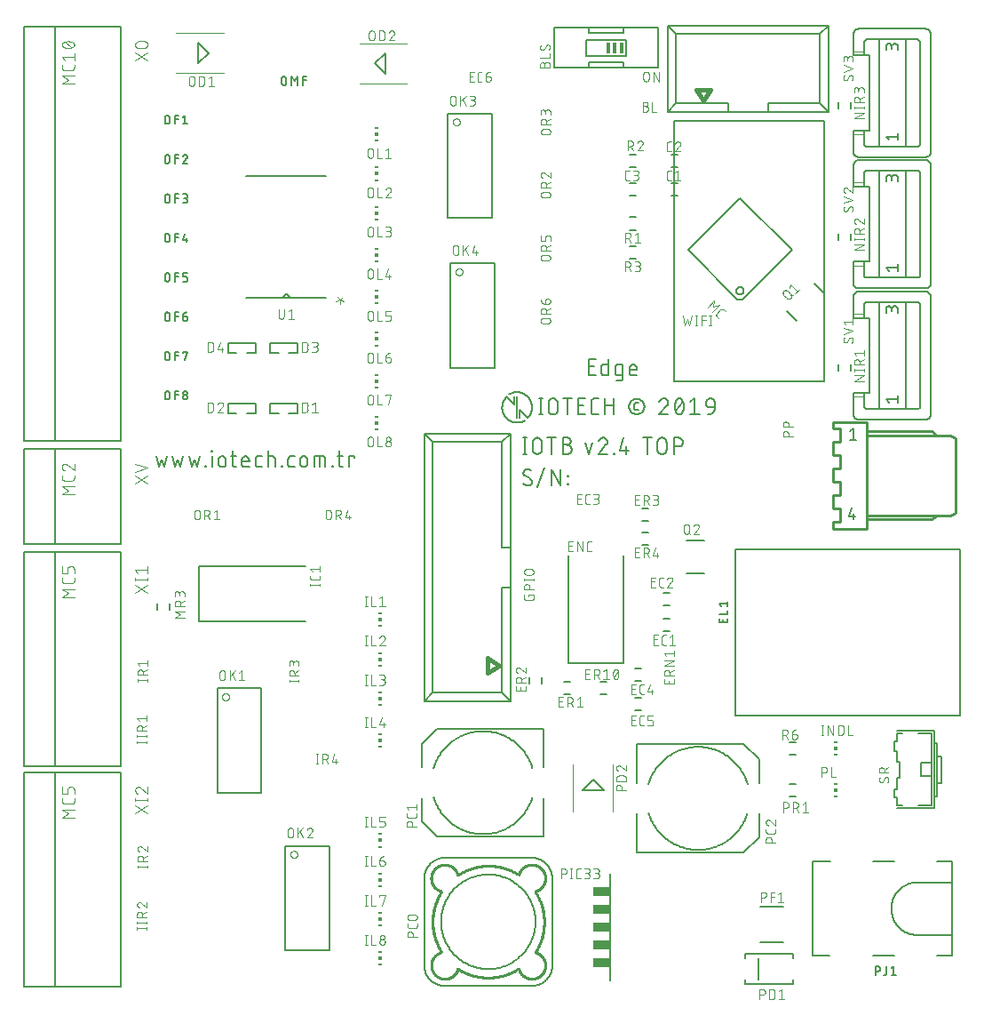
<source format=gbr>
G04 EAGLE Gerber RS-274X export*
G75*
%MOMM*%
%FSLAX34Y34*%
%LPD*%
%INSilkscreen Top*%
%IPPOS*%
%AMOC8*
5,1,8,0,0,1.08239X$1,22.5*%
G01*
%ADD10C,0.127000*%
%ADD11C,0.152400*%
%ADD12C,0.076200*%
%ADD13R,0.300000X0.150000*%
%ADD14R,0.300000X0.300000*%
%ADD15C,0.203200*%
%ADD16C,0.101600*%
%ADD17C,0.254000*%
%ADD18C,0.177800*%
%ADD19C,0.020319*%
%ADD20R,1.676400X0.965200*%
%ADD21C,0.050800*%
%ADD22C,0.406400*%
%ADD23R,0.381000X1.016000*%
%ADD24C,0.150000*%


D10*
X447357Y548629D02*
X447357Y533135D01*
X449078Y533135D02*
X445635Y533135D01*
X445635Y548629D02*
X449078Y548629D01*
X454945Y544325D02*
X454945Y537439D01*
X454945Y544325D02*
X454947Y544455D01*
X454953Y544585D01*
X454963Y544715D01*
X454976Y544844D01*
X454994Y544973D01*
X455015Y545101D01*
X455041Y545228D01*
X455070Y545355D01*
X455103Y545481D01*
X455140Y545605D01*
X455180Y545729D01*
X455225Y545851D01*
X455273Y545972D01*
X455324Y546091D01*
X455379Y546209D01*
X455438Y546325D01*
X455500Y546439D01*
X455566Y546552D01*
X455635Y546662D01*
X455707Y546770D01*
X455782Y546876D01*
X455861Y546979D01*
X455943Y547080D01*
X456027Y547179D01*
X456115Y547275D01*
X456206Y547368D01*
X456299Y547459D01*
X456395Y547547D01*
X456494Y547631D01*
X456595Y547713D01*
X456698Y547792D01*
X456804Y547867D01*
X456912Y547939D01*
X457022Y548008D01*
X457135Y548074D01*
X457249Y548136D01*
X457365Y548195D01*
X457483Y548250D01*
X457602Y548301D01*
X457723Y548349D01*
X457845Y548394D01*
X457969Y548434D01*
X458093Y548471D01*
X458219Y548504D01*
X458346Y548533D01*
X458473Y548559D01*
X458601Y548580D01*
X458730Y548598D01*
X458859Y548611D01*
X458989Y548621D01*
X459119Y548627D01*
X459249Y548629D01*
X459379Y548627D01*
X459509Y548621D01*
X459639Y548611D01*
X459768Y548598D01*
X459897Y548580D01*
X460025Y548559D01*
X460152Y548533D01*
X460279Y548504D01*
X460405Y548471D01*
X460529Y548434D01*
X460653Y548394D01*
X460775Y548349D01*
X460896Y548301D01*
X461015Y548250D01*
X461133Y548195D01*
X461249Y548136D01*
X461363Y548074D01*
X461476Y548008D01*
X461586Y547939D01*
X461694Y547867D01*
X461800Y547792D01*
X461903Y547713D01*
X462004Y547631D01*
X462103Y547547D01*
X462199Y547459D01*
X462292Y547368D01*
X462383Y547275D01*
X462471Y547179D01*
X462555Y547080D01*
X462637Y546979D01*
X462716Y546876D01*
X462791Y546770D01*
X462863Y546662D01*
X462932Y546552D01*
X462998Y546439D01*
X463060Y546325D01*
X463119Y546209D01*
X463174Y546091D01*
X463225Y545972D01*
X463273Y545851D01*
X463318Y545729D01*
X463358Y545605D01*
X463395Y545481D01*
X463428Y545355D01*
X463457Y545228D01*
X463483Y545101D01*
X463504Y544973D01*
X463522Y544844D01*
X463535Y544715D01*
X463545Y544585D01*
X463551Y544455D01*
X463553Y544325D01*
X463553Y537439D01*
X463551Y537309D01*
X463545Y537179D01*
X463535Y537049D01*
X463522Y536920D01*
X463504Y536791D01*
X463483Y536663D01*
X463457Y536536D01*
X463428Y536409D01*
X463395Y536283D01*
X463358Y536159D01*
X463318Y536035D01*
X463273Y535913D01*
X463225Y535792D01*
X463174Y535673D01*
X463119Y535555D01*
X463060Y535439D01*
X462998Y535325D01*
X462932Y535212D01*
X462863Y535102D01*
X462791Y534994D01*
X462716Y534888D01*
X462637Y534785D01*
X462555Y534684D01*
X462471Y534585D01*
X462383Y534489D01*
X462292Y534396D01*
X462199Y534305D01*
X462103Y534217D01*
X462004Y534133D01*
X461903Y534051D01*
X461800Y533972D01*
X461694Y533897D01*
X461586Y533825D01*
X461476Y533756D01*
X461363Y533690D01*
X461249Y533628D01*
X461133Y533569D01*
X461015Y533514D01*
X460896Y533463D01*
X460775Y533415D01*
X460653Y533370D01*
X460529Y533330D01*
X460405Y533293D01*
X460279Y533260D01*
X460152Y533231D01*
X460025Y533205D01*
X459897Y533184D01*
X459768Y533166D01*
X459639Y533153D01*
X459509Y533143D01*
X459379Y533137D01*
X459249Y533135D01*
X459119Y533137D01*
X458989Y533143D01*
X458859Y533153D01*
X458730Y533166D01*
X458601Y533184D01*
X458473Y533205D01*
X458346Y533231D01*
X458219Y533260D01*
X458093Y533293D01*
X457969Y533330D01*
X457845Y533370D01*
X457723Y533415D01*
X457602Y533463D01*
X457483Y533514D01*
X457365Y533569D01*
X457249Y533628D01*
X457135Y533690D01*
X457022Y533756D01*
X456912Y533825D01*
X456804Y533897D01*
X456698Y533972D01*
X456595Y534051D01*
X456494Y534133D01*
X456395Y534217D01*
X456299Y534305D01*
X456206Y534396D01*
X456115Y534489D01*
X456027Y534585D01*
X455943Y534684D01*
X455861Y534785D01*
X455782Y534888D01*
X455707Y534994D01*
X455635Y535102D01*
X455566Y535212D01*
X455500Y535325D01*
X455438Y535439D01*
X455379Y535555D01*
X455324Y535673D01*
X455273Y535792D01*
X455225Y535913D01*
X455180Y536035D01*
X455140Y536159D01*
X455103Y536283D01*
X455070Y536409D01*
X455041Y536536D01*
X455015Y536663D01*
X454994Y536791D01*
X454976Y536920D01*
X454963Y537049D01*
X454953Y537179D01*
X454947Y537309D01*
X454945Y537439D01*
X473124Y533135D02*
X473124Y548629D01*
X468820Y548629D02*
X477428Y548629D01*
X483387Y541743D02*
X487691Y541743D01*
X487821Y541741D01*
X487951Y541735D01*
X488081Y541725D01*
X488210Y541712D01*
X488339Y541694D01*
X488467Y541673D01*
X488594Y541647D01*
X488721Y541618D01*
X488847Y541585D01*
X488971Y541548D01*
X489095Y541508D01*
X489217Y541463D01*
X489338Y541415D01*
X489457Y541364D01*
X489575Y541309D01*
X489691Y541250D01*
X489805Y541188D01*
X489918Y541122D01*
X490028Y541053D01*
X490136Y540981D01*
X490242Y540906D01*
X490345Y540827D01*
X490446Y540745D01*
X490545Y540661D01*
X490641Y540573D01*
X490734Y540482D01*
X490825Y540389D01*
X490913Y540293D01*
X490997Y540194D01*
X491079Y540093D01*
X491158Y539990D01*
X491233Y539884D01*
X491305Y539776D01*
X491374Y539666D01*
X491440Y539553D01*
X491502Y539439D01*
X491561Y539323D01*
X491616Y539205D01*
X491667Y539086D01*
X491715Y538965D01*
X491760Y538843D01*
X491800Y538719D01*
X491837Y538595D01*
X491870Y538469D01*
X491899Y538342D01*
X491925Y538215D01*
X491946Y538087D01*
X491964Y537958D01*
X491977Y537829D01*
X491987Y537699D01*
X491993Y537569D01*
X491995Y537439D01*
X491993Y537309D01*
X491987Y537179D01*
X491977Y537049D01*
X491964Y536920D01*
X491946Y536791D01*
X491925Y536663D01*
X491899Y536536D01*
X491870Y536409D01*
X491837Y536283D01*
X491800Y536159D01*
X491760Y536035D01*
X491715Y535913D01*
X491667Y535792D01*
X491616Y535673D01*
X491561Y535555D01*
X491502Y535439D01*
X491440Y535325D01*
X491374Y535212D01*
X491305Y535102D01*
X491233Y534994D01*
X491158Y534888D01*
X491079Y534785D01*
X490997Y534684D01*
X490913Y534585D01*
X490825Y534489D01*
X490734Y534396D01*
X490641Y534305D01*
X490545Y534217D01*
X490446Y534133D01*
X490345Y534051D01*
X490242Y533972D01*
X490136Y533897D01*
X490028Y533825D01*
X489918Y533756D01*
X489805Y533690D01*
X489691Y533628D01*
X489575Y533569D01*
X489457Y533514D01*
X489338Y533463D01*
X489217Y533415D01*
X489095Y533370D01*
X488971Y533330D01*
X488847Y533293D01*
X488721Y533260D01*
X488594Y533231D01*
X488467Y533205D01*
X488339Y533184D01*
X488210Y533166D01*
X488081Y533153D01*
X487951Y533143D01*
X487821Y533137D01*
X487691Y533135D01*
X483387Y533135D01*
X483387Y548629D01*
X487691Y548629D01*
X487807Y548627D01*
X487923Y548621D01*
X488039Y548611D01*
X488155Y548598D01*
X488270Y548580D01*
X488384Y548559D01*
X488498Y548533D01*
X488610Y548504D01*
X488722Y548471D01*
X488832Y548434D01*
X488941Y548394D01*
X489049Y548350D01*
X489155Y548302D01*
X489259Y548251D01*
X489362Y548196D01*
X489463Y548138D01*
X489561Y548077D01*
X489658Y548012D01*
X489752Y547944D01*
X489844Y547873D01*
X489934Y547798D01*
X490021Y547721D01*
X490105Y547641D01*
X490186Y547558D01*
X490265Y547472D01*
X490341Y547384D01*
X490414Y547293D01*
X490483Y547200D01*
X490550Y547105D01*
X490613Y547007D01*
X490673Y546908D01*
X490729Y546806D01*
X490782Y546702D01*
X490832Y546597D01*
X490877Y546490D01*
X490920Y546382D01*
X490958Y546272D01*
X490993Y546161D01*
X491024Y546049D01*
X491051Y545936D01*
X491075Y545822D01*
X491094Y545707D01*
X491110Y545592D01*
X491122Y545476D01*
X491130Y545360D01*
X491134Y545244D01*
X491134Y545128D01*
X491130Y545012D01*
X491122Y544896D01*
X491110Y544780D01*
X491094Y544665D01*
X491075Y544550D01*
X491051Y544436D01*
X491024Y544323D01*
X490993Y544211D01*
X490958Y544100D01*
X490920Y543990D01*
X490877Y543882D01*
X490832Y543775D01*
X490782Y543670D01*
X490729Y543566D01*
X490673Y543465D01*
X490613Y543365D01*
X490550Y543267D01*
X490483Y543172D01*
X490414Y543079D01*
X490341Y542988D01*
X490265Y542900D01*
X490186Y542814D01*
X490105Y542731D01*
X490021Y542651D01*
X489934Y542574D01*
X489844Y542499D01*
X489752Y542428D01*
X489658Y542360D01*
X489561Y542295D01*
X489463Y542234D01*
X489362Y542176D01*
X489259Y542121D01*
X489155Y542070D01*
X489049Y542022D01*
X488941Y541978D01*
X488832Y541938D01*
X488722Y541901D01*
X488610Y541868D01*
X488498Y541839D01*
X488384Y541813D01*
X488270Y541792D01*
X488155Y541774D01*
X488039Y541761D01*
X487923Y541751D01*
X487807Y541745D01*
X487691Y541743D01*
X504863Y543464D02*
X508306Y533135D01*
X511749Y543464D01*
X522116Y548630D02*
X522238Y548628D01*
X522359Y548622D01*
X522481Y548613D01*
X522602Y548599D01*
X522722Y548582D01*
X522842Y548561D01*
X522961Y548537D01*
X523079Y548508D01*
X523197Y548476D01*
X523313Y548440D01*
X523428Y548401D01*
X523542Y548358D01*
X523655Y548311D01*
X523765Y548261D01*
X523875Y548208D01*
X523982Y548151D01*
X524088Y548091D01*
X524192Y548027D01*
X524294Y547960D01*
X524393Y547890D01*
X524490Y547817D01*
X524585Y547741D01*
X524678Y547662D01*
X524768Y547580D01*
X524855Y547495D01*
X524940Y547408D01*
X525022Y547318D01*
X525101Y547225D01*
X525177Y547130D01*
X525250Y547033D01*
X525320Y546934D01*
X525387Y546832D01*
X525451Y546728D01*
X525511Y546622D01*
X525568Y546515D01*
X525621Y546405D01*
X525671Y546295D01*
X525718Y546182D01*
X525761Y546068D01*
X525800Y545953D01*
X525836Y545837D01*
X525868Y545719D01*
X525897Y545601D01*
X525921Y545482D01*
X525942Y545362D01*
X525959Y545242D01*
X525973Y545121D01*
X525982Y544999D01*
X525988Y544878D01*
X525990Y544756D01*
X522116Y548629D02*
X521977Y548627D01*
X521838Y548621D01*
X521699Y548612D01*
X521561Y548598D01*
X521423Y548580D01*
X521286Y548559D01*
X521149Y548534D01*
X521013Y548505D01*
X520878Y548472D01*
X520743Y548436D01*
X520610Y548396D01*
X520478Y548352D01*
X520348Y548304D01*
X520218Y548253D01*
X520091Y548198D01*
X519964Y548140D01*
X519840Y548078D01*
X519717Y548013D01*
X519596Y547944D01*
X519477Y547872D01*
X519360Y547796D01*
X519246Y547718D01*
X519133Y547636D01*
X519023Y547551D01*
X518915Y547463D01*
X518810Y547372D01*
X518708Y547278D01*
X518608Y547182D01*
X518510Y547082D01*
X518416Y546980D01*
X518324Y546876D01*
X518236Y546768D01*
X518150Y546659D01*
X518068Y546547D01*
X517989Y546432D01*
X517913Y546316D01*
X517840Y546198D01*
X517770Y546077D01*
X517704Y545955D01*
X517642Y545830D01*
X517583Y545705D01*
X517527Y545577D01*
X517475Y545448D01*
X517427Y545318D01*
X517382Y545186D01*
X524699Y541743D02*
X524788Y541830D01*
X524874Y541920D01*
X524958Y542013D01*
X525039Y542108D01*
X525117Y542205D01*
X525192Y542305D01*
X525264Y542407D01*
X525333Y542511D01*
X525398Y542617D01*
X525461Y542725D01*
X525520Y542835D01*
X525576Y542947D01*
X525629Y543060D01*
X525678Y543174D01*
X525723Y543291D01*
X525766Y543408D01*
X525804Y543527D01*
X525839Y543646D01*
X525871Y543767D01*
X525899Y543889D01*
X525923Y544011D01*
X525943Y544134D01*
X525960Y544258D01*
X525973Y544382D01*
X525983Y544507D01*
X525988Y544631D01*
X525990Y544756D01*
X524698Y541743D02*
X517382Y533135D01*
X525989Y533135D01*
X531661Y533135D02*
X531661Y533996D01*
X532522Y533996D01*
X532522Y533135D01*
X531661Y533135D01*
X538194Y536578D02*
X541637Y548629D01*
X538194Y536578D02*
X546801Y536578D01*
X544219Y540021D02*
X544219Y533135D01*
X564301Y533135D02*
X564301Y548629D01*
X568604Y548629D02*
X559997Y548629D01*
X573871Y544325D02*
X573871Y537439D01*
X573871Y544325D02*
X573873Y544455D01*
X573879Y544585D01*
X573889Y544715D01*
X573902Y544844D01*
X573920Y544973D01*
X573941Y545101D01*
X573967Y545228D01*
X573996Y545355D01*
X574029Y545481D01*
X574066Y545605D01*
X574106Y545729D01*
X574151Y545851D01*
X574199Y545972D01*
X574250Y546091D01*
X574305Y546209D01*
X574364Y546325D01*
X574426Y546439D01*
X574492Y546552D01*
X574561Y546662D01*
X574633Y546770D01*
X574708Y546876D01*
X574787Y546979D01*
X574869Y547080D01*
X574953Y547179D01*
X575041Y547275D01*
X575132Y547368D01*
X575225Y547459D01*
X575321Y547547D01*
X575420Y547631D01*
X575521Y547713D01*
X575624Y547792D01*
X575730Y547867D01*
X575838Y547939D01*
X575948Y548008D01*
X576061Y548074D01*
X576175Y548136D01*
X576291Y548195D01*
X576409Y548250D01*
X576528Y548301D01*
X576649Y548349D01*
X576771Y548394D01*
X576895Y548434D01*
X577019Y548471D01*
X577145Y548504D01*
X577272Y548533D01*
X577399Y548559D01*
X577527Y548580D01*
X577656Y548598D01*
X577785Y548611D01*
X577915Y548621D01*
X578045Y548627D01*
X578175Y548629D01*
X578305Y548627D01*
X578435Y548621D01*
X578565Y548611D01*
X578694Y548598D01*
X578823Y548580D01*
X578951Y548559D01*
X579078Y548533D01*
X579205Y548504D01*
X579331Y548471D01*
X579455Y548434D01*
X579579Y548394D01*
X579701Y548349D01*
X579822Y548301D01*
X579941Y548250D01*
X580059Y548195D01*
X580175Y548136D01*
X580289Y548074D01*
X580402Y548008D01*
X580512Y547939D01*
X580620Y547867D01*
X580726Y547792D01*
X580829Y547713D01*
X580930Y547631D01*
X581029Y547547D01*
X581125Y547459D01*
X581218Y547368D01*
X581309Y547275D01*
X581397Y547179D01*
X581481Y547080D01*
X581563Y546979D01*
X581642Y546876D01*
X581717Y546770D01*
X581789Y546662D01*
X581858Y546552D01*
X581924Y546439D01*
X581986Y546325D01*
X582045Y546209D01*
X582100Y546091D01*
X582151Y545972D01*
X582199Y545851D01*
X582244Y545729D01*
X582284Y545605D01*
X582321Y545481D01*
X582354Y545355D01*
X582383Y545228D01*
X582409Y545101D01*
X582430Y544973D01*
X582448Y544844D01*
X582461Y544715D01*
X582471Y544585D01*
X582477Y544455D01*
X582479Y544325D01*
X582479Y537439D01*
X582477Y537309D01*
X582471Y537179D01*
X582461Y537049D01*
X582448Y536920D01*
X582430Y536791D01*
X582409Y536663D01*
X582383Y536536D01*
X582354Y536409D01*
X582321Y536283D01*
X582284Y536159D01*
X582244Y536035D01*
X582199Y535913D01*
X582151Y535792D01*
X582100Y535673D01*
X582045Y535555D01*
X581986Y535439D01*
X581924Y535325D01*
X581858Y535212D01*
X581789Y535102D01*
X581717Y534994D01*
X581642Y534888D01*
X581563Y534785D01*
X581481Y534684D01*
X581397Y534585D01*
X581309Y534489D01*
X581218Y534396D01*
X581125Y534305D01*
X581029Y534217D01*
X580930Y534133D01*
X580829Y534051D01*
X580726Y533972D01*
X580620Y533897D01*
X580512Y533825D01*
X580402Y533756D01*
X580289Y533690D01*
X580175Y533628D01*
X580059Y533569D01*
X579941Y533514D01*
X579822Y533463D01*
X579701Y533415D01*
X579579Y533370D01*
X579455Y533330D01*
X579331Y533293D01*
X579205Y533260D01*
X579078Y533231D01*
X578951Y533205D01*
X578823Y533184D01*
X578694Y533166D01*
X578565Y533153D01*
X578435Y533143D01*
X578305Y533137D01*
X578175Y533135D01*
X578045Y533137D01*
X577915Y533143D01*
X577785Y533153D01*
X577656Y533166D01*
X577527Y533184D01*
X577399Y533205D01*
X577272Y533231D01*
X577145Y533260D01*
X577019Y533293D01*
X576895Y533330D01*
X576771Y533370D01*
X576649Y533415D01*
X576528Y533463D01*
X576409Y533514D01*
X576291Y533569D01*
X576175Y533628D01*
X576061Y533690D01*
X575948Y533756D01*
X575838Y533825D01*
X575730Y533897D01*
X575624Y533972D01*
X575521Y534051D01*
X575420Y534133D01*
X575321Y534217D01*
X575225Y534305D01*
X575132Y534396D01*
X575041Y534489D01*
X574953Y534585D01*
X574869Y534684D01*
X574787Y534785D01*
X574708Y534888D01*
X574633Y534994D01*
X574561Y535102D01*
X574492Y535212D01*
X574426Y535325D01*
X574364Y535439D01*
X574305Y535555D01*
X574250Y535673D01*
X574199Y535792D01*
X574151Y535913D01*
X574106Y536035D01*
X574066Y536159D01*
X574029Y536283D01*
X573996Y536409D01*
X573967Y536536D01*
X573941Y536663D01*
X573920Y536791D01*
X573902Y536920D01*
X573889Y537049D01*
X573879Y537179D01*
X573873Y537309D01*
X573871Y537439D01*
X589430Y533135D02*
X589430Y548629D01*
X593733Y548629D01*
X593863Y548627D01*
X593993Y548621D01*
X594123Y548611D01*
X594252Y548598D01*
X594381Y548580D01*
X594509Y548559D01*
X594636Y548533D01*
X594763Y548504D01*
X594889Y548471D01*
X595013Y548434D01*
X595137Y548394D01*
X595259Y548349D01*
X595380Y548301D01*
X595499Y548250D01*
X595617Y548195D01*
X595733Y548136D01*
X595847Y548074D01*
X595960Y548008D01*
X596070Y547939D01*
X596178Y547867D01*
X596284Y547792D01*
X596387Y547713D01*
X596488Y547631D01*
X596587Y547547D01*
X596683Y547459D01*
X596776Y547368D01*
X596867Y547275D01*
X596955Y547179D01*
X597039Y547080D01*
X597121Y546979D01*
X597200Y546876D01*
X597275Y546770D01*
X597347Y546662D01*
X597416Y546552D01*
X597482Y546439D01*
X597544Y546325D01*
X597603Y546209D01*
X597658Y546091D01*
X597709Y545972D01*
X597757Y545851D01*
X597802Y545729D01*
X597842Y545605D01*
X597879Y545481D01*
X597912Y545355D01*
X597941Y545228D01*
X597967Y545101D01*
X597988Y544973D01*
X598006Y544844D01*
X598019Y544715D01*
X598029Y544585D01*
X598035Y544455D01*
X598037Y544325D01*
X598035Y544195D01*
X598029Y544065D01*
X598019Y543935D01*
X598006Y543806D01*
X597988Y543677D01*
X597967Y543549D01*
X597941Y543422D01*
X597912Y543295D01*
X597879Y543169D01*
X597842Y543045D01*
X597802Y542921D01*
X597757Y542799D01*
X597709Y542678D01*
X597658Y542559D01*
X597603Y542441D01*
X597544Y542325D01*
X597482Y542211D01*
X597416Y542098D01*
X597347Y541988D01*
X597275Y541880D01*
X597200Y541774D01*
X597121Y541671D01*
X597039Y541570D01*
X596955Y541471D01*
X596867Y541375D01*
X596776Y541282D01*
X596683Y541191D01*
X596587Y541103D01*
X596488Y541019D01*
X596387Y540937D01*
X596284Y540858D01*
X596178Y540783D01*
X596070Y540711D01*
X595960Y540642D01*
X595847Y540576D01*
X595733Y540514D01*
X595617Y540455D01*
X595499Y540400D01*
X595380Y540349D01*
X595259Y540301D01*
X595137Y540256D01*
X595013Y540216D01*
X594889Y540179D01*
X594763Y540146D01*
X594636Y540117D01*
X594509Y540091D01*
X594381Y540070D01*
X594252Y540052D01*
X594123Y540039D01*
X593993Y540029D01*
X593863Y540023D01*
X593733Y540021D01*
X589430Y540021D01*
X462357Y570635D02*
X462357Y586129D01*
X460635Y570635D02*
X464078Y570635D01*
X464078Y586129D02*
X460635Y586129D01*
X469945Y581825D02*
X469945Y574939D01*
X469945Y581825D02*
X469947Y581955D01*
X469953Y582085D01*
X469963Y582215D01*
X469976Y582344D01*
X469994Y582473D01*
X470015Y582601D01*
X470041Y582728D01*
X470070Y582855D01*
X470103Y582981D01*
X470140Y583105D01*
X470180Y583229D01*
X470225Y583351D01*
X470273Y583472D01*
X470324Y583591D01*
X470379Y583709D01*
X470438Y583825D01*
X470500Y583939D01*
X470566Y584052D01*
X470635Y584162D01*
X470707Y584270D01*
X470782Y584376D01*
X470861Y584479D01*
X470943Y584580D01*
X471027Y584679D01*
X471115Y584775D01*
X471206Y584868D01*
X471299Y584959D01*
X471395Y585047D01*
X471494Y585131D01*
X471595Y585213D01*
X471698Y585292D01*
X471804Y585367D01*
X471912Y585439D01*
X472022Y585508D01*
X472135Y585574D01*
X472249Y585636D01*
X472365Y585695D01*
X472483Y585750D01*
X472602Y585801D01*
X472723Y585849D01*
X472845Y585894D01*
X472969Y585934D01*
X473093Y585971D01*
X473219Y586004D01*
X473346Y586033D01*
X473473Y586059D01*
X473601Y586080D01*
X473730Y586098D01*
X473859Y586111D01*
X473989Y586121D01*
X474119Y586127D01*
X474249Y586129D01*
X474379Y586127D01*
X474509Y586121D01*
X474639Y586111D01*
X474768Y586098D01*
X474897Y586080D01*
X475025Y586059D01*
X475152Y586033D01*
X475279Y586004D01*
X475405Y585971D01*
X475529Y585934D01*
X475653Y585894D01*
X475775Y585849D01*
X475896Y585801D01*
X476015Y585750D01*
X476133Y585695D01*
X476249Y585636D01*
X476363Y585574D01*
X476476Y585508D01*
X476586Y585439D01*
X476694Y585367D01*
X476800Y585292D01*
X476903Y585213D01*
X477004Y585131D01*
X477103Y585047D01*
X477199Y584959D01*
X477292Y584868D01*
X477383Y584775D01*
X477471Y584679D01*
X477555Y584580D01*
X477637Y584479D01*
X477716Y584376D01*
X477791Y584270D01*
X477863Y584162D01*
X477932Y584052D01*
X477998Y583939D01*
X478060Y583825D01*
X478119Y583709D01*
X478174Y583591D01*
X478225Y583472D01*
X478273Y583351D01*
X478318Y583229D01*
X478358Y583105D01*
X478395Y582981D01*
X478428Y582855D01*
X478457Y582728D01*
X478483Y582601D01*
X478504Y582473D01*
X478522Y582344D01*
X478535Y582215D01*
X478545Y582085D01*
X478551Y581955D01*
X478553Y581825D01*
X478553Y574939D01*
X478551Y574809D01*
X478545Y574679D01*
X478535Y574549D01*
X478522Y574420D01*
X478504Y574291D01*
X478483Y574163D01*
X478457Y574036D01*
X478428Y573909D01*
X478395Y573783D01*
X478358Y573659D01*
X478318Y573535D01*
X478273Y573413D01*
X478225Y573292D01*
X478174Y573173D01*
X478119Y573055D01*
X478060Y572939D01*
X477998Y572825D01*
X477932Y572712D01*
X477863Y572602D01*
X477791Y572494D01*
X477716Y572388D01*
X477637Y572285D01*
X477555Y572184D01*
X477471Y572085D01*
X477383Y571989D01*
X477292Y571896D01*
X477199Y571805D01*
X477103Y571717D01*
X477004Y571633D01*
X476903Y571551D01*
X476800Y571472D01*
X476694Y571397D01*
X476586Y571325D01*
X476476Y571256D01*
X476363Y571190D01*
X476249Y571128D01*
X476133Y571069D01*
X476015Y571014D01*
X475896Y570963D01*
X475775Y570915D01*
X475653Y570870D01*
X475529Y570830D01*
X475405Y570793D01*
X475279Y570760D01*
X475152Y570731D01*
X475025Y570705D01*
X474897Y570684D01*
X474768Y570666D01*
X474639Y570653D01*
X474509Y570643D01*
X474379Y570637D01*
X474249Y570635D01*
X474119Y570637D01*
X473989Y570643D01*
X473859Y570653D01*
X473730Y570666D01*
X473601Y570684D01*
X473473Y570705D01*
X473346Y570731D01*
X473219Y570760D01*
X473093Y570793D01*
X472969Y570830D01*
X472845Y570870D01*
X472723Y570915D01*
X472602Y570963D01*
X472483Y571014D01*
X472365Y571069D01*
X472249Y571128D01*
X472135Y571190D01*
X472022Y571256D01*
X471912Y571325D01*
X471804Y571397D01*
X471698Y571472D01*
X471595Y571551D01*
X471494Y571633D01*
X471395Y571717D01*
X471299Y571805D01*
X471206Y571896D01*
X471115Y571989D01*
X471027Y572085D01*
X470943Y572184D01*
X470861Y572285D01*
X470782Y572388D01*
X470707Y572494D01*
X470635Y572602D01*
X470566Y572712D01*
X470500Y572825D01*
X470438Y572939D01*
X470379Y573055D01*
X470324Y573173D01*
X470273Y573292D01*
X470225Y573413D01*
X470180Y573535D01*
X470140Y573659D01*
X470103Y573783D01*
X470070Y573909D01*
X470041Y574036D01*
X470015Y574163D01*
X469994Y574291D01*
X469976Y574420D01*
X469963Y574549D01*
X469953Y574679D01*
X469947Y574809D01*
X469945Y574939D01*
X488124Y570635D02*
X488124Y586129D01*
X483820Y586129D02*
X492428Y586129D01*
X498218Y570635D02*
X505104Y570635D01*
X498218Y570635D02*
X498218Y586129D01*
X505104Y586129D01*
X503382Y579243D02*
X498218Y579243D01*
X513984Y570635D02*
X517427Y570635D01*
X513984Y570635D02*
X513869Y570637D01*
X513754Y570643D01*
X513639Y570652D01*
X513525Y570666D01*
X513411Y570683D01*
X513298Y570704D01*
X513186Y570729D01*
X513074Y570757D01*
X512964Y570790D01*
X512855Y570826D01*
X512747Y570865D01*
X512640Y570908D01*
X512535Y570955D01*
X512431Y571005D01*
X512329Y571059D01*
X512229Y571116D01*
X512131Y571176D01*
X512035Y571239D01*
X511942Y571306D01*
X511850Y571376D01*
X511761Y571449D01*
X511674Y571524D01*
X511590Y571603D01*
X511509Y571684D01*
X511430Y571768D01*
X511355Y571855D01*
X511282Y571944D01*
X511212Y572036D01*
X511145Y572129D01*
X511082Y572225D01*
X511022Y572323D01*
X510965Y572423D01*
X510911Y572525D01*
X510861Y572629D01*
X510814Y572734D01*
X510771Y572841D01*
X510732Y572949D01*
X510696Y573058D01*
X510663Y573168D01*
X510635Y573280D01*
X510610Y573392D01*
X510589Y573505D01*
X510572Y573619D01*
X510558Y573733D01*
X510549Y573848D01*
X510543Y573963D01*
X510541Y574078D01*
X510541Y582686D01*
X510543Y582801D01*
X510549Y582916D01*
X510558Y583031D01*
X510572Y583145D01*
X510589Y583259D01*
X510610Y583372D01*
X510635Y583484D01*
X510663Y583596D01*
X510696Y583706D01*
X510732Y583815D01*
X510771Y583923D01*
X510814Y584030D01*
X510861Y584135D01*
X510911Y584239D01*
X510965Y584341D01*
X511022Y584441D01*
X511082Y584539D01*
X511145Y584635D01*
X511212Y584728D01*
X511282Y584820D01*
X511355Y584909D01*
X511430Y584996D01*
X511509Y585080D01*
X511590Y585161D01*
X511674Y585239D01*
X511761Y585315D01*
X511850Y585388D01*
X511942Y585458D01*
X512035Y585525D01*
X512131Y585588D01*
X512229Y585648D01*
X512329Y585705D01*
X512431Y585759D01*
X512535Y585809D01*
X512640Y585856D01*
X512747Y585899D01*
X512855Y585938D01*
X512964Y585974D01*
X513074Y586007D01*
X513186Y586035D01*
X513298Y586060D01*
X513411Y586081D01*
X513525Y586098D01*
X513639Y586112D01*
X513754Y586121D01*
X513869Y586127D01*
X513984Y586129D01*
X517427Y586129D01*
X523462Y586129D02*
X523462Y570635D01*
X523462Y579243D02*
X532070Y579243D01*
X532070Y586129D02*
X532070Y570635D01*
X546712Y578382D02*
X546714Y578560D01*
X546721Y578738D01*
X546732Y578916D01*
X546747Y579094D01*
X546766Y579271D01*
X546790Y579447D01*
X546818Y579623D01*
X546850Y579799D01*
X546887Y579973D01*
X546928Y580146D01*
X546973Y580319D01*
X547022Y580490D01*
X547076Y580660D01*
X547133Y580829D01*
X547195Y580996D01*
X547260Y581162D01*
X547330Y581325D01*
X547404Y581488D01*
X547481Y581648D01*
X547563Y581807D01*
X547648Y581963D01*
X547737Y582117D01*
X547830Y582269D01*
X547927Y582419D01*
X548027Y582567D01*
X548130Y582712D01*
X548238Y582854D01*
X548348Y582994D01*
X548462Y583131D01*
X548580Y583265D01*
X548700Y583396D01*
X548824Y583524D01*
X548950Y583650D01*
X549080Y583772D01*
X549213Y583891D01*
X549349Y584006D01*
X549487Y584118D01*
X549628Y584227D01*
X549772Y584333D01*
X549918Y584435D01*
X550066Y584533D01*
X550217Y584628D01*
X550371Y584719D01*
X550526Y584806D01*
X550683Y584889D01*
X550843Y584969D01*
X551004Y585044D01*
X551167Y585116D01*
X551332Y585184D01*
X551499Y585248D01*
X551666Y585307D01*
X551836Y585363D01*
X552006Y585414D01*
X552178Y585461D01*
X552351Y585504D01*
X552525Y585543D01*
X552700Y585577D01*
X552876Y585608D01*
X553052Y585633D01*
X553229Y585655D01*
X553406Y585672D01*
X553584Y585685D01*
X553762Y585694D01*
X553940Y585698D01*
X554118Y585698D01*
X554296Y585694D01*
X554474Y585685D01*
X554652Y585672D01*
X554829Y585655D01*
X555006Y585633D01*
X555182Y585608D01*
X555358Y585577D01*
X555533Y585543D01*
X555707Y585504D01*
X555880Y585461D01*
X556052Y585414D01*
X556222Y585363D01*
X556392Y585307D01*
X556559Y585248D01*
X556726Y585184D01*
X556891Y585116D01*
X557054Y585044D01*
X557215Y584969D01*
X557375Y584889D01*
X557532Y584806D01*
X557688Y584719D01*
X557841Y584628D01*
X557992Y584533D01*
X558140Y584435D01*
X558286Y584333D01*
X558430Y584227D01*
X558571Y584118D01*
X558709Y584006D01*
X558845Y583891D01*
X558978Y583772D01*
X559108Y583650D01*
X559234Y583524D01*
X559358Y583396D01*
X559478Y583265D01*
X559596Y583131D01*
X559710Y582994D01*
X559820Y582854D01*
X559928Y582712D01*
X560031Y582567D01*
X560131Y582419D01*
X560228Y582269D01*
X560321Y582117D01*
X560410Y581963D01*
X560495Y581807D01*
X560577Y581648D01*
X560654Y581488D01*
X560728Y581325D01*
X560798Y581162D01*
X560863Y580996D01*
X560925Y580829D01*
X560982Y580660D01*
X561036Y580490D01*
X561085Y580319D01*
X561130Y580146D01*
X561171Y579973D01*
X561208Y579799D01*
X561240Y579623D01*
X561268Y579447D01*
X561292Y579271D01*
X561311Y579094D01*
X561326Y578916D01*
X561337Y578738D01*
X561344Y578560D01*
X561346Y578382D01*
X561344Y578204D01*
X561337Y578026D01*
X561326Y577848D01*
X561311Y577670D01*
X561292Y577493D01*
X561268Y577317D01*
X561240Y577141D01*
X561208Y576965D01*
X561171Y576791D01*
X561130Y576618D01*
X561085Y576445D01*
X561036Y576274D01*
X560982Y576104D01*
X560925Y575935D01*
X560863Y575768D01*
X560798Y575602D01*
X560728Y575439D01*
X560654Y575276D01*
X560577Y575116D01*
X560495Y574957D01*
X560410Y574801D01*
X560321Y574647D01*
X560228Y574495D01*
X560131Y574345D01*
X560031Y574197D01*
X559928Y574052D01*
X559820Y573910D01*
X559710Y573770D01*
X559596Y573633D01*
X559478Y573499D01*
X559358Y573368D01*
X559234Y573240D01*
X559108Y573114D01*
X558978Y572992D01*
X558845Y572873D01*
X558709Y572758D01*
X558571Y572646D01*
X558430Y572537D01*
X558286Y572431D01*
X558140Y572329D01*
X557992Y572231D01*
X557841Y572136D01*
X557688Y572045D01*
X557532Y571958D01*
X557375Y571875D01*
X557215Y571795D01*
X557054Y571720D01*
X556891Y571648D01*
X556726Y571580D01*
X556559Y571516D01*
X556392Y571457D01*
X556222Y571401D01*
X556052Y571350D01*
X555880Y571303D01*
X555707Y571260D01*
X555533Y571221D01*
X555358Y571187D01*
X555182Y571156D01*
X555006Y571131D01*
X554829Y571109D01*
X554652Y571092D01*
X554474Y571079D01*
X554296Y571070D01*
X554118Y571066D01*
X553940Y571066D01*
X553762Y571070D01*
X553584Y571079D01*
X553406Y571092D01*
X553229Y571109D01*
X553052Y571131D01*
X552876Y571156D01*
X552700Y571187D01*
X552525Y571221D01*
X552351Y571260D01*
X552178Y571303D01*
X552006Y571350D01*
X551836Y571401D01*
X551666Y571457D01*
X551499Y571516D01*
X551332Y571580D01*
X551167Y571648D01*
X551004Y571720D01*
X550843Y571795D01*
X550683Y571875D01*
X550526Y571958D01*
X550371Y572045D01*
X550217Y572136D01*
X550066Y572231D01*
X549918Y572329D01*
X549772Y572431D01*
X549628Y572537D01*
X549487Y572646D01*
X549349Y572758D01*
X549213Y572873D01*
X549080Y572992D01*
X548950Y573114D01*
X548824Y573240D01*
X548700Y573368D01*
X548580Y573499D01*
X548462Y573633D01*
X548348Y573770D01*
X548238Y573910D01*
X548130Y574052D01*
X548027Y574197D01*
X547927Y574345D01*
X547830Y574495D01*
X547737Y574647D01*
X547648Y574801D01*
X547563Y574957D01*
X547481Y575116D01*
X547404Y575276D01*
X547330Y575439D01*
X547260Y575602D01*
X547195Y575768D01*
X547133Y575935D01*
X547076Y576104D01*
X547022Y576274D01*
X546973Y576445D01*
X546928Y576618D01*
X546887Y576791D01*
X546850Y576965D01*
X546818Y577141D01*
X546790Y577317D01*
X546766Y577493D01*
X546747Y577670D01*
X546732Y577848D01*
X546721Y578026D01*
X546714Y578204D01*
X546712Y578382D01*
X553598Y574939D02*
X555750Y574939D01*
X553598Y574938D02*
X553516Y574940D01*
X553434Y574946D01*
X553353Y574956D01*
X553272Y574969D01*
X553192Y574987D01*
X553113Y575008D01*
X553035Y575033D01*
X552958Y575061D01*
X552883Y575094D01*
X552809Y575129D01*
X552737Y575169D01*
X552667Y575211D01*
X552599Y575257D01*
X552534Y575306D01*
X552470Y575359D01*
X552410Y575414D01*
X552352Y575472D01*
X552297Y575532D01*
X552244Y575596D01*
X552195Y575661D01*
X552149Y575729D01*
X552107Y575799D01*
X552067Y575871D01*
X552032Y575945D01*
X551999Y576020D01*
X551971Y576097D01*
X551946Y576175D01*
X551925Y576254D01*
X551907Y576334D01*
X551894Y576415D01*
X551884Y576496D01*
X551878Y576578D01*
X551876Y576660D01*
X551877Y576660D02*
X551877Y580104D01*
X551876Y580104D02*
X551878Y580186D01*
X551884Y580268D01*
X551894Y580349D01*
X551907Y580430D01*
X551925Y580510D01*
X551946Y580589D01*
X551971Y580667D01*
X551999Y580744D01*
X552032Y580819D01*
X552067Y580893D01*
X552107Y580965D01*
X552149Y581035D01*
X552195Y581103D01*
X552244Y581168D01*
X552297Y581232D01*
X552352Y581292D01*
X552410Y581350D01*
X552470Y581405D01*
X552534Y581458D01*
X552599Y581507D01*
X552667Y581553D01*
X552737Y581595D01*
X552809Y581635D01*
X552883Y581670D01*
X552958Y581703D01*
X553035Y581731D01*
X553113Y581756D01*
X553192Y581777D01*
X553272Y581795D01*
X553353Y581808D01*
X553434Y581818D01*
X553516Y581824D01*
X553598Y581826D01*
X553598Y581825D02*
X555750Y581825D01*
X580227Y586130D02*
X580349Y586128D01*
X580470Y586122D01*
X580592Y586113D01*
X580713Y586099D01*
X580833Y586082D01*
X580953Y586061D01*
X581072Y586037D01*
X581190Y586008D01*
X581308Y585976D01*
X581424Y585940D01*
X581539Y585901D01*
X581653Y585858D01*
X581766Y585811D01*
X581876Y585761D01*
X581986Y585708D01*
X582093Y585651D01*
X582199Y585591D01*
X582303Y585527D01*
X582405Y585460D01*
X582504Y585390D01*
X582601Y585317D01*
X582696Y585241D01*
X582789Y585162D01*
X582879Y585080D01*
X582966Y584995D01*
X583051Y584908D01*
X583133Y584818D01*
X583212Y584725D01*
X583288Y584630D01*
X583361Y584533D01*
X583431Y584434D01*
X583498Y584332D01*
X583562Y584228D01*
X583622Y584122D01*
X583679Y584015D01*
X583732Y583905D01*
X583782Y583795D01*
X583829Y583682D01*
X583872Y583568D01*
X583911Y583453D01*
X583947Y583337D01*
X583979Y583219D01*
X584008Y583101D01*
X584032Y582982D01*
X584053Y582862D01*
X584070Y582742D01*
X584084Y582621D01*
X584093Y582499D01*
X584099Y582378D01*
X584101Y582256D01*
X580227Y586129D02*
X580088Y586127D01*
X579949Y586121D01*
X579810Y586112D01*
X579672Y586098D01*
X579534Y586080D01*
X579397Y586059D01*
X579260Y586034D01*
X579124Y586005D01*
X578989Y585972D01*
X578854Y585936D01*
X578721Y585896D01*
X578589Y585852D01*
X578459Y585804D01*
X578329Y585753D01*
X578202Y585698D01*
X578075Y585640D01*
X577951Y585578D01*
X577828Y585513D01*
X577707Y585444D01*
X577588Y585372D01*
X577471Y585296D01*
X577357Y585218D01*
X577244Y585136D01*
X577134Y585051D01*
X577026Y584963D01*
X576921Y584872D01*
X576819Y584778D01*
X576719Y584682D01*
X576621Y584582D01*
X576527Y584480D01*
X576435Y584376D01*
X576347Y584268D01*
X576261Y584159D01*
X576179Y584047D01*
X576100Y583932D01*
X576024Y583816D01*
X575951Y583698D01*
X575881Y583577D01*
X575815Y583455D01*
X575753Y583330D01*
X575694Y583205D01*
X575638Y583077D01*
X575586Y582948D01*
X575538Y582818D01*
X575493Y582686D01*
X582810Y579243D02*
X582899Y579330D01*
X582985Y579420D01*
X583069Y579513D01*
X583150Y579608D01*
X583228Y579705D01*
X583303Y579805D01*
X583375Y579907D01*
X583444Y580011D01*
X583509Y580117D01*
X583572Y580225D01*
X583631Y580335D01*
X583687Y580447D01*
X583740Y580560D01*
X583789Y580674D01*
X583834Y580791D01*
X583877Y580908D01*
X583915Y581027D01*
X583950Y581146D01*
X583982Y581267D01*
X584010Y581389D01*
X584034Y581511D01*
X584054Y581634D01*
X584071Y581758D01*
X584084Y581882D01*
X584094Y582007D01*
X584099Y582131D01*
X584101Y582256D01*
X582809Y579243D02*
X575492Y570635D01*
X584100Y570635D01*
X590358Y578382D02*
X590362Y578687D01*
X590373Y578991D01*
X590391Y579296D01*
X590416Y579599D01*
X590449Y579902D01*
X590489Y580205D01*
X590536Y580506D01*
X590590Y580806D01*
X590652Y581104D01*
X590720Y581401D01*
X590796Y581697D01*
X590878Y581990D01*
X590968Y582281D01*
X591065Y582570D01*
X591168Y582857D01*
X591278Y583141D01*
X591395Y583423D01*
X591519Y583701D01*
X591649Y583977D01*
X591687Y584080D01*
X591727Y584182D01*
X591772Y584282D01*
X591820Y584381D01*
X591871Y584478D01*
X591925Y584573D01*
X591983Y584667D01*
X592044Y584758D01*
X592108Y584847D01*
X592175Y584934D01*
X592245Y585018D01*
X592318Y585101D01*
X592394Y585180D01*
X592472Y585257D01*
X592553Y585331D01*
X592637Y585402D01*
X592723Y585470D01*
X592811Y585536D01*
X592901Y585598D01*
X592994Y585657D01*
X593088Y585713D01*
X593184Y585766D01*
X593282Y585815D01*
X593382Y585861D01*
X593483Y585903D01*
X593586Y585942D01*
X593690Y585977D01*
X593795Y586009D01*
X593901Y586037D01*
X594008Y586061D01*
X594116Y586082D01*
X594224Y586099D01*
X594333Y586112D01*
X594443Y586121D01*
X594552Y586127D01*
X594662Y586129D01*
X594772Y586127D01*
X594881Y586121D01*
X594991Y586112D01*
X595100Y586099D01*
X595208Y586082D01*
X595316Y586061D01*
X595423Y586037D01*
X595529Y586009D01*
X595634Y585977D01*
X595738Y585942D01*
X595841Y585903D01*
X595942Y585861D01*
X596042Y585815D01*
X596140Y585766D01*
X596236Y585713D01*
X596330Y585657D01*
X596423Y585598D01*
X596513Y585536D01*
X596601Y585470D01*
X596687Y585402D01*
X596771Y585331D01*
X596852Y585257D01*
X596930Y585180D01*
X597006Y585100D01*
X597079Y585018D01*
X597149Y584934D01*
X597216Y584847D01*
X597280Y584758D01*
X597341Y584667D01*
X597399Y584573D01*
X597453Y584478D01*
X597504Y584381D01*
X597552Y584282D01*
X597597Y584182D01*
X597637Y584080D01*
X597675Y583977D01*
X597805Y583701D01*
X597929Y583423D01*
X598046Y583141D01*
X598156Y582857D01*
X598259Y582570D01*
X598356Y582281D01*
X598446Y581990D01*
X598528Y581697D01*
X598604Y581401D01*
X598672Y581104D01*
X598734Y580806D01*
X598788Y580506D01*
X598835Y580205D01*
X598875Y579902D01*
X598908Y579599D01*
X598933Y579296D01*
X598951Y578991D01*
X598962Y578687D01*
X598966Y578382D01*
X590358Y578382D02*
X590362Y578077D01*
X590373Y577773D01*
X590391Y577468D01*
X590416Y577165D01*
X590449Y576862D01*
X590489Y576559D01*
X590536Y576258D01*
X590590Y575958D01*
X590652Y575660D01*
X590720Y575363D01*
X590796Y575067D01*
X590878Y574774D01*
X590968Y574483D01*
X591065Y574194D01*
X591168Y573907D01*
X591278Y573623D01*
X591395Y573341D01*
X591519Y573063D01*
X591649Y572787D01*
X591687Y572684D01*
X591727Y572582D01*
X591772Y572482D01*
X591820Y572383D01*
X591871Y572286D01*
X591925Y572191D01*
X591983Y572097D01*
X592044Y572006D01*
X592108Y571917D01*
X592175Y571830D01*
X592245Y571745D01*
X592318Y571663D01*
X592394Y571584D01*
X592472Y571507D01*
X592553Y571433D01*
X592637Y571362D01*
X592723Y571294D01*
X592811Y571228D01*
X592901Y571166D01*
X592994Y571107D01*
X593088Y571051D01*
X593184Y570998D01*
X593283Y570949D01*
X593382Y570903D01*
X593483Y570861D01*
X593586Y570822D01*
X593690Y570787D01*
X593795Y570755D01*
X593901Y570727D01*
X594008Y570703D01*
X594116Y570682D01*
X594224Y570665D01*
X594333Y570652D01*
X594443Y570643D01*
X594552Y570637D01*
X594662Y570635D01*
X597675Y572787D02*
X597805Y573063D01*
X597929Y573341D01*
X598046Y573623D01*
X598156Y573907D01*
X598259Y574194D01*
X598356Y574483D01*
X598446Y574774D01*
X598528Y575067D01*
X598604Y575363D01*
X598672Y575660D01*
X598734Y575958D01*
X598788Y576258D01*
X598835Y576559D01*
X598875Y576862D01*
X598908Y577165D01*
X598933Y577468D01*
X598951Y577773D01*
X598962Y578077D01*
X598966Y578382D01*
X597675Y572787D02*
X597637Y572684D01*
X597597Y572582D01*
X597552Y572482D01*
X597504Y572383D01*
X597453Y572286D01*
X597399Y572191D01*
X597341Y572097D01*
X597280Y572006D01*
X597216Y571917D01*
X597149Y571830D01*
X597079Y571746D01*
X597006Y571663D01*
X596930Y571584D01*
X596852Y571507D01*
X596771Y571433D01*
X596687Y571362D01*
X596601Y571294D01*
X596513Y571228D01*
X596423Y571166D01*
X596330Y571107D01*
X596236Y571051D01*
X596140Y570998D01*
X596042Y570949D01*
X595942Y570903D01*
X595841Y570861D01*
X595738Y570822D01*
X595634Y570787D01*
X595529Y570755D01*
X595423Y570727D01*
X595316Y570703D01*
X595208Y570682D01*
X595100Y570665D01*
X594991Y570652D01*
X594881Y570643D01*
X594772Y570637D01*
X594662Y570635D01*
X591219Y574078D02*
X598105Y582686D01*
X605224Y582686D02*
X609528Y586129D01*
X609528Y570635D01*
X605224Y570635D02*
X613832Y570635D01*
X623533Y577521D02*
X628697Y577521D01*
X623533Y577521D02*
X623418Y577523D01*
X623303Y577529D01*
X623188Y577538D01*
X623074Y577552D01*
X622960Y577569D01*
X622847Y577590D01*
X622735Y577615D01*
X622623Y577643D01*
X622513Y577676D01*
X622404Y577712D01*
X622296Y577751D01*
X622189Y577794D01*
X622084Y577841D01*
X621980Y577891D01*
X621878Y577945D01*
X621778Y578002D01*
X621680Y578062D01*
X621584Y578125D01*
X621491Y578192D01*
X621399Y578262D01*
X621310Y578335D01*
X621223Y578410D01*
X621139Y578489D01*
X621058Y578570D01*
X620979Y578654D01*
X620904Y578741D01*
X620831Y578830D01*
X620761Y578922D01*
X620694Y579015D01*
X620631Y579111D01*
X620571Y579209D01*
X620514Y579309D01*
X620460Y579411D01*
X620410Y579515D01*
X620363Y579620D01*
X620320Y579727D01*
X620281Y579835D01*
X620245Y579944D01*
X620212Y580054D01*
X620184Y580166D01*
X620159Y580278D01*
X620138Y580391D01*
X620121Y580505D01*
X620107Y580619D01*
X620098Y580734D01*
X620092Y580849D01*
X620090Y580964D01*
X620090Y581825D01*
X620089Y581825D02*
X620091Y581955D01*
X620097Y582085D01*
X620107Y582215D01*
X620120Y582344D01*
X620138Y582473D01*
X620159Y582601D01*
X620185Y582728D01*
X620214Y582855D01*
X620247Y582981D01*
X620284Y583105D01*
X620324Y583229D01*
X620369Y583351D01*
X620417Y583472D01*
X620468Y583591D01*
X620523Y583709D01*
X620582Y583825D01*
X620644Y583939D01*
X620710Y584052D01*
X620779Y584162D01*
X620851Y584270D01*
X620926Y584376D01*
X621005Y584479D01*
X621087Y584580D01*
X621171Y584679D01*
X621259Y584775D01*
X621350Y584868D01*
X621443Y584959D01*
X621539Y585047D01*
X621638Y585131D01*
X621739Y585213D01*
X621842Y585292D01*
X621948Y585367D01*
X622056Y585439D01*
X622166Y585508D01*
X622279Y585574D01*
X622393Y585636D01*
X622509Y585695D01*
X622627Y585750D01*
X622746Y585801D01*
X622867Y585849D01*
X622989Y585894D01*
X623113Y585934D01*
X623237Y585971D01*
X623363Y586004D01*
X623490Y586033D01*
X623617Y586059D01*
X623745Y586080D01*
X623874Y586098D01*
X624003Y586111D01*
X624133Y586121D01*
X624263Y586127D01*
X624393Y586129D01*
X624523Y586127D01*
X624653Y586121D01*
X624783Y586111D01*
X624912Y586098D01*
X625041Y586080D01*
X625169Y586059D01*
X625296Y586033D01*
X625423Y586004D01*
X625549Y585971D01*
X625673Y585934D01*
X625797Y585894D01*
X625919Y585849D01*
X626040Y585801D01*
X626159Y585750D01*
X626277Y585695D01*
X626393Y585636D01*
X626507Y585574D01*
X626620Y585508D01*
X626730Y585439D01*
X626838Y585367D01*
X626944Y585292D01*
X627047Y585213D01*
X627148Y585131D01*
X627247Y585047D01*
X627343Y584959D01*
X627436Y584868D01*
X627527Y584775D01*
X627615Y584679D01*
X627699Y584580D01*
X627781Y584479D01*
X627860Y584376D01*
X627935Y584270D01*
X628007Y584162D01*
X628076Y584052D01*
X628142Y583939D01*
X628204Y583825D01*
X628263Y583709D01*
X628318Y583591D01*
X628369Y583472D01*
X628417Y583351D01*
X628462Y583229D01*
X628502Y583105D01*
X628539Y582981D01*
X628572Y582855D01*
X628601Y582728D01*
X628627Y582601D01*
X628648Y582473D01*
X628666Y582344D01*
X628679Y582215D01*
X628689Y582085D01*
X628695Y581955D01*
X628697Y581825D01*
X628697Y577521D01*
X628695Y577352D01*
X628689Y577183D01*
X628678Y577014D01*
X628664Y576846D01*
X628645Y576678D01*
X628622Y576511D01*
X628596Y576344D01*
X628565Y576178D01*
X628530Y576012D01*
X628491Y575848D01*
X628448Y575684D01*
X628400Y575522D01*
X628349Y575361D01*
X628294Y575201D01*
X628236Y575043D01*
X628173Y574886D01*
X628106Y574731D01*
X628036Y574577D01*
X627962Y574425D01*
X627884Y574275D01*
X627802Y574127D01*
X627717Y573981D01*
X627629Y573837D01*
X627537Y573695D01*
X627441Y573556D01*
X627342Y573419D01*
X627240Y573285D01*
X627134Y573153D01*
X627025Y573023D01*
X626913Y572897D01*
X626798Y572773D01*
X626680Y572652D01*
X626559Y572534D01*
X626435Y572419D01*
X626309Y572307D01*
X626179Y572198D01*
X626047Y572092D01*
X625913Y571990D01*
X625776Y571891D01*
X625637Y571796D01*
X625495Y571703D01*
X625351Y571615D01*
X625205Y571530D01*
X625057Y571448D01*
X624907Y571370D01*
X624755Y571296D01*
X624602Y571226D01*
X624446Y571159D01*
X624289Y571096D01*
X624131Y571038D01*
X623971Y570983D01*
X623810Y570932D01*
X623648Y570884D01*
X623484Y570841D01*
X623320Y570802D01*
X623154Y570767D01*
X622988Y570736D01*
X622821Y570710D01*
X622654Y570687D01*
X622486Y570668D01*
X622318Y570654D01*
X622149Y570643D01*
X621980Y570637D01*
X621811Y570635D01*
D11*
X437500Y580000D02*
X430000Y587500D01*
X442500Y575000D02*
X450000Y567500D01*
X437500Y580000D02*
X437500Y587500D01*
X442500Y575000D02*
X442500Y567500D01*
X440000Y567500D02*
X440000Y587500D01*
X432500Y590000D02*
X432802Y590176D01*
X433108Y590344D01*
X433419Y590505D01*
X433733Y590658D01*
X434051Y590803D01*
X434372Y590941D01*
X434697Y591071D01*
X435024Y591193D01*
X435355Y591306D01*
X435688Y591412D01*
X436024Y591510D01*
X436362Y591599D01*
X436702Y591680D01*
X437043Y591753D01*
X437387Y591818D01*
X437732Y591874D01*
X438078Y591921D01*
X438426Y591961D01*
X438774Y591991D01*
X439123Y592014D01*
X439472Y592028D01*
X439821Y592033D01*
X440171Y592030D01*
X440520Y592018D01*
X440869Y591998D01*
X441217Y591969D01*
X441565Y591932D01*
X441912Y591886D01*
X442257Y591832D01*
X442601Y591770D01*
X442943Y591699D01*
X443284Y591620D01*
X443622Y591533D01*
X443958Y591437D01*
X444292Y591334D01*
X444623Y591222D01*
X444952Y591102D01*
X445277Y590974D01*
X445599Y590839D01*
X445918Y590695D01*
X446233Y590544D01*
X446544Y590385D01*
X446852Y590219D01*
X447155Y590045D01*
X447454Y589864D01*
X447748Y589676D01*
X448038Y589480D01*
X448323Y589278D01*
X448603Y589068D01*
X448878Y588852D01*
X449147Y588630D01*
X449411Y588401D01*
X449669Y588165D01*
X449922Y587923D01*
X450168Y587675D01*
X450409Y587422D01*
X450643Y587162D01*
X450871Y586897D01*
X451092Y586626D01*
X451307Y586351D01*
X451514Y586070D01*
X451715Y585784D01*
X451909Y585493D01*
X452096Y585197D01*
X452275Y584897D01*
X452448Y584593D01*
X452612Y584285D01*
X452769Y583973D01*
X452919Y583657D01*
X453061Y583337D01*
X453195Y583014D01*
X453321Y582688D01*
X453439Y582359D01*
X453549Y582028D01*
X453651Y581693D01*
X453745Y581357D01*
X453830Y581018D01*
X453907Y580677D01*
X453976Y580334D01*
X454037Y579990D01*
X454089Y579644D01*
X454133Y579297D01*
X454168Y578950D01*
X454195Y578601D01*
X454213Y578252D01*
X454223Y577903D01*
X454225Y577553D01*
X454217Y577204D01*
X454202Y576855D01*
X454177Y576506D01*
X454145Y576158D01*
X454104Y575811D01*
X454054Y575465D01*
X453996Y575120D01*
X453930Y574777D01*
X453855Y574435D01*
X453772Y574096D01*
X453681Y573758D01*
X453582Y573423D01*
X453474Y573091D01*
X453359Y572761D01*
X453235Y572434D01*
X453104Y572110D01*
X452964Y571789D01*
X452817Y571472D01*
X452663Y571159D01*
X452500Y570849D01*
X452330Y570544D01*
X452153Y570243D01*
X451969Y569946D01*
X451777Y569653D01*
X451578Y569366D01*
X451373Y569083D01*
X451160Y568806D01*
X450941Y568533D01*
X450715Y568267D01*
X450483Y568005D01*
X450245Y567750D01*
X450000Y567500D01*
X447500Y565000D02*
X447198Y564824D01*
X446892Y564656D01*
X446581Y564495D01*
X446267Y564342D01*
X445949Y564197D01*
X445628Y564059D01*
X445303Y563929D01*
X444976Y563807D01*
X444645Y563694D01*
X444312Y563588D01*
X443976Y563490D01*
X443638Y563401D01*
X443298Y563320D01*
X442957Y563247D01*
X442613Y563182D01*
X442268Y563126D01*
X441922Y563079D01*
X441574Y563039D01*
X441226Y563009D01*
X440877Y562986D01*
X440528Y562972D01*
X440179Y562967D01*
X439829Y562970D01*
X439480Y562982D01*
X439131Y563002D01*
X438783Y563031D01*
X438435Y563068D01*
X438088Y563114D01*
X437743Y563168D01*
X437399Y563230D01*
X437057Y563301D01*
X436716Y563380D01*
X436378Y563467D01*
X436042Y563563D01*
X435708Y563666D01*
X435377Y563778D01*
X435048Y563898D01*
X434723Y564026D01*
X434401Y564161D01*
X434082Y564305D01*
X433767Y564456D01*
X433456Y564615D01*
X433148Y564781D01*
X432845Y564955D01*
X432546Y565136D01*
X432252Y565324D01*
X431962Y565520D01*
X431677Y565722D01*
X431397Y565932D01*
X431122Y566148D01*
X430853Y566370D01*
X430589Y566599D01*
X430331Y566835D01*
X430078Y567077D01*
X429832Y567325D01*
X429591Y567578D01*
X429357Y567838D01*
X429129Y568103D01*
X428908Y568374D01*
X428693Y568649D01*
X428486Y568930D01*
X428285Y569216D01*
X428091Y569507D01*
X427904Y569803D01*
X427725Y570103D01*
X427552Y570407D01*
X427388Y570715D01*
X427231Y571027D01*
X427081Y571343D01*
X426939Y571663D01*
X426805Y571986D01*
X426679Y572312D01*
X426561Y572641D01*
X426451Y572972D01*
X426349Y573307D01*
X426255Y573643D01*
X426170Y573982D01*
X426093Y574323D01*
X426024Y574666D01*
X425963Y575010D01*
X425911Y575356D01*
X425867Y575703D01*
X425832Y576050D01*
X425805Y576399D01*
X425787Y576748D01*
X425777Y577097D01*
X425775Y577447D01*
X425783Y577796D01*
X425798Y578145D01*
X425823Y578494D01*
X425855Y578842D01*
X425896Y579189D01*
X425946Y579535D01*
X426004Y579880D01*
X426070Y580223D01*
X426145Y580565D01*
X426228Y580904D01*
X426319Y581242D01*
X426418Y581577D01*
X426526Y581909D01*
X426641Y582239D01*
X426765Y582566D01*
X426896Y582890D01*
X427036Y583211D01*
X427183Y583528D01*
X427337Y583841D01*
X427500Y584151D01*
X427670Y584456D01*
X427847Y584757D01*
X428031Y585054D01*
X428223Y585347D01*
X428422Y585634D01*
X428627Y585917D01*
X428840Y586194D01*
X429059Y586467D01*
X429285Y586733D01*
X429517Y586995D01*
X429755Y587250D01*
X430000Y587500D01*
D10*
X98217Y520635D02*
X95635Y530964D01*
X100800Y527521D02*
X98217Y520635D01*
X103382Y520635D02*
X100800Y527521D01*
X105964Y530964D02*
X103382Y520635D01*
X114074Y520635D02*
X111492Y530964D01*
X116657Y527521D02*
X114074Y520635D01*
X119239Y520635D02*
X116657Y527521D01*
X121821Y530964D02*
X119239Y520635D01*
X129931Y520635D02*
X127349Y530964D01*
X132513Y527521D02*
X129931Y520635D01*
X135096Y520635D02*
X132513Y527521D01*
X137678Y530964D02*
X135096Y520635D01*
X142985Y520635D02*
X142985Y521496D01*
X143845Y521496D01*
X143845Y520635D01*
X142985Y520635D01*
X149361Y520635D02*
X149361Y530964D01*
X148931Y535268D02*
X148931Y536129D01*
X149792Y536129D01*
X149792Y535268D01*
X148931Y535268D01*
X155333Y527521D02*
X155333Y524078D01*
X155333Y527521D02*
X155335Y527637D01*
X155341Y527753D01*
X155351Y527869D01*
X155364Y527985D01*
X155382Y528100D01*
X155403Y528214D01*
X155429Y528328D01*
X155458Y528440D01*
X155491Y528552D01*
X155528Y528662D01*
X155568Y528771D01*
X155612Y528879D01*
X155660Y528985D01*
X155711Y529089D01*
X155766Y529192D01*
X155824Y529293D01*
X155885Y529391D01*
X155950Y529488D01*
X156018Y529582D01*
X156089Y529674D01*
X156164Y529764D01*
X156241Y529851D01*
X156321Y529935D01*
X156404Y530016D01*
X156490Y530095D01*
X156578Y530171D01*
X156669Y530244D01*
X156762Y530313D01*
X156857Y530380D01*
X156955Y530443D01*
X157055Y530503D01*
X157156Y530559D01*
X157260Y530612D01*
X157365Y530662D01*
X157472Y530707D01*
X157580Y530750D01*
X157690Y530788D01*
X157801Y530823D01*
X157913Y530854D01*
X158026Y530881D01*
X158140Y530905D01*
X158255Y530924D01*
X158370Y530940D01*
X158486Y530952D01*
X158602Y530960D01*
X158718Y530964D01*
X158834Y530964D01*
X158950Y530960D01*
X159066Y530952D01*
X159182Y530940D01*
X159297Y530924D01*
X159412Y530905D01*
X159526Y530881D01*
X159639Y530854D01*
X159751Y530823D01*
X159862Y530788D01*
X159972Y530750D01*
X160080Y530707D01*
X160187Y530662D01*
X160292Y530612D01*
X160396Y530559D01*
X160498Y530503D01*
X160597Y530443D01*
X160695Y530380D01*
X160790Y530313D01*
X160883Y530244D01*
X160974Y530171D01*
X161062Y530095D01*
X161148Y530016D01*
X161231Y529935D01*
X161311Y529851D01*
X161388Y529764D01*
X161463Y529674D01*
X161534Y529582D01*
X161602Y529488D01*
X161667Y529391D01*
X161728Y529293D01*
X161786Y529192D01*
X161841Y529089D01*
X161892Y528985D01*
X161940Y528879D01*
X161984Y528771D01*
X162024Y528662D01*
X162061Y528552D01*
X162094Y528440D01*
X162123Y528328D01*
X162149Y528214D01*
X162170Y528100D01*
X162188Y527985D01*
X162201Y527869D01*
X162211Y527753D01*
X162217Y527637D01*
X162219Y527521D01*
X162219Y524078D01*
X162217Y523962D01*
X162211Y523846D01*
X162201Y523730D01*
X162188Y523614D01*
X162170Y523499D01*
X162149Y523385D01*
X162123Y523271D01*
X162094Y523159D01*
X162061Y523047D01*
X162024Y522937D01*
X161984Y522828D01*
X161940Y522720D01*
X161892Y522614D01*
X161841Y522510D01*
X161786Y522407D01*
X161728Y522306D01*
X161667Y522208D01*
X161602Y522111D01*
X161534Y522017D01*
X161463Y521925D01*
X161388Y521835D01*
X161311Y521748D01*
X161231Y521664D01*
X161148Y521583D01*
X161062Y521504D01*
X160974Y521428D01*
X160883Y521355D01*
X160790Y521286D01*
X160695Y521219D01*
X160597Y521156D01*
X160497Y521096D01*
X160396Y521040D01*
X160292Y520987D01*
X160187Y520937D01*
X160080Y520892D01*
X159972Y520849D01*
X159862Y520811D01*
X159751Y520776D01*
X159639Y520745D01*
X159526Y520718D01*
X159412Y520694D01*
X159297Y520675D01*
X159182Y520659D01*
X159066Y520647D01*
X158950Y520639D01*
X158834Y520635D01*
X158718Y520635D01*
X158602Y520639D01*
X158486Y520647D01*
X158370Y520659D01*
X158255Y520675D01*
X158140Y520694D01*
X158026Y520718D01*
X157913Y520745D01*
X157801Y520776D01*
X157690Y520811D01*
X157580Y520849D01*
X157472Y520892D01*
X157365Y520937D01*
X157260Y520987D01*
X157156Y521040D01*
X157055Y521096D01*
X156955Y521156D01*
X156857Y521219D01*
X156762Y521286D01*
X156669Y521355D01*
X156578Y521428D01*
X156490Y521504D01*
X156404Y521583D01*
X156321Y521664D01*
X156241Y521748D01*
X156164Y521835D01*
X156089Y521925D01*
X156018Y522017D01*
X155950Y522111D01*
X155885Y522208D01*
X155824Y522306D01*
X155766Y522407D01*
X155711Y522510D01*
X155660Y522614D01*
X155612Y522720D01*
X155568Y522828D01*
X155528Y522937D01*
X155491Y523047D01*
X155458Y523159D01*
X155429Y523271D01*
X155403Y523385D01*
X155382Y523499D01*
X155364Y523614D01*
X155351Y523730D01*
X155341Y523846D01*
X155335Y523962D01*
X155333Y524078D01*
X166987Y530964D02*
X172152Y530964D01*
X168709Y536129D02*
X168709Y523217D01*
X168711Y523118D01*
X168717Y523019D01*
X168726Y522921D01*
X168739Y522823D01*
X168756Y522725D01*
X168777Y522629D01*
X168801Y522533D01*
X168829Y522438D01*
X168861Y522344D01*
X168896Y522252D01*
X168935Y522161D01*
X168977Y522071D01*
X169023Y521984D01*
X169072Y521898D01*
X169124Y521813D01*
X169179Y521732D01*
X169238Y521652D01*
X169299Y521574D01*
X169363Y521499D01*
X169431Y521427D01*
X169501Y521357D01*
X169573Y521289D01*
X169648Y521225D01*
X169726Y521164D01*
X169806Y521105D01*
X169888Y521050D01*
X169972Y520998D01*
X170058Y520949D01*
X170145Y520903D01*
X170235Y520861D01*
X170326Y520822D01*
X170418Y520787D01*
X170512Y520755D01*
X170607Y520727D01*
X170703Y520703D01*
X170799Y520682D01*
X170897Y520665D01*
X170995Y520652D01*
X171093Y520643D01*
X171192Y520637D01*
X171291Y520635D01*
X172152Y520635D01*
X180214Y520635D02*
X184518Y520635D01*
X180214Y520635D02*
X180115Y520637D01*
X180016Y520643D01*
X179918Y520652D01*
X179820Y520665D01*
X179722Y520682D01*
X179626Y520703D01*
X179530Y520727D01*
X179435Y520755D01*
X179341Y520787D01*
X179249Y520822D01*
X179158Y520861D01*
X179068Y520903D01*
X178981Y520949D01*
X178895Y520998D01*
X178811Y521050D01*
X178729Y521105D01*
X178649Y521164D01*
X178571Y521225D01*
X178496Y521289D01*
X178424Y521357D01*
X178354Y521427D01*
X178286Y521499D01*
X178222Y521574D01*
X178161Y521652D01*
X178102Y521732D01*
X178047Y521814D01*
X177995Y521898D01*
X177946Y521984D01*
X177900Y522071D01*
X177858Y522161D01*
X177819Y522252D01*
X177784Y522344D01*
X177752Y522438D01*
X177724Y522533D01*
X177700Y522629D01*
X177679Y522725D01*
X177662Y522823D01*
X177649Y522921D01*
X177640Y523019D01*
X177634Y523118D01*
X177632Y523217D01*
X177632Y527521D01*
X177634Y527637D01*
X177640Y527753D01*
X177650Y527869D01*
X177663Y527985D01*
X177681Y528100D01*
X177702Y528214D01*
X177728Y528328D01*
X177757Y528440D01*
X177790Y528552D01*
X177827Y528662D01*
X177867Y528771D01*
X177911Y528879D01*
X177959Y528985D01*
X178010Y529089D01*
X178065Y529192D01*
X178123Y529293D01*
X178184Y529391D01*
X178249Y529488D01*
X178317Y529582D01*
X178388Y529674D01*
X178463Y529764D01*
X178540Y529851D01*
X178620Y529935D01*
X178703Y530016D01*
X178789Y530095D01*
X178877Y530171D01*
X178968Y530244D01*
X179061Y530313D01*
X179156Y530380D01*
X179254Y530443D01*
X179354Y530503D01*
X179455Y530559D01*
X179559Y530612D01*
X179664Y530662D01*
X179771Y530707D01*
X179879Y530750D01*
X179989Y530788D01*
X180100Y530823D01*
X180212Y530854D01*
X180325Y530881D01*
X180439Y530905D01*
X180554Y530924D01*
X180669Y530940D01*
X180785Y530952D01*
X180901Y530960D01*
X181017Y530964D01*
X181133Y530964D01*
X181249Y530960D01*
X181365Y530952D01*
X181481Y530940D01*
X181596Y530924D01*
X181711Y530905D01*
X181825Y530881D01*
X181938Y530854D01*
X182050Y530823D01*
X182161Y530788D01*
X182271Y530750D01*
X182379Y530707D01*
X182486Y530662D01*
X182591Y530612D01*
X182695Y530559D01*
X182797Y530503D01*
X182896Y530443D01*
X182994Y530380D01*
X183089Y530313D01*
X183182Y530244D01*
X183273Y530171D01*
X183361Y530095D01*
X183447Y530016D01*
X183530Y529935D01*
X183610Y529851D01*
X183687Y529764D01*
X183762Y529674D01*
X183833Y529582D01*
X183901Y529488D01*
X183966Y529391D01*
X184027Y529293D01*
X184085Y529192D01*
X184140Y529089D01*
X184191Y528985D01*
X184239Y528879D01*
X184283Y528771D01*
X184323Y528662D01*
X184360Y528552D01*
X184393Y528440D01*
X184422Y528328D01*
X184448Y528214D01*
X184469Y528100D01*
X184487Y527985D01*
X184500Y527869D01*
X184510Y527753D01*
X184516Y527637D01*
X184518Y527521D01*
X184518Y525800D01*
X177632Y525800D01*
X193114Y520635D02*
X196557Y520635D01*
X193114Y520635D02*
X193015Y520637D01*
X192916Y520643D01*
X192818Y520652D01*
X192720Y520665D01*
X192622Y520682D01*
X192526Y520703D01*
X192430Y520727D01*
X192335Y520755D01*
X192241Y520787D01*
X192149Y520822D01*
X192058Y520861D01*
X191968Y520903D01*
X191881Y520949D01*
X191795Y520998D01*
X191711Y521050D01*
X191629Y521105D01*
X191549Y521164D01*
X191471Y521225D01*
X191396Y521289D01*
X191324Y521357D01*
X191254Y521427D01*
X191186Y521499D01*
X191122Y521574D01*
X191061Y521652D01*
X191002Y521732D01*
X190947Y521814D01*
X190895Y521898D01*
X190846Y521984D01*
X190800Y522071D01*
X190758Y522161D01*
X190719Y522252D01*
X190684Y522344D01*
X190652Y522438D01*
X190624Y522533D01*
X190600Y522629D01*
X190579Y522725D01*
X190562Y522823D01*
X190549Y522921D01*
X190540Y523019D01*
X190534Y523118D01*
X190532Y523217D01*
X190531Y523217D02*
X190531Y528382D01*
X190532Y528382D02*
X190534Y528481D01*
X190540Y528580D01*
X190549Y528678D01*
X190562Y528776D01*
X190579Y528874D01*
X190600Y528970D01*
X190624Y529066D01*
X190652Y529161D01*
X190684Y529255D01*
X190719Y529347D01*
X190758Y529438D01*
X190800Y529528D01*
X190846Y529615D01*
X190895Y529701D01*
X190947Y529785D01*
X191002Y529867D01*
X191061Y529947D01*
X191122Y530025D01*
X191186Y530100D01*
X191254Y530172D01*
X191324Y530242D01*
X191396Y530310D01*
X191471Y530374D01*
X191549Y530435D01*
X191629Y530494D01*
X191711Y530549D01*
X191795Y530601D01*
X191881Y530650D01*
X191968Y530696D01*
X192058Y530738D01*
X192149Y530777D01*
X192241Y530812D01*
X192335Y530844D01*
X192430Y530872D01*
X192526Y530896D01*
X192622Y530917D01*
X192720Y530934D01*
X192818Y530947D01*
X192916Y530956D01*
X193015Y530962D01*
X193114Y530964D01*
X196557Y530964D01*
X202408Y536129D02*
X202408Y520635D01*
X202408Y530964D02*
X206712Y530964D01*
X206813Y530962D01*
X206915Y530956D01*
X207015Y530946D01*
X207116Y530932D01*
X207216Y530914D01*
X207315Y530893D01*
X207413Y530867D01*
X207510Y530838D01*
X207606Y530804D01*
X207700Y530767D01*
X207793Y530727D01*
X207884Y530683D01*
X207974Y530635D01*
X208061Y530584D01*
X208146Y530529D01*
X208230Y530471D01*
X208310Y530410D01*
X208389Y530345D01*
X208465Y530278D01*
X208538Y530208D01*
X208608Y530135D01*
X208675Y530059D01*
X208740Y529981D01*
X208801Y529900D01*
X208859Y529816D01*
X208914Y529731D01*
X208965Y529644D01*
X209013Y529554D01*
X209057Y529463D01*
X209097Y529370D01*
X209134Y529276D01*
X209168Y529180D01*
X209197Y529083D01*
X209223Y528985D01*
X209244Y528886D01*
X209262Y528786D01*
X209276Y528686D01*
X209286Y528585D01*
X209292Y528483D01*
X209294Y528382D01*
X209294Y520635D01*
X215331Y520635D02*
X215331Y521496D01*
X216192Y521496D01*
X216192Y520635D01*
X215331Y520635D01*
X224332Y520635D02*
X227775Y520635D01*
X224332Y520635D02*
X224233Y520637D01*
X224134Y520643D01*
X224036Y520652D01*
X223938Y520665D01*
X223840Y520682D01*
X223744Y520703D01*
X223648Y520727D01*
X223553Y520755D01*
X223459Y520787D01*
X223367Y520822D01*
X223276Y520861D01*
X223186Y520903D01*
X223099Y520949D01*
X223013Y520998D01*
X222929Y521050D01*
X222847Y521105D01*
X222767Y521164D01*
X222689Y521225D01*
X222614Y521289D01*
X222542Y521357D01*
X222472Y521427D01*
X222404Y521499D01*
X222340Y521574D01*
X222279Y521652D01*
X222220Y521732D01*
X222165Y521814D01*
X222113Y521898D01*
X222064Y521984D01*
X222018Y522071D01*
X221976Y522161D01*
X221937Y522252D01*
X221902Y522344D01*
X221870Y522438D01*
X221842Y522533D01*
X221818Y522629D01*
X221797Y522725D01*
X221780Y522823D01*
X221767Y522921D01*
X221758Y523019D01*
X221752Y523118D01*
X221750Y523217D01*
X221749Y523217D02*
X221749Y528382D01*
X221750Y528382D02*
X221752Y528481D01*
X221758Y528580D01*
X221767Y528678D01*
X221780Y528776D01*
X221797Y528874D01*
X221818Y528970D01*
X221842Y529066D01*
X221870Y529161D01*
X221902Y529255D01*
X221937Y529347D01*
X221976Y529438D01*
X222018Y529528D01*
X222064Y529615D01*
X222113Y529701D01*
X222165Y529785D01*
X222220Y529867D01*
X222279Y529947D01*
X222340Y530025D01*
X222404Y530100D01*
X222472Y530172D01*
X222542Y530242D01*
X222614Y530310D01*
X222689Y530374D01*
X222767Y530435D01*
X222847Y530494D01*
X222929Y530549D01*
X223013Y530601D01*
X223099Y530650D01*
X223186Y530696D01*
X223276Y530738D01*
X223367Y530777D01*
X223459Y530812D01*
X223553Y530844D01*
X223648Y530872D01*
X223744Y530896D01*
X223840Y530917D01*
X223938Y530934D01*
X224036Y530947D01*
X224134Y530956D01*
X224233Y530962D01*
X224332Y530964D01*
X227775Y530964D01*
X233131Y527521D02*
X233131Y524078D01*
X233131Y527521D02*
X233133Y527637D01*
X233139Y527753D01*
X233149Y527869D01*
X233162Y527985D01*
X233180Y528100D01*
X233201Y528214D01*
X233227Y528328D01*
X233256Y528440D01*
X233289Y528552D01*
X233326Y528662D01*
X233366Y528771D01*
X233410Y528879D01*
X233458Y528985D01*
X233509Y529089D01*
X233564Y529192D01*
X233622Y529293D01*
X233683Y529391D01*
X233748Y529488D01*
X233816Y529582D01*
X233887Y529674D01*
X233962Y529764D01*
X234039Y529851D01*
X234119Y529935D01*
X234202Y530016D01*
X234288Y530095D01*
X234376Y530171D01*
X234467Y530244D01*
X234560Y530313D01*
X234655Y530380D01*
X234753Y530443D01*
X234853Y530503D01*
X234954Y530559D01*
X235058Y530612D01*
X235163Y530662D01*
X235270Y530707D01*
X235378Y530750D01*
X235488Y530788D01*
X235599Y530823D01*
X235711Y530854D01*
X235824Y530881D01*
X235938Y530905D01*
X236053Y530924D01*
X236168Y530940D01*
X236284Y530952D01*
X236400Y530960D01*
X236516Y530964D01*
X236632Y530964D01*
X236748Y530960D01*
X236864Y530952D01*
X236980Y530940D01*
X237095Y530924D01*
X237210Y530905D01*
X237324Y530881D01*
X237437Y530854D01*
X237549Y530823D01*
X237660Y530788D01*
X237770Y530750D01*
X237878Y530707D01*
X237985Y530662D01*
X238090Y530612D01*
X238194Y530559D01*
X238296Y530503D01*
X238395Y530443D01*
X238493Y530380D01*
X238588Y530313D01*
X238681Y530244D01*
X238772Y530171D01*
X238860Y530095D01*
X238946Y530016D01*
X239029Y529935D01*
X239109Y529851D01*
X239186Y529764D01*
X239261Y529674D01*
X239332Y529582D01*
X239400Y529488D01*
X239465Y529391D01*
X239526Y529293D01*
X239584Y529192D01*
X239639Y529089D01*
X239690Y528985D01*
X239738Y528879D01*
X239782Y528771D01*
X239822Y528662D01*
X239859Y528552D01*
X239892Y528440D01*
X239921Y528328D01*
X239947Y528214D01*
X239968Y528100D01*
X239986Y527985D01*
X239999Y527869D01*
X240009Y527753D01*
X240015Y527637D01*
X240017Y527521D01*
X240017Y524078D01*
X240015Y523962D01*
X240009Y523846D01*
X239999Y523730D01*
X239986Y523614D01*
X239968Y523499D01*
X239947Y523385D01*
X239921Y523271D01*
X239892Y523159D01*
X239859Y523047D01*
X239822Y522937D01*
X239782Y522828D01*
X239738Y522720D01*
X239690Y522614D01*
X239639Y522510D01*
X239584Y522407D01*
X239526Y522306D01*
X239465Y522208D01*
X239400Y522111D01*
X239332Y522017D01*
X239261Y521925D01*
X239186Y521835D01*
X239109Y521748D01*
X239029Y521664D01*
X238946Y521583D01*
X238860Y521504D01*
X238772Y521428D01*
X238681Y521355D01*
X238588Y521286D01*
X238493Y521219D01*
X238395Y521156D01*
X238295Y521096D01*
X238194Y521040D01*
X238090Y520987D01*
X237985Y520937D01*
X237878Y520892D01*
X237770Y520849D01*
X237660Y520811D01*
X237549Y520776D01*
X237437Y520745D01*
X237324Y520718D01*
X237210Y520694D01*
X237095Y520675D01*
X236980Y520659D01*
X236864Y520647D01*
X236748Y520639D01*
X236632Y520635D01*
X236516Y520635D01*
X236400Y520639D01*
X236284Y520647D01*
X236168Y520659D01*
X236053Y520675D01*
X235938Y520694D01*
X235824Y520718D01*
X235711Y520745D01*
X235599Y520776D01*
X235488Y520811D01*
X235378Y520849D01*
X235270Y520892D01*
X235163Y520937D01*
X235058Y520987D01*
X234954Y521040D01*
X234853Y521096D01*
X234753Y521156D01*
X234655Y521219D01*
X234560Y521286D01*
X234467Y521355D01*
X234376Y521428D01*
X234288Y521504D01*
X234202Y521583D01*
X234119Y521664D01*
X234039Y521748D01*
X233962Y521835D01*
X233887Y521925D01*
X233816Y522017D01*
X233748Y522111D01*
X233683Y522208D01*
X233622Y522306D01*
X233564Y522407D01*
X233509Y522510D01*
X233458Y522614D01*
X233410Y522720D01*
X233366Y522828D01*
X233326Y522937D01*
X233289Y523047D01*
X233256Y523159D01*
X233227Y523271D01*
X233201Y523385D01*
X233180Y523499D01*
X233162Y523614D01*
X233149Y523730D01*
X233139Y523846D01*
X233133Y523962D01*
X233131Y524078D01*
X246770Y520635D02*
X246770Y530964D01*
X254517Y530964D01*
X254616Y530962D01*
X254715Y530956D01*
X254813Y530947D01*
X254911Y530934D01*
X255009Y530917D01*
X255105Y530896D01*
X255201Y530872D01*
X255296Y530844D01*
X255390Y530812D01*
X255482Y530777D01*
X255573Y530738D01*
X255663Y530696D01*
X255750Y530650D01*
X255836Y530601D01*
X255920Y530549D01*
X256002Y530494D01*
X256082Y530435D01*
X256160Y530374D01*
X256235Y530310D01*
X256307Y530242D01*
X256377Y530172D01*
X256445Y530100D01*
X256509Y530025D01*
X256570Y529947D01*
X256629Y529867D01*
X256684Y529785D01*
X256736Y529701D01*
X256785Y529615D01*
X256831Y529528D01*
X256873Y529438D01*
X256912Y529347D01*
X256947Y529255D01*
X256979Y529161D01*
X257007Y529066D01*
X257031Y528970D01*
X257052Y528874D01*
X257069Y528776D01*
X257082Y528678D01*
X257091Y528580D01*
X257097Y528481D01*
X257099Y528382D01*
X257100Y528382D02*
X257100Y520635D01*
X251935Y520635D02*
X251935Y530964D01*
X263397Y521496D02*
X263397Y520635D01*
X263397Y521496D02*
X264258Y521496D01*
X264258Y520635D01*
X263397Y520635D01*
X268570Y530964D02*
X273735Y530964D01*
X270292Y536129D02*
X270292Y523217D01*
X270294Y523118D01*
X270300Y523019D01*
X270309Y522921D01*
X270322Y522823D01*
X270339Y522725D01*
X270360Y522629D01*
X270384Y522533D01*
X270412Y522438D01*
X270444Y522344D01*
X270479Y522252D01*
X270518Y522161D01*
X270560Y522071D01*
X270606Y521984D01*
X270655Y521898D01*
X270707Y521813D01*
X270762Y521732D01*
X270821Y521652D01*
X270882Y521574D01*
X270946Y521499D01*
X271014Y521427D01*
X271084Y521357D01*
X271156Y521289D01*
X271231Y521225D01*
X271309Y521164D01*
X271389Y521105D01*
X271471Y521050D01*
X271555Y520998D01*
X271641Y520949D01*
X271728Y520903D01*
X271818Y520861D01*
X271909Y520822D01*
X272001Y520787D01*
X272095Y520755D01*
X272190Y520727D01*
X272286Y520703D01*
X272382Y520682D01*
X272480Y520665D01*
X272578Y520652D01*
X272676Y520643D01*
X272775Y520637D01*
X272874Y520635D01*
X273735Y520635D01*
X279788Y520635D02*
X279788Y530964D01*
X284953Y530964D01*
X284953Y529243D01*
X450800Y503135D02*
X450915Y503137D01*
X451030Y503143D01*
X451145Y503152D01*
X451259Y503166D01*
X451373Y503183D01*
X451486Y503204D01*
X451598Y503229D01*
X451710Y503257D01*
X451820Y503290D01*
X451929Y503326D01*
X452037Y503365D01*
X452144Y503408D01*
X452249Y503455D01*
X452353Y503505D01*
X452455Y503559D01*
X452555Y503616D01*
X452653Y503676D01*
X452749Y503739D01*
X452842Y503806D01*
X452934Y503876D01*
X453023Y503949D01*
X453110Y504025D01*
X453194Y504103D01*
X453275Y504184D01*
X453354Y504268D01*
X453429Y504355D01*
X453502Y504444D01*
X453572Y504536D01*
X453639Y504629D01*
X453702Y504725D01*
X453762Y504823D01*
X453819Y504923D01*
X453873Y505025D01*
X453923Y505129D01*
X453970Y505234D01*
X454013Y505341D01*
X454052Y505449D01*
X454088Y505558D01*
X454121Y505668D01*
X454149Y505780D01*
X454174Y505892D01*
X454195Y506005D01*
X454212Y506119D01*
X454226Y506233D01*
X454235Y506348D01*
X454241Y506463D01*
X454243Y506578D01*
X450800Y503135D02*
X450626Y503137D01*
X450452Y503143D01*
X450278Y503154D01*
X450105Y503168D01*
X449932Y503187D01*
X449760Y503210D01*
X449588Y503237D01*
X449416Y503268D01*
X449246Y503303D01*
X449076Y503342D01*
X448908Y503385D01*
X448740Y503433D01*
X448574Y503484D01*
X448409Y503539D01*
X448245Y503598D01*
X448083Y503661D01*
X447923Y503728D01*
X447764Y503799D01*
X447606Y503874D01*
X447451Y503952D01*
X447297Y504034D01*
X447146Y504120D01*
X446997Y504209D01*
X446849Y504302D01*
X446704Y504398D01*
X446562Y504498D01*
X446422Y504601D01*
X446284Y504707D01*
X446149Y504817D01*
X446016Y504930D01*
X445887Y505046D01*
X445760Y505165D01*
X445636Y505287D01*
X446066Y515186D02*
X446068Y515301D01*
X446074Y515416D01*
X446083Y515531D01*
X446097Y515645D01*
X446114Y515759D01*
X446135Y515872D01*
X446160Y515984D01*
X446188Y516096D01*
X446221Y516206D01*
X446257Y516315D01*
X446296Y516423D01*
X446339Y516530D01*
X446386Y516635D01*
X446436Y516739D01*
X446490Y516841D01*
X446547Y516941D01*
X446607Y517039D01*
X446670Y517135D01*
X446737Y517228D01*
X446807Y517320D01*
X446880Y517409D01*
X446955Y517496D01*
X447034Y517580D01*
X447115Y517661D01*
X447199Y517740D01*
X447286Y517815D01*
X447375Y517888D01*
X447467Y517958D01*
X447560Y518025D01*
X447656Y518088D01*
X447754Y518148D01*
X447854Y518205D01*
X447956Y518259D01*
X448060Y518309D01*
X448165Y518356D01*
X448272Y518399D01*
X448380Y518438D01*
X448489Y518474D01*
X448599Y518507D01*
X448711Y518535D01*
X448823Y518560D01*
X448936Y518581D01*
X449050Y518598D01*
X449164Y518612D01*
X449279Y518621D01*
X449394Y518627D01*
X449509Y518629D01*
X449669Y518627D01*
X449828Y518621D01*
X449988Y518611D01*
X450147Y518597D01*
X450306Y518580D01*
X450464Y518558D01*
X450622Y518532D01*
X450779Y518503D01*
X450935Y518469D01*
X451091Y518432D01*
X451245Y518391D01*
X451398Y518346D01*
X451551Y518298D01*
X451702Y518245D01*
X451851Y518189D01*
X451999Y518129D01*
X452146Y518066D01*
X452291Y517999D01*
X452434Y517928D01*
X452576Y517854D01*
X452716Y517776D01*
X452853Y517695D01*
X452989Y517611D01*
X453122Y517523D01*
X453254Y517432D01*
X453383Y517338D01*
X447787Y512173D02*
X447687Y512234D01*
X447589Y512299D01*
X447493Y512366D01*
X447400Y512437D01*
X447309Y512511D01*
X447221Y512588D01*
X447135Y512668D01*
X447052Y512751D01*
X446972Y512836D01*
X446895Y512924D01*
X446821Y513015D01*
X446750Y513108D01*
X446681Y513203D01*
X446617Y513301D01*
X446555Y513400D01*
X446497Y513502D01*
X446442Y513606D01*
X446391Y513711D01*
X446344Y513818D01*
X446300Y513927D01*
X446259Y514037D01*
X446223Y514148D01*
X446190Y514260D01*
X446161Y514374D01*
X446135Y514488D01*
X446114Y514603D01*
X446096Y514719D01*
X446083Y514835D01*
X446073Y514952D01*
X446067Y515069D01*
X446065Y515186D01*
X452521Y509591D02*
X452621Y509530D01*
X452719Y509465D01*
X452815Y509398D01*
X452908Y509327D01*
X452999Y509253D01*
X453087Y509176D01*
X453173Y509096D01*
X453256Y509013D01*
X453336Y508928D01*
X453413Y508840D01*
X453487Y508749D01*
X453558Y508656D01*
X453627Y508561D01*
X453691Y508463D01*
X453753Y508364D01*
X453811Y508262D01*
X453866Y508158D01*
X453917Y508053D01*
X453964Y507946D01*
X454008Y507837D01*
X454049Y507727D01*
X454085Y507616D01*
X454118Y507504D01*
X454147Y507390D01*
X454173Y507276D01*
X454194Y507161D01*
X454212Y507045D01*
X454225Y506929D01*
X454235Y506812D01*
X454241Y506695D01*
X454243Y506578D01*
X452521Y509591D02*
X447787Y512173D01*
X459379Y501413D02*
X466266Y520351D01*
X472393Y518629D02*
X472393Y503135D01*
X481001Y503135D02*
X472393Y518629D01*
X481001Y518629D02*
X481001Y503135D01*
X487664Y504426D02*
X487664Y505287D01*
X488525Y505287D01*
X488525Y504426D01*
X487664Y504426D01*
X487664Y511312D02*
X487664Y512173D01*
X488525Y512173D01*
X488525Y511312D01*
X487664Y511312D01*
X508135Y608135D02*
X515021Y608135D01*
X508135Y608135D02*
X508135Y623629D01*
X515021Y623629D01*
X513300Y616743D02*
X508135Y616743D01*
X527183Y623629D02*
X527183Y608135D01*
X522880Y608135D01*
X522781Y608137D01*
X522682Y608143D01*
X522584Y608152D01*
X522486Y608165D01*
X522388Y608182D01*
X522292Y608203D01*
X522196Y608227D01*
X522101Y608255D01*
X522007Y608287D01*
X521915Y608322D01*
X521824Y608361D01*
X521734Y608403D01*
X521647Y608449D01*
X521561Y608498D01*
X521477Y608550D01*
X521395Y608605D01*
X521315Y608664D01*
X521237Y608725D01*
X521162Y608789D01*
X521090Y608857D01*
X521020Y608927D01*
X520952Y608999D01*
X520888Y609074D01*
X520827Y609152D01*
X520768Y609232D01*
X520713Y609314D01*
X520661Y609398D01*
X520612Y609484D01*
X520566Y609571D01*
X520524Y609661D01*
X520485Y609752D01*
X520450Y609844D01*
X520418Y609938D01*
X520390Y610033D01*
X520366Y610129D01*
X520345Y610225D01*
X520328Y610323D01*
X520315Y610421D01*
X520306Y610519D01*
X520300Y610618D01*
X520298Y610717D01*
X520297Y610717D02*
X520297Y615882D01*
X520298Y615882D02*
X520300Y615981D01*
X520306Y616080D01*
X520315Y616178D01*
X520328Y616276D01*
X520345Y616374D01*
X520366Y616470D01*
X520390Y616566D01*
X520418Y616661D01*
X520450Y616755D01*
X520485Y616847D01*
X520524Y616938D01*
X520566Y617028D01*
X520612Y617115D01*
X520661Y617201D01*
X520713Y617285D01*
X520768Y617367D01*
X520827Y617447D01*
X520888Y617525D01*
X520952Y617600D01*
X521020Y617672D01*
X521090Y617742D01*
X521162Y617810D01*
X521237Y617874D01*
X521315Y617935D01*
X521395Y617994D01*
X521477Y618049D01*
X521561Y618101D01*
X521647Y618150D01*
X521734Y618196D01*
X521824Y618238D01*
X521915Y618277D01*
X522007Y618312D01*
X522101Y618344D01*
X522196Y618372D01*
X522292Y618396D01*
X522388Y618417D01*
X522486Y618434D01*
X522584Y618447D01*
X522682Y618456D01*
X522781Y618462D01*
X522880Y618464D01*
X527183Y618464D01*
X536259Y608135D02*
X540563Y608135D01*
X536259Y608135D02*
X536160Y608137D01*
X536061Y608143D01*
X535963Y608152D01*
X535865Y608165D01*
X535767Y608182D01*
X535671Y608203D01*
X535575Y608227D01*
X535480Y608255D01*
X535386Y608287D01*
X535294Y608322D01*
X535203Y608361D01*
X535113Y608403D01*
X535026Y608449D01*
X534940Y608498D01*
X534856Y608550D01*
X534774Y608605D01*
X534694Y608664D01*
X534616Y608725D01*
X534541Y608789D01*
X534469Y608857D01*
X534399Y608927D01*
X534331Y608999D01*
X534267Y609074D01*
X534206Y609152D01*
X534147Y609232D01*
X534092Y609314D01*
X534040Y609398D01*
X533991Y609484D01*
X533945Y609571D01*
X533903Y609661D01*
X533864Y609752D01*
X533829Y609844D01*
X533797Y609938D01*
X533769Y610033D01*
X533745Y610129D01*
X533724Y610225D01*
X533707Y610323D01*
X533694Y610421D01*
X533685Y610519D01*
X533679Y610618D01*
X533677Y610717D01*
X533676Y610717D02*
X533676Y615882D01*
X533677Y615882D02*
X533679Y615981D01*
X533685Y616080D01*
X533694Y616178D01*
X533707Y616276D01*
X533724Y616374D01*
X533745Y616470D01*
X533769Y616566D01*
X533797Y616661D01*
X533829Y616755D01*
X533864Y616847D01*
X533903Y616938D01*
X533945Y617028D01*
X533991Y617115D01*
X534040Y617201D01*
X534092Y617285D01*
X534147Y617367D01*
X534206Y617447D01*
X534267Y617525D01*
X534331Y617600D01*
X534399Y617672D01*
X534469Y617742D01*
X534541Y617810D01*
X534616Y617874D01*
X534694Y617935D01*
X534774Y617994D01*
X534856Y618049D01*
X534940Y618101D01*
X535026Y618150D01*
X535113Y618196D01*
X535203Y618238D01*
X535294Y618277D01*
X535386Y618312D01*
X535480Y618344D01*
X535575Y618372D01*
X535671Y618396D01*
X535767Y618417D01*
X535865Y618434D01*
X535963Y618447D01*
X536061Y618456D01*
X536160Y618462D01*
X536259Y618464D01*
X540563Y618464D01*
X540563Y605553D01*
X540562Y605553D02*
X540560Y605452D01*
X540554Y605350D01*
X540544Y605250D01*
X540530Y605149D01*
X540512Y605049D01*
X540491Y604950D01*
X540465Y604852D01*
X540436Y604755D01*
X540402Y604659D01*
X540365Y604565D01*
X540325Y604472D01*
X540281Y604381D01*
X540233Y604291D01*
X540182Y604204D01*
X540127Y604119D01*
X540069Y604035D01*
X540008Y603955D01*
X539943Y603876D01*
X539876Y603800D01*
X539806Y603727D01*
X539733Y603657D01*
X539657Y603590D01*
X539579Y603525D01*
X539498Y603464D01*
X539414Y603406D01*
X539329Y603351D01*
X539242Y603300D01*
X539152Y603252D01*
X539061Y603208D01*
X538968Y603168D01*
X538874Y603131D01*
X538778Y603097D01*
X538681Y603068D01*
X538583Y603042D01*
X538484Y603021D01*
X538384Y603003D01*
X538284Y602989D01*
X538183Y602979D01*
X538081Y602973D01*
X537980Y602971D01*
X537980Y602970D02*
X534537Y602970D01*
X549706Y608135D02*
X554010Y608135D01*
X549706Y608135D02*
X549607Y608137D01*
X549508Y608143D01*
X549410Y608152D01*
X549312Y608165D01*
X549214Y608182D01*
X549118Y608203D01*
X549022Y608227D01*
X548927Y608255D01*
X548833Y608287D01*
X548741Y608322D01*
X548650Y608361D01*
X548560Y608403D01*
X548473Y608449D01*
X548387Y608498D01*
X548303Y608550D01*
X548221Y608605D01*
X548141Y608664D01*
X548063Y608725D01*
X547988Y608789D01*
X547916Y608857D01*
X547846Y608927D01*
X547778Y608999D01*
X547714Y609074D01*
X547653Y609152D01*
X547594Y609232D01*
X547539Y609314D01*
X547487Y609398D01*
X547438Y609484D01*
X547392Y609571D01*
X547350Y609661D01*
X547311Y609752D01*
X547276Y609844D01*
X547244Y609938D01*
X547216Y610033D01*
X547192Y610129D01*
X547171Y610225D01*
X547154Y610323D01*
X547141Y610421D01*
X547132Y610519D01*
X547126Y610618D01*
X547124Y610717D01*
X547124Y615021D01*
X547126Y615137D01*
X547132Y615253D01*
X547142Y615369D01*
X547155Y615485D01*
X547173Y615600D01*
X547194Y615714D01*
X547220Y615828D01*
X547249Y615940D01*
X547282Y616052D01*
X547319Y616162D01*
X547359Y616271D01*
X547403Y616379D01*
X547451Y616485D01*
X547502Y616589D01*
X547557Y616692D01*
X547615Y616793D01*
X547676Y616891D01*
X547741Y616988D01*
X547809Y617082D01*
X547880Y617174D01*
X547955Y617264D01*
X548032Y617351D01*
X548112Y617435D01*
X548195Y617516D01*
X548281Y617595D01*
X548369Y617671D01*
X548460Y617744D01*
X548553Y617813D01*
X548648Y617880D01*
X548746Y617943D01*
X548846Y618003D01*
X548947Y618059D01*
X549051Y618112D01*
X549156Y618162D01*
X549263Y618207D01*
X549371Y618250D01*
X549481Y618288D01*
X549592Y618323D01*
X549704Y618354D01*
X549817Y618381D01*
X549931Y618405D01*
X550046Y618424D01*
X550161Y618440D01*
X550277Y618452D01*
X550393Y618460D01*
X550509Y618464D01*
X550625Y618464D01*
X550741Y618460D01*
X550857Y618452D01*
X550973Y618440D01*
X551088Y618424D01*
X551203Y618405D01*
X551317Y618381D01*
X551430Y618354D01*
X551542Y618323D01*
X551653Y618288D01*
X551763Y618250D01*
X551871Y618207D01*
X551978Y618162D01*
X552083Y618112D01*
X552187Y618059D01*
X552289Y618003D01*
X552388Y617943D01*
X552486Y617880D01*
X552581Y617813D01*
X552674Y617744D01*
X552765Y617671D01*
X552853Y617595D01*
X552939Y617516D01*
X553022Y617435D01*
X553102Y617351D01*
X553179Y617264D01*
X553254Y617174D01*
X553325Y617082D01*
X553393Y616988D01*
X553458Y616891D01*
X553519Y616793D01*
X553577Y616692D01*
X553632Y616589D01*
X553683Y616485D01*
X553731Y616379D01*
X553775Y616271D01*
X553815Y616162D01*
X553852Y616052D01*
X553885Y615940D01*
X553914Y615828D01*
X553940Y615714D01*
X553961Y615600D01*
X553979Y615485D01*
X553992Y615369D01*
X554002Y615253D01*
X554008Y615137D01*
X554010Y615021D01*
X554010Y613300D01*
X547124Y613300D01*
D12*
X560381Y890492D02*
X560381Y894668D01*
X560383Y894769D01*
X560389Y894870D01*
X560399Y894971D01*
X560412Y895071D01*
X560430Y895171D01*
X560451Y895270D01*
X560477Y895368D01*
X560506Y895465D01*
X560538Y895561D01*
X560575Y895655D01*
X560615Y895748D01*
X560659Y895840D01*
X560706Y895929D01*
X560757Y896017D01*
X560811Y896103D01*
X560868Y896186D01*
X560928Y896268D01*
X560992Y896346D01*
X561058Y896423D01*
X561128Y896496D01*
X561200Y896567D01*
X561275Y896635D01*
X561353Y896700D01*
X561433Y896762D01*
X561515Y896821D01*
X561600Y896877D01*
X561687Y896929D01*
X561775Y896978D01*
X561866Y897024D01*
X561958Y897065D01*
X562052Y897104D01*
X562147Y897138D01*
X562243Y897169D01*
X562341Y897196D01*
X562439Y897220D01*
X562539Y897239D01*
X562639Y897255D01*
X562739Y897267D01*
X562840Y897275D01*
X562941Y897279D01*
X563043Y897279D01*
X563144Y897275D01*
X563245Y897267D01*
X563345Y897255D01*
X563445Y897239D01*
X563545Y897220D01*
X563643Y897196D01*
X563741Y897169D01*
X563837Y897138D01*
X563932Y897104D01*
X564026Y897065D01*
X564118Y897024D01*
X564209Y896978D01*
X564298Y896929D01*
X564384Y896877D01*
X564469Y896821D01*
X564551Y896762D01*
X564631Y896700D01*
X564709Y896635D01*
X564784Y896567D01*
X564856Y896496D01*
X564926Y896423D01*
X564992Y896346D01*
X565056Y896268D01*
X565116Y896186D01*
X565173Y896103D01*
X565227Y896017D01*
X565278Y895929D01*
X565325Y895840D01*
X565369Y895748D01*
X565409Y895655D01*
X565446Y895561D01*
X565478Y895465D01*
X565507Y895368D01*
X565533Y895270D01*
X565554Y895171D01*
X565572Y895071D01*
X565585Y894971D01*
X565595Y894870D01*
X565601Y894769D01*
X565603Y894668D01*
X565602Y894668D02*
X565602Y890492D01*
X565603Y890492D02*
X565601Y890391D01*
X565595Y890290D01*
X565585Y890189D01*
X565572Y890089D01*
X565554Y889989D01*
X565533Y889890D01*
X565507Y889792D01*
X565478Y889695D01*
X565446Y889599D01*
X565409Y889505D01*
X565369Y889412D01*
X565325Y889320D01*
X565278Y889231D01*
X565227Y889143D01*
X565173Y889057D01*
X565116Y888974D01*
X565056Y888892D01*
X564992Y888814D01*
X564926Y888737D01*
X564856Y888664D01*
X564784Y888593D01*
X564709Y888525D01*
X564631Y888460D01*
X564551Y888398D01*
X564469Y888339D01*
X564384Y888283D01*
X564298Y888231D01*
X564209Y888182D01*
X564118Y888136D01*
X564026Y888095D01*
X563932Y888056D01*
X563837Y888022D01*
X563741Y887991D01*
X563643Y887964D01*
X563545Y887940D01*
X563445Y887921D01*
X563345Y887905D01*
X563245Y887893D01*
X563144Y887885D01*
X563043Y887881D01*
X562941Y887881D01*
X562840Y887885D01*
X562739Y887893D01*
X562639Y887905D01*
X562539Y887921D01*
X562439Y887940D01*
X562341Y887964D01*
X562243Y887991D01*
X562147Y888022D01*
X562052Y888056D01*
X561958Y888095D01*
X561866Y888136D01*
X561775Y888182D01*
X561687Y888231D01*
X561600Y888283D01*
X561515Y888339D01*
X561433Y888398D01*
X561353Y888460D01*
X561275Y888525D01*
X561200Y888593D01*
X561128Y888664D01*
X561058Y888737D01*
X560992Y888814D01*
X560928Y888892D01*
X560868Y888974D01*
X560811Y889057D01*
X560757Y889143D01*
X560706Y889231D01*
X560659Y889320D01*
X560615Y889412D01*
X560575Y889505D01*
X560538Y889599D01*
X560506Y889695D01*
X560477Y889792D01*
X560451Y889890D01*
X560430Y889989D01*
X560412Y890089D01*
X560399Y890189D01*
X560389Y890290D01*
X560383Y890391D01*
X560381Y890492D01*
X569830Y887881D02*
X569830Y897279D01*
X575051Y887881D01*
X575051Y897279D01*
D13*
X744000Y218500D03*
X744000Y206500D03*
D14*
X744000Y212500D03*
D12*
X730181Y225581D02*
X730181Y234979D01*
X732792Y234979D01*
X732893Y234977D01*
X732994Y234971D01*
X733095Y234961D01*
X733195Y234948D01*
X733295Y234930D01*
X733394Y234909D01*
X733492Y234883D01*
X733589Y234854D01*
X733685Y234822D01*
X733779Y234785D01*
X733872Y234745D01*
X733964Y234701D01*
X734053Y234654D01*
X734141Y234603D01*
X734227Y234549D01*
X734310Y234492D01*
X734392Y234432D01*
X734470Y234368D01*
X734547Y234302D01*
X734620Y234232D01*
X734691Y234160D01*
X734759Y234085D01*
X734824Y234007D01*
X734886Y233927D01*
X734945Y233845D01*
X735001Y233760D01*
X735053Y233673D01*
X735102Y233585D01*
X735148Y233494D01*
X735189Y233402D01*
X735228Y233308D01*
X735262Y233213D01*
X735293Y233117D01*
X735320Y233019D01*
X735344Y232921D01*
X735363Y232821D01*
X735379Y232721D01*
X735391Y232621D01*
X735399Y232520D01*
X735403Y232419D01*
X735403Y232317D01*
X735399Y232216D01*
X735391Y232115D01*
X735379Y232015D01*
X735363Y231915D01*
X735344Y231815D01*
X735320Y231717D01*
X735293Y231619D01*
X735262Y231523D01*
X735228Y231428D01*
X735189Y231334D01*
X735148Y231242D01*
X735102Y231151D01*
X735053Y231062D01*
X735001Y230976D01*
X734945Y230891D01*
X734886Y230809D01*
X734824Y230729D01*
X734759Y230651D01*
X734691Y230576D01*
X734620Y230504D01*
X734547Y230434D01*
X734470Y230368D01*
X734392Y230304D01*
X734310Y230244D01*
X734227Y230187D01*
X734141Y230133D01*
X734053Y230082D01*
X733964Y230035D01*
X733872Y229991D01*
X733779Y229951D01*
X733685Y229914D01*
X733589Y229882D01*
X733492Y229853D01*
X733394Y229827D01*
X733295Y229806D01*
X733195Y229788D01*
X733095Y229775D01*
X732994Y229765D01*
X732893Y229759D01*
X732792Y229757D01*
X732792Y229758D02*
X730181Y229758D01*
X739211Y225581D02*
X739211Y234979D01*
X739211Y225581D02*
X743388Y225581D01*
D15*
X703000Y32500D02*
X703000Y28000D01*
X657000Y28000D01*
X657000Y32500D01*
X657000Y52500D02*
X657000Y57000D01*
X703000Y57000D01*
X703000Y52500D01*
X670000Y52500D02*
X670000Y32500D01*
D12*
X671296Y23109D02*
X671296Y13711D01*
X671296Y23109D02*
X673907Y23109D01*
X674008Y23107D01*
X674109Y23101D01*
X674210Y23091D01*
X674310Y23078D01*
X674410Y23060D01*
X674509Y23039D01*
X674607Y23013D01*
X674704Y22984D01*
X674800Y22952D01*
X674894Y22915D01*
X674987Y22875D01*
X675079Y22831D01*
X675168Y22784D01*
X675256Y22733D01*
X675342Y22679D01*
X675425Y22622D01*
X675507Y22562D01*
X675585Y22498D01*
X675662Y22432D01*
X675735Y22362D01*
X675806Y22290D01*
X675874Y22215D01*
X675939Y22137D01*
X676001Y22057D01*
X676060Y21975D01*
X676116Y21890D01*
X676168Y21803D01*
X676217Y21715D01*
X676263Y21624D01*
X676304Y21532D01*
X676343Y21438D01*
X676377Y21343D01*
X676408Y21247D01*
X676435Y21149D01*
X676459Y21051D01*
X676478Y20951D01*
X676494Y20851D01*
X676506Y20751D01*
X676514Y20650D01*
X676518Y20549D01*
X676518Y20447D01*
X676514Y20346D01*
X676506Y20245D01*
X676494Y20145D01*
X676478Y20045D01*
X676459Y19945D01*
X676435Y19847D01*
X676408Y19749D01*
X676377Y19653D01*
X676343Y19558D01*
X676304Y19464D01*
X676263Y19372D01*
X676217Y19281D01*
X676168Y19192D01*
X676116Y19106D01*
X676060Y19021D01*
X676001Y18939D01*
X675939Y18859D01*
X675874Y18781D01*
X675806Y18706D01*
X675735Y18634D01*
X675662Y18564D01*
X675585Y18498D01*
X675507Y18434D01*
X675425Y18374D01*
X675342Y18317D01*
X675256Y18263D01*
X675168Y18212D01*
X675079Y18165D01*
X674987Y18121D01*
X674894Y18081D01*
X674800Y18044D01*
X674704Y18012D01*
X674607Y17983D01*
X674509Y17957D01*
X674410Y17936D01*
X674310Y17918D01*
X674210Y17905D01*
X674109Y17895D01*
X674008Y17889D01*
X673907Y17887D01*
X673907Y17888D02*
X671296Y17888D01*
X680309Y13711D02*
X680309Y23109D01*
X682920Y23109D01*
X683020Y23107D01*
X683120Y23101D01*
X683219Y23092D01*
X683319Y23078D01*
X683417Y23061D01*
X683515Y23040D01*
X683612Y23016D01*
X683708Y22987D01*
X683803Y22955D01*
X683896Y22920D01*
X683988Y22881D01*
X684079Y22838D01*
X684167Y22792D01*
X684254Y22742D01*
X684339Y22690D01*
X684422Y22634D01*
X684503Y22575D01*
X684581Y22512D01*
X684657Y22447D01*
X684731Y22379D01*
X684801Y22309D01*
X684869Y22235D01*
X684934Y22159D01*
X684997Y22081D01*
X685056Y22000D01*
X685112Y21917D01*
X685164Y21832D01*
X685214Y21745D01*
X685260Y21657D01*
X685303Y21566D01*
X685342Y21474D01*
X685377Y21381D01*
X685409Y21286D01*
X685438Y21190D01*
X685462Y21093D01*
X685483Y20995D01*
X685500Y20897D01*
X685514Y20797D01*
X685523Y20698D01*
X685529Y20598D01*
X685531Y20498D01*
X685530Y20498D02*
X685530Y16322D01*
X685531Y16322D02*
X685529Y16222D01*
X685523Y16122D01*
X685514Y16023D01*
X685500Y15923D01*
X685483Y15825D01*
X685462Y15727D01*
X685438Y15630D01*
X685409Y15534D01*
X685377Y15439D01*
X685342Y15346D01*
X685303Y15254D01*
X685260Y15163D01*
X685214Y15075D01*
X685164Y14988D01*
X685112Y14903D01*
X685056Y14820D01*
X684997Y14739D01*
X684934Y14661D01*
X684869Y14585D01*
X684801Y14511D01*
X684731Y14441D01*
X684657Y14373D01*
X684581Y14308D01*
X684503Y14245D01*
X684422Y14186D01*
X684339Y14130D01*
X684254Y14078D01*
X684167Y14028D01*
X684079Y13982D01*
X683988Y13939D01*
X683896Y13900D01*
X683803Y13865D01*
X683708Y13833D01*
X683612Y13804D01*
X683515Y13780D01*
X683417Y13759D01*
X683319Y13742D01*
X683219Y13728D01*
X683120Y13719D01*
X683020Y13713D01*
X682920Y13711D01*
X680309Y13711D01*
X689758Y21021D02*
X692368Y23109D01*
X692368Y13711D01*
X689758Y13711D02*
X694979Y13711D01*
D11*
X699500Y206500D02*
X705500Y206500D01*
X705500Y218500D02*
X699500Y218500D01*
D12*
X693861Y201364D02*
X693861Y191966D01*
X693861Y201364D02*
X696472Y201364D01*
X696573Y201362D01*
X696674Y201356D01*
X696775Y201346D01*
X696875Y201333D01*
X696975Y201315D01*
X697074Y201294D01*
X697172Y201268D01*
X697269Y201239D01*
X697365Y201207D01*
X697459Y201170D01*
X697552Y201130D01*
X697644Y201086D01*
X697733Y201039D01*
X697821Y200988D01*
X697907Y200934D01*
X697990Y200877D01*
X698072Y200817D01*
X698150Y200753D01*
X698227Y200687D01*
X698300Y200617D01*
X698371Y200545D01*
X698439Y200470D01*
X698504Y200392D01*
X698566Y200312D01*
X698625Y200230D01*
X698681Y200145D01*
X698733Y200058D01*
X698782Y199970D01*
X698828Y199879D01*
X698869Y199787D01*
X698908Y199693D01*
X698942Y199598D01*
X698973Y199502D01*
X699000Y199404D01*
X699024Y199306D01*
X699043Y199206D01*
X699059Y199106D01*
X699071Y199006D01*
X699079Y198905D01*
X699083Y198804D01*
X699083Y198702D01*
X699079Y198601D01*
X699071Y198500D01*
X699059Y198400D01*
X699043Y198300D01*
X699024Y198200D01*
X699000Y198102D01*
X698973Y198004D01*
X698942Y197908D01*
X698908Y197813D01*
X698869Y197719D01*
X698828Y197627D01*
X698782Y197536D01*
X698733Y197447D01*
X698681Y197361D01*
X698625Y197276D01*
X698566Y197194D01*
X698504Y197114D01*
X698439Y197036D01*
X698371Y196961D01*
X698300Y196889D01*
X698227Y196819D01*
X698150Y196753D01*
X698072Y196689D01*
X697990Y196629D01*
X697907Y196572D01*
X697821Y196518D01*
X697733Y196467D01*
X697644Y196420D01*
X697552Y196376D01*
X697459Y196336D01*
X697365Y196299D01*
X697269Y196267D01*
X697172Y196238D01*
X697074Y196212D01*
X696975Y196191D01*
X696875Y196173D01*
X696775Y196160D01*
X696674Y196150D01*
X696573Y196144D01*
X696472Y196142D01*
X696472Y196143D02*
X693861Y196143D01*
X702931Y191966D02*
X702931Y201364D01*
X705542Y201364D01*
X705643Y201362D01*
X705744Y201356D01*
X705845Y201346D01*
X705945Y201333D01*
X706045Y201315D01*
X706144Y201294D01*
X706242Y201268D01*
X706339Y201239D01*
X706435Y201207D01*
X706529Y201170D01*
X706622Y201130D01*
X706714Y201086D01*
X706803Y201039D01*
X706891Y200988D01*
X706977Y200934D01*
X707060Y200877D01*
X707142Y200817D01*
X707220Y200753D01*
X707297Y200687D01*
X707370Y200617D01*
X707441Y200545D01*
X707509Y200470D01*
X707574Y200392D01*
X707636Y200312D01*
X707695Y200230D01*
X707751Y200145D01*
X707803Y200058D01*
X707852Y199970D01*
X707898Y199879D01*
X707939Y199787D01*
X707978Y199693D01*
X708012Y199598D01*
X708043Y199502D01*
X708070Y199404D01*
X708094Y199306D01*
X708113Y199206D01*
X708129Y199106D01*
X708141Y199006D01*
X708149Y198905D01*
X708153Y198804D01*
X708153Y198702D01*
X708149Y198601D01*
X708141Y198500D01*
X708129Y198400D01*
X708113Y198300D01*
X708094Y198200D01*
X708070Y198102D01*
X708043Y198004D01*
X708012Y197908D01*
X707978Y197813D01*
X707939Y197719D01*
X707898Y197627D01*
X707852Y197536D01*
X707803Y197447D01*
X707751Y197361D01*
X707695Y197276D01*
X707636Y197194D01*
X707574Y197114D01*
X707509Y197036D01*
X707441Y196961D01*
X707370Y196889D01*
X707297Y196819D01*
X707220Y196753D01*
X707142Y196689D01*
X707060Y196629D01*
X706977Y196572D01*
X706891Y196518D01*
X706803Y196467D01*
X706714Y196420D01*
X706622Y196376D01*
X706529Y196336D01*
X706435Y196299D01*
X706339Y196267D01*
X706242Y196238D01*
X706144Y196212D01*
X706045Y196191D01*
X705945Y196173D01*
X705845Y196160D01*
X705744Y196150D01*
X705643Y196144D01*
X705542Y196142D01*
X705542Y196143D02*
X702931Y196143D01*
X706064Y196143D02*
X708152Y191966D01*
X712018Y199276D02*
X714628Y201364D01*
X714628Y191966D01*
X712018Y191966D02*
X717239Y191966D01*
D11*
X693650Y102050D02*
X671350Y102050D01*
X671350Y67950D02*
X693650Y67950D01*
D16*
X672508Y106508D02*
X672508Y115652D01*
X675048Y115652D01*
X675148Y115650D01*
X675247Y115644D01*
X675347Y115634D01*
X675445Y115621D01*
X675544Y115603D01*
X675641Y115582D01*
X675737Y115557D01*
X675833Y115528D01*
X675927Y115495D01*
X676020Y115459D01*
X676111Y115419D01*
X676201Y115375D01*
X676289Y115328D01*
X676375Y115278D01*
X676459Y115224D01*
X676541Y115167D01*
X676620Y115107D01*
X676698Y115043D01*
X676772Y114977D01*
X676844Y114908D01*
X676913Y114836D01*
X676979Y114762D01*
X677043Y114684D01*
X677103Y114605D01*
X677160Y114523D01*
X677214Y114439D01*
X677264Y114353D01*
X677311Y114265D01*
X677355Y114175D01*
X677395Y114084D01*
X677431Y113991D01*
X677464Y113897D01*
X677493Y113801D01*
X677518Y113705D01*
X677539Y113608D01*
X677557Y113509D01*
X677570Y113411D01*
X677580Y113311D01*
X677586Y113212D01*
X677588Y113112D01*
X677586Y113012D01*
X677580Y112913D01*
X677570Y112813D01*
X677557Y112715D01*
X677539Y112616D01*
X677518Y112519D01*
X677493Y112423D01*
X677464Y112327D01*
X677431Y112233D01*
X677395Y112140D01*
X677355Y112049D01*
X677311Y111959D01*
X677264Y111871D01*
X677214Y111785D01*
X677160Y111701D01*
X677103Y111619D01*
X677043Y111540D01*
X676979Y111462D01*
X676913Y111388D01*
X676844Y111316D01*
X676772Y111247D01*
X676698Y111181D01*
X676620Y111117D01*
X676541Y111057D01*
X676459Y111000D01*
X676375Y110946D01*
X676289Y110896D01*
X676201Y110849D01*
X676111Y110805D01*
X676020Y110765D01*
X675927Y110729D01*
X675833Y110696D01*
X675737Y110667D01*
X675641Y110642D01*
X675544Y110621D01*
X675445Y110603D01*
X675347Y110590D01*
X675247Y110580D01*
X675148Y110574D01*
X675048Y110572D01*
X672508Y110572D01*
X681520Y106508D02*
X681520Y115652D01*
X685584Y115652D01*
X685584Y111588D02*
X681520Y111588D01*
X689120Y113620D02*
X691660Y115652D01*
X691660Y106508D01*
X689120Y106508D02*
X694200Y106508D01*
D15*
X722000Y145000D02*
X722000Y55000D01*
X855000Y55000D02*
X855000Y75000D01*
X855000Y125000D01*
X855000Y145000D01*
X855000Y75000D02*
X820000Y75000D01*
X819422Y75033D01*
X818845Y75080D01*
X818269Y75140D01*
X817695Y75215D01*
X817123Y75303D01*
X816554Y75406D01*
X815986Y75522D01*
X815422Y75651D01*
X814861Y75795D01*
X814304Y75951D01*
X813751Y76122D01*
X813202Y76305D01*
X812658Y76502D01*
X812118Y76712D01*
X811584Y76934D01*
X811055Y77170D01*
X810532Y77418D01*
X810015Y77679D01*
X809505Y77953D01*
X809002Y78238D01*
X808505Y78536D01*
X808016Y78845D01*
X807535Y79167D01*
X807061Y79500D01*
X806596Y79844D01*
X806139Y80199D01*
X805690Y80565D01*
X805251Y80942D01*
X804821Y81330D01*
X804401Y81728D01*
X803990Y82135D01*
X803589Y82553D01*
X803198Y82980D01*
X802818Y83417D01*
X802449Y83862D01*
X802090Y84317D01*
X801742Y84780D01*
X801406Y85251D01*
X801081Y85730D01*
X800768Y86217D01*
X800467Y86711D01*
X800178Y87212D01*
X799901Y87721D01*
X799636Y88236D01*
X799384Y88757D01*
X799144Y89284D01*
X798918Y89816D01*
X798704Y90354D01*
X798503Y90897D01*
X798316Y91445D01*
X798141Y91997D01*
X797980Y92553D01*
X797833Y93113D01*
X797699Y93676D01*
X797579Y94242D01*
X797473Y94811D01*
X797380Y95382D01*
X797301Y95956D01*
X797236Y96531D01*
X797185Y97108D01*
X797148Y97685D01*
X797125Y98264D01*
X797116Y98843D01*
X797121Y99421D01*
X797140Y100000D01*
X797121Y100579D01*
X797116Y101157D01*
X797125Y101736D01*
X797148Y102315D01*
X797185Y102892D01*
X797236Y103469D01*
X797301Y104044D01*
X797380Y104618D01*
X797473Y105189D01*
X797579Y105758D01*
X797699Y106324D01*
X797833Y106887D01*
X797980Y107447D01*
X798141Y108003D01*
X798316Y108555D01*
X798503Y109103D01*
X798704Y109646D01*
X798918Y110184D01*
X799144Y110716D01*
X799384Y111243D01*
X799636Y111764D01*
X799901Y112279D01*
X800178Y112788D01*
X800467Y113289D01*
X800768Y113783D01*
X801081Y114270D01*
X801406Y114749D01*
X801742Y115220D01*
X802090Y115683D01*
X802449Y116138D01*
X802818Y116583D01*
X803198Y117020D01*
X803589Y117447D01*
X803990Y117865D01*
X804401Y118272D01*
X804821Y118670D01*
X805251Y119058D01*
X805690Y119435D01*
X806139Y119801D01*
X806596Y120156D01*
X807061Y120500D01*
X807535Y120833D01*
X808016Y121155D01*
X808505Y121464D01*
X809002Y121762D01*
X809505Y122047D01*
X810015Y122321D01*
X810532Y122582D01*
X811055Y122830D01*
X811584Y123066D01*
X812118Y123288D01*
X812658Y123498D01*
X813202Y123695D01*
X813751Y123878D01*
X814304Y124049D01*
X814861Y124205D01*
X815422Y124349D01*
X815986Y124478D01*
X816554Y124594D01*
X817123Y124697D01*
X817695Y124785D01*
X818269Y124860D01*
X818845Y124920D01*
X819422Y124967D01*
X820000Y125000D01*
X855000Y125000D01*
X855000Y55000D02*
X840000Y55000D01*
X800000Y55000D02*
X779000Y55000D01*
X738000Y55000D02*
X722000Y55000D01*
X722000Y145000D02*
X739000Y145000D01*
X779000Y145000D02*
X800000Y145000D01*
X840000Y145000D02*
X855000Y145000D01*
X781714Y44894D02*
X781714Y36766D01*
X781714Y44894D02*
X783971Y44894D01*
X784064Y44892D01*
X784157Y44886D01*
X784250Y44877D01*
X784343Y44863D01*
X784434Y44846D01*
X784525Y44825D01*
X784615Y44800D01*
X784704Y44772D01*
X784792Y44740D01*
X784878Y44704D01*
X784963Y44665D01*
X785046Y44622D01*
X785127Y44576D01*
X785206Y44526D01*
X785283Y44474D01*
X785358Y44418D01*
X785430Y44359D01*
X785500Y44297D01*
X785568Y44233D01*
X785632Y44165D01*
X785694Y44095D01*
X785753Y44023D01*
X785809Y43948D01*
X785861Y43871D01*
X785911Y43792D01*
X785957Y43711D01*
X786000Y43628D01*
X786039Y43543D01*
X786075Y43457D01*
X786107Y43369D01*
X786135Y43280D01*
X786160Y43190D01*
X786181Y43099D01*
X786198Y43008D01*
X786212Y42915D01*
X786221Y42822D01*
X786227Y42729D01*
X786229Y42636D01*
X786227Y42543D01*
X786221Y42450D01*
X786212Y42357D01*
X786198Y42264D01*
X786181Y42173D01*
X786160Y42082D01*
X786135Y41992D01*
X786107Y41903D01*
X786075Y41815D01*
X786039Y41729D01*
X786000Y41644D01*
X785957Y41561D01*
X785911Y41480D01*
X785861Y41401D01*
X785809Y41324D01*
X785753Y41249D01*
X785694Y41177D01*
X785632Y41107D01*
X785568Y41039D01*
X785500Y40975D01*
X785430Y40913D01*
X785358Y40854D01*
X785283Y40798D01*
X785206Y40746D01*
X785127Y40696D01*
X785046Y40650D01*
X784963Y40607D01*
X784878Y40568D01*
X784792Y40532D01*
X784704Y40500D01*
X784615Y40472D01*
X784525Y40447D01*
X784434Y40426D01*
X784343Y40409D01*
X784250Y40395D01*
X784157Y40386D01*
X784064Y40380D01*
X783971Y40378D01*
X781714Y40378D01*
X791848Y38572D02*
X791848Y44894D01*
X791848Y38572D02*
X791846Y38489D01*
X791840Y38405D01*
X791831Y38322D01*
X791817Y38240D01*
X791800Y38159D01*
X791779Y38078D01*
X791754Y37998D01*
X791726Y37920D01*
X791694Y37843D01*
X791659Y37767D01*
X791620Y37693D01*
X791577Y37621D01*
X791532Y37551D01*
X791483Y37484D01*
X791431Y37418D01*
X791377Y37355D01*
X791319Y37295D01*
X791259Y37237D01*
X791196Y37183D01*
X791130Y37131D01*
X791063Y37082D01*
X790993Y37037D01*
X790921Y36994D01*
X790847Y36955D01*
X790772Y36920D01*
X790694Y36888D01*
X790616Y36860D01*
X790536Y36835D01*
X790456Y36814D01*
X790374Y36797D01*
X790292Y36783D01*
X790209Y36774D01*
X790125Y36768D01*
X790042Y36766D01*
X789139Y36766D01*
X796716Y43088D02*
X798974Y44894D01*
X798974Y36766D01*
X796716Y36766D02*
X801232Y36766D01*
D11*
X758500Y612000D02*
X758500Y618000D01*
X746500Y618000D02*
X746500Y612000D01*
D12*
X761136Y602634D02*
X770534Y602634D01*
X770534Y607855D02*
X761136Y602634D01*
X761136Y607855D02*
X770534Y607855D01*
X770534Y612865D02*
X761136Y612865D01*
X770534Y611820D02*
X770534Y613909D01*
X761136Y613909D02*
X761136Y611820D01*
X761136Y617931D02*
X770534Y617931D01*
X761136Y617931D02*
X761136Y620542D01*
X761138Y620643D01*
X761144Y620744D01*
X761154Y620845D01*
X761167Y620945D01*
X761185Y621045D01*
X761206Y621144D01*
X761232Y621242D01*
X761261Y621339D01*
X761293Y621435D01*
X761330Y621529D01*
X761370Y621622D01*
X761414Y621714D01*
X761461Y621803D01*
X761512Y621891D01*
X761566Y621977D01*
X761623Y622060D01*
X761683Y622142D01*
X761747Y622220D01*
X761813Y622297D01*
X761883Y622370D01*
X761955Y622441D01*
X762030Y622509D01*
X762108Y622574D01*
X762188Y622636D01*
X762270Y622695D01*
X762355Y622751D01*
X762442Y622803D01*
X762530Y622852D01*
X762621Y622898D01*
X762713Y622939D01*
X762807Y622978D01*
X762902Y623012D01*
X762998Y623043D01*
X763096Y623070D01*
X763194Y623094D01*
X763294Y623113D01*
X763394Y623129D01*
X763494Y623141D01*
X763595Y623149D01*
X763696Y623153D01*
X763798Y623153D01*
X763899Y623149D01*
X764000Y623141D01*
X764100Y623129D01*
X764200Y623113D01*
X764300Y623094D01*
X764398Y623070D01*
X764496Y623043D01*
X764592Y623012D01*
X764687Y622978D01*
X764781Y622939D01*
X764873Y622898D01*
X764964Y622852D01*
X765053Y622803D01*
X765139Y622751D01*
X765224Y622695D01*
X765306Y622636D01*
X765386Y622574D01*
X765464Y622509D01*
X765539Y622441D01*
X765611Y622370D01*
X765681Y622297D01*
X765747Y622220D01*
X765811Y622142D01*
X765871Y622060D01*
X765928Y621977D01*
X765982Y621891D01*
X766033Y621803D01*
X766080Y621714D01*
X766124Y621622D01*
X766164Y621529D01*
X766201Y621435D01*
X766233Y621339D01*
X766262Y621242D01*
X766288Y621144D01*
X766309Y621045D01*
X766327Y620945D01*
X766340Y620845D01*
X766350Y620744D01*
X766356Y620643D01*
X766358Y620542D01*
X766357Y620542D02*
X766357Y617931D01*
X766357Y621064D02*
X770534Y623152D01*
X763224Y627018D02*
X761136Y629628D01*
X770534Y629628D01*
X770534Y627018D02*
X770534Y632239D01*
D11*
X758500Y737000D02*
X758500Y743000D01*
X746500Y743000D02*
X746500Y737000D01*
D12*
X761136Y727634D02*
X770534Y727634D01*
X770534Y732855D02*
X761136Y727634D01*
X761136Y732855D02*
X770534Y732855D01*
X770534Y737865D02*
X761136Y737865D01*
X770534Y736820D02*
X770534Y738909D01*
X761136Y738909D02*
X761136Y736820D01*
X761136Y742931D02*
X770534Y742931D01*
X761136Y742931D02*
X761136Y745542D01*
X761138Y745643D01*
X761144Y745744D01*
X761154Y745845D01*
X761167Y745945D01*
X761185Y746045D01*
X761206Y746144D01*
X761232Y746242D01*
X761261Y746339D01*
X761293Y746435D01*
X761330Y746529D01*
X761370Y746622D01*
X761414Y746714D01*
X761461Y746803D01*
X761512Y746891D01*
X761566Y746977D01*
X761623Y747060D01*
X761683Y747142D01*
X761747Y747220D01*
X761813Y747297D01*
X761883Y747370D01*
X761955Y747441D01*
X762030Y747509D01*
X762108Y747574D01*
X762188Y747636D01*
X762270Y747695D01*
X762355Y747751D01*
X762442Y747803D01*
X762530Y747852D01*
X762621Y747898D01*
X762713Y747939D01*
X762807Y747978D01*
X762902Y748012D01*
X762998Y748043D01*
X763096Y748070D01*
X763194Y748094D01*
X763294Y748113D01*
X763394Y748129D01*
X763494Y748141D01*
X763595Y748149D01*
X763696Y748153D01*
X763798Y748153D01*
X763899Y748149D01*
X764000Y748141D01*
X764100Y748129D01*
X764200Y748113D01*
X764300Y748094D01*
X764398Y748070D01*
X764496Y748043D01*
X764592Y748012D01*
X764687Y747978D01*
X764781Y747939D01*
X764873Y747898D01*
X764964Y747852D01*
X765053Y747803D01*
X765139Y747751D01*
X765224Y747695D01*
X765306Y747636D01*
X765386Y747574D01*
X765464Y747509D01*
X765539Y747441D01*
X765611Y747370D01*
X765681Y747297D01*
X765747Y747220D01*
X765811Y747142D01*
X765871Y747060D01*
X765928Y746977D01*
X765982Y746891D01*
X766033Y746803D01*
X766080Y746714D01*
X766124Y746622D01*
X766164Y746529D01*
X766201Y746435D01*
X766233Y746339D01*
X766262Y746242D01*
X766288Y746144D01*
X766309Y746045D01*
X766327Y745945D01*
X766340Y745845D01*
X766350Y745744D01*
X766356Y745643D01*
X766358Y745542D01*
X766357Y745542D02*
X766357Y742931D01*
X766357Y746064D02*
X770534Y748152D01*
X763486Y757240D02*
X763391Y757238D01*
X763297Y757232D01*
X763203Y757223D01*
X763109Y757210D01*
X763016Y757193D01*
X762924Y757172D01*
X762832Y757147D01*
X762742Y757119D01*
X762653Y757087D01*
X762565Y757052D01*
X762479Y757013D01*
X762394Y756971D01*
X762311Y756925D01*
X762230Y756876D01*
X762151Y756824D01*
X762074Y756769D01*
X762000Y756710D01*
X761928Y756649D01*
X761858Y756585D01*
X761791Y756518D01*
X761727Y756448D01*
X761666Y756376D01*
X761607Y756302D01*
X761552Y756225D01*
X761500Y756146D01*
X761451Y756065D01*
X761405Y755982D01*
X761363Y755897D01*
X761324Y755811D01*
X761289Y755723D01*
X761257Y755634D01*
X761229Y755544D01*
X761204Y755452D01*
X761183Y755360D01*
X761166Y755267D01*
X761153Y755173D01*
X761144Y755079D01*
X761138Y754985D01*
X761136Y754890D01*
X761138Y754782D01*
X761144Y754673D01*
X761154Y754565D01*
X761167Y754458D01*
X761185Y754351D01*
X761206Y754244D01*
X761231Y754139D01*
X761260Y754034D01*
X761292Y753931D01*
X761329Y753829D01*
X761369Y753728D01*
X761412Y753629D01*
X761459Y753531D01*
X761510Y753435D01*
X761564Y753341D01*
X761621Y753249D01*
X761682Y753159D01*
X761746Y753071D01*
X761812Y752986D01*
X761882Y752903D01*
X761955Y752823D01*
X762031Y752745D01*
X762109Y752670D01*
X762190Y752598D01*
X762274Y752529D01*
X762360Y752463D01*
X762448Y752400D01*
X762539Y752341D01*
X762631Y752284D01*
X762726Y752231D01*
X762823Y752182D01*
X762921Y752136D01*
X763020Y752093D01*
X763122Y752054D01*
X763224Y752019D01*
X765314Y756456D02*
X765245Y756525D01*
X765174Y756591D01*
X765101Y756655D01*
X765025Y756716D01*
X764946Y756774D01*
X764866Y756828D01*
X764783Y756880D01*
X764699Y756928D01*
X764613Y756974D01*
X764525Y757015D01*
X764435Y757054D01*
X764344Y757089D01*
X764252Y757120D01*
X764159Y757148D01*
X764065Y757172D01*
X763970Y757192D01*
X763874Y757209D01*
X763777Y757222D01*
X763680Y757231D01*
X763583Y757237D01*
X763486Y757239D01*
X765313Y756456D02*
X770534Y752018D01*
X770534Y757239D01*
D10*
X590000Y773800D02*
X590000Y850000D01*
X590000Y773800D02*
X590000Y602350D01*
X732875Y602350D01*
X732875Y773800D01*
X732875Y850000D01*
X590000Y850000D01*
D12*
X597881Y664779D02*
X599969Y655381D01*
X602058Y661646D01*
X604146Y655381D01*
X606235Y664779D01*
X610592Y664779D02*
X610592Y655381D01*
X609548Y655381D02*
X611636Y655381D01*
X611636Y664779D02*
X609548Y664779D01*
X615619Y664779D02*
X615619Y655381D01*
X615619Y664779D02*
X619796Y664779D01*
X619796Y660602D02*
X615619Y660602D01*
X624003Y664779D02*
X624003Y655381D01*
X622959Y655381D02*
X625048Y655381D01*
X625048Y664779D02*
X622959Y664779D01*
D11*
X758500Y862000D02*
X758500Y868000D01*
X746500Y868000D02*
X746500Y862000D01*
D12*
X761136Y852634D02*
X770534Y852634D01*
X770534Y857855D02*
X761136Y852634D01*
X761136Y857855D02*
X770534Y857855D01*
X770534Y862865D02*
X761136Y862865D01*
X770534Y861820D02*
X770534Y863909D01*
X761136Y863909D02*
X761136Y861820D01*
X761136Y867931D02*
X770534Y867931D01*
X761136Y867931D02*
X761136Y870542D01*
X761138Y870643D01*
X761144Y870744D01*
X761154Y870845D01*
X761167Y870945D01*
X761185Y871045D01*
X761206Y871144D01*
X761232Y871242D01*
X761261Y871339D01*
X761293Y871435D01*
X761330Y871529D01*
X761370Y871622D01*
X761414Y871714D01*
X761461Y871803D01*
X761512Y871891D01*
X761566Y871977D01*
X761623Y872060D01*
X761683Y872142D01*
X761747Y872220D01*
X761813Y872297D01*
X761883Y872370D01*
X761955Y872441D01*
X762030Y872509D01*
X762108Y872574D01*
X762188Y872636D01*
X762270Y872695D01*
X762355Y872751D01*
X762442Y872803D01*
X762530Y872852D01*
X762621Y872898D01*
X762713Y872939D01*
X762807Y872978D01*
X762902Y873012D01*
X762998Y873043D01*
X763096Y873070D01*
X763194Y873094D01*
X763294Y873113D01*
X763394Y873129D01*
X763494Y873141D01*
X763595Y873149D01*
X763696Y873153D01*
X763798Y873153D01*
X763899Y873149D01*
X764000Y873141D01*
X764100Y873129D01*
X764200Y873113D01*
X764300Y873094D01*
X764398Y873070D01*
X764496Y873043D01*
X764592Y873012D01*
X764687Y872978D01*
X764781Y872939D01*
X764873Y872898D01*
X764964Y872852D01*
X765053Y872803D01*
X765139Y872751D01*
X765224Y872695D01*
X765306Y872636D01*
X765386Y872574D01*
X765464Y872509D01*
X765539Y872441D01*
X765611Y872370D01*
X765681Y872297D01*
X765747Y872220D01*
X765811Y872142D01*
X765871Y872060D01*
X765928Y871977D01*
X765982Y871891D01*
X766033Y871803D01*
X766080Y871714D01*
X766124Y871622D01*
X766164Y871529D01*
X766201Y871435D01*
X766233Y871339D01*
X766262Y871242D01*
X766288Y871144D01*
X766309Y871045D01*
X766327Y870945D01*
X766340Y870845D01*
X766350Y870744D01*
X766356Y870643D01*
X766358Y870542D01*
X766357Y870542D02*
X766357Y867931D01*
X766357Y871064D02*
X770534Y873152D01*
X770534Y877018D02*
X770534Y879628D01*
X770532Y879729D01*
X770526Y879830D01*
X770516Y879931D01*
X770503Y880031D01*
X770485Y880131D01*
X770464Y880230D01*
X770438Y880328D01*
X770409Y880425D01*
X770377Y880521D01*
X770340Y880615D01*
X770300Y880708D01*
X770256Y880800D01*
X770209Y880889D01*
X770158Y880977D01*
X770104Y881063D01*
X770047Y881146D01*
X769987Y881228D01*
X769923Y881306D01*
X769857Y881383D01*
X769787Y881456D01*
X769715Y881527D01*
X769640Y881595D01*
X769562Y881660D01*
X769482Y881722D01*
X769400Y881781D01*
X769315Y881837D01*
X769229Y881889D01*
X769140Y881938D01*
X769049Y881984D01*
X768957Y882025D01*
X768863Y882064D01*
X768768Y882098D01*
X768672Y882129D01*
X768574Y882156D01*
X768476Y882180D01*
X768376Y882199D01*
X768276Y882215D01*
X768176Y882227D01*
X768075Y882235D01*
X767974Y882239D01*
X767872Y882239D01*
X767771Y882235D01*
X767670Y882227D01*
X767570Y882215D01*
X767470Y882199D01*
X767370Y882180D01*
X767272Y882156D01*
X767174Y882129D01*
X767078Y882098D01*
X766983Y882064D01*
X766889Y882025D01*
X766797Y881984D01*
X766706Y881938D01*
X766618Y881889D01*
X766531Y881837D01*
X766446Y881781D01*
X766364Y881722D01*
X766284Y881660D01*
X766206Y881595D01*
X766131Y881527D01*
X766059Y881456D01*
X765989Y881383D01*
X765923Y881306D01*
X765859Y881228D01*
X765799Y881146D01*
X765742Y881063D01*
X765688Y880977D01*
X765637Y880889D01*
X765590Y880800D01*
X765546Y880708D01*
X765506Y880615D01*
X765469Y880521D01*
X765437Y880425D01*
X765408Y880328D01*
X765382Y880230D01*
X765361Y880131D01*
X765343Y880031D01*
X765330Y879931D01*
X765320Y879830D01*
X765314Y879729D01*
X765312Y879628D01*
X761136Y880151D02*
X761136Y877018D01*
X761136Y880151D02*
X761138Y880241D01*
X761144Y880330D01*
X761153Y880420D01*
X761167Y880509D01*
X761184Y880597D01*
X761205Y880684D01*
X761230Y880771D01*
X761259Y880856D01*
X761291Y880940D01*
X761326Y881022D01*
X761366Y881103D01*
X761408Y881182D01*
X761454Y881259D01*
X761504Y881334D01*
X761556Y881407D01*
X761612Y881478D01*
X761670Y881546D01*
X761732Y881611D01*
X761796Y881674D01*
X761863Y881734D01*
X761932Y881791D01*
X762004Y881845D01*
X762078Y881896D01*
X762154Y881944D01*
X762232Y881988D01*
X762312Y882029D01*
X762394Y882067D01*
X762477Y882101D01*
X762562Y882131D01*
X762648Y882158D01*
X762734Y882181D01*
X762822Y882200D01*
X762911Y882215D01*
X763000Y882227D01*
X763089Y882235D01*
X763179Y882239D01*
X763269Y882239D01*
X763359Y882235D01*
X763448Y882227D01*
X763537Y882215D01*
X763626Y882200D01*
X763714Y882181D01*
X763800Y882158D01*
X763886Y882131D01*
X763971Y882101D01*
X764054Y882067D01*
X764136Y882029D01*
X764216Y881988D01*
X764294Y881944D01*
X764370Y881896D01*
X764444Y881845D01*
X764516Y881791D01*
X764585Y881734D01*
X764652Y881674D01*
X764716Y881611D01*
X764778Y881546D01*
X764836Y881478D01*
X764892Y881407D01*
X764944Y881334D01*
X764994Y881259D01*
X765040Y881182D01*
X765082Y881103D01*
X765122Y881022D01*
X765157Y880940D01*
X765189Y880856D01*
X765218Y880771D01*
X765243Y880684D01*
X765264Y880597D01*
X765281Y880509D01*
X765295Y880420D01*
X765304Y880330D01*
X765310Y880241D01*
X765312Y880151D01*
X765313Y880151D02*
X765313Y878062D01*
D15*
X489000Y436000D02*
X489000Y334000D01*
X541000Y334000D01*
X541000Y436000D01*
D12*
X493259Y440141D02*
X489082Y440141D01*
X489082Y449539D01*
X493259Y449539D01*
X492215Y445362D02*
X489082Y445362D01*
X496989Y449539D02*
X496989Y440141D01*
X502210Y440141D02*
X496989Y449539D01*
X502210Y449539D02*
X502210Y440141D01*
X508501Y440141D02*
X510589Y440141D01*
X508501Y440141D02*
X508412Y440143D01*
X508324Y440149D01*
X508236Y440158D01*
X508148Y440171D01*
X508061Y440188D01*
X507975Y440208D01*
X507890Y440233D01*
X507805Y440260D01*
X507722Y440292D01*
X507641Y440326D01*
X507561Y440365D01*
X507483Y440406D01*
X507406Y440451D01*
X507332Y440499D01*
X507259Y440550D01*
X507189Y440604D01*
X507122Y440662D01*
X507056Y440722D01*
X506994Y440784D01*
X506934Y440850D01*
X506876Y440917D01*
X506822Y440987D01*
X506771Y441060D01*
X506723Y441134D01*
X506678Y441211D01*
X506637Y441289D01*
X506598Y441369D01*
X506564Y441450D01*
X506532Y441533D01*
X506505Y441618D01*
X506480Y441703D01*
X506460Y441789D01*
X506443Y441876D01*
X506430Y441964D01*
X506421Y442052D01*
X506415Y442140D01*
X506413Y442229D01*
X506412Y442229D02*
X506412Y447451D01*
X506413Y447451D02*
X506415Y447542D01*
X506421Y447633D01*
X506431Y447724D01*
X506445Y447814D01*
X506462Y447903D01*
X506484Y447991D01*
X506510Y448079D01*
X506539Y448165D01*
X506572Y448250D01*
X506609Y448333D01*
X506649Y448415D01*
X506693Y448495D01*
X506740Y448573D01*
X506791Y448649D01*
X506844Y448722D01*
X506901Y448793D01*
X506962Y448862D01*
X507025Y448927D01*
X507090Y448990D01*
X507159Y449050D01*
X507230Y449108D01*
X507303Y449161D01*
X507379Y449212D01*
X507457Y449259D01*
X507537Y449303D01*
X507619Y449343D01*
X507702Y449380D01*
X507787Y449413D01*
X507873Y449442D01*
X507961Y449468D01*
X508049Y449490D01*
X508138Y449507D01*
X508228Y449521D01*
X508319Y449531D01*
X508410Y449537D01*
X508501Y449539D01*
X510589Y449539D01*
D11*
X490500Y304000D02*
X484500Y304000D01*
X484500Y316000D02*
X490500Y316000D01*
D12*
X484144Y291966D02*
X479967Y291966D01*
X479967Y301364D01*
X484144Y301364D01*
X483099Y297187D02*
X479967Y297187D01*
X487931Y301364D02*
X487931Y291966D01*
X487931Y301364D02*
X490542Y301364D01*
X490643Y301362D01*
X490744Y301356D01*
X490845Y301346D01*
X490945Y301333D01*
X491045Y301315D01*
X491144Y301294D01*
X491242Y301268D01*
X491339Y301239D01*
X491435Y301207D01*
X491529Y301170D01*
X491622Y301130D01*
X491714Y301086D01*
X491803Y301039D01*
X491891Y300988D01*
X491977Y300934D01*
X492060Y300877D01*
X492142Y300817D01*
X492220Y300753D01*
X492297Y300687D01*
X492370Y300617D01*
X492441Y300545D01*
X492509Y300470D01*
X492574Y300392D01*
X492636Y300312D01*
X492695Y300230D01*
X492751Y300145D01*
X492803Y300058D01*
X492852Y299970D01*
X492898Y299879D01*
X492939Y299787D01*
X492978Y299693D01*
X493012Y299598D01*
X493043Y299502D01*
X493070Y299404D01*
X493094Y299306D01*
X493113Y299206D01*
X493129Y299106D01*
X493141Y299006D01*
X493149Y298905D01*
X493153Y298804D01*
X493153Y298702D01*
X493149Y298601D01*
X493141Y298500D01*
X493129Y298400D01*
X493113Y298300D01*
X493094Y298200D01*
X493070Y298102D01*
X493043Y298004D01*
X493012Y297908D01*
X492978Y297813D01*
X492939Y297719D01*
X492898Y297627D01*
X492852Y297536D01*
X492803Y297448D01*
X492751Y297361D01*
X492695Y297276D01*
X492636Y297194D01*
X492574Y297114D01*
X492509Y297036D01*
X492441Y296961D01*
X492370Y296889D01*
X492297Y296819D01*
X492220Y296753D01*
X492142Y296689D01*
X492060Y296629D01*
X491977Y296572D01*
X491891Y296518D01*
X491803Y296467D01*
X491714Y296420D01*
X491622Y296376D01*
X491529Y296336D01*
X491435Y296299D01*
X491339Y296267D01*
X491242Y296238D01*
X491144Y296212D01*
X491045Y296191D01*
X490945Y296173D01*
X490845Y296160D01*
X490744Y296150D01*
X490643Y296144D01*
X490542Y296142D01*
X490542Y296143D02*
X487931Y296143D01*
X491064Y296143D02*
X493152Y291966D01*
X497018Y299276D02*
X499628Y301364D01*
X499628Y291966D01*
X497018Y291966D02*
X502239Y291966D01*
D11*
X463500Y314500D02*
X463500Y320500D01*
X451500Y320500D02*
X451500Y314500D01*
D12*
X448034Y311644D02*
X448034Y307467D01*
X438636Y307467D01*
X438636Y311644D01*
X442813Y310599D02*
X442813Y307467D01*
X438636Y315431D02*
X448034Y315431D01*
X438636Y315431D02*
X438636Y318042D01*
X438638Y318143D01*
X438644Y318244D01*
X438654Y318345D01*
X438667Y318445D01*
X438685Y318545D01*
X438706Y318644D01*
X438732Y318742D01*
X438761Y318839D01*
X438793Y318935D01*
X438830Y319029D01*
X438870Y319122D01*
X438914Y319214D01*
X438961Y319303D01*
X439012Y319391D01*
X439066Y319477D01*
X439123Y319560D01*
X439183Y319642D01*
X439247Y319720D01*
X439313Y319797D01*
X439383Y319870D01*
X439455Y319941D01*
X439530Y320009D01*
X439608Y320074D01*
X439688Y320136D01*
X439770Y320195D01*
X439855Y320251D01*
X439942Y320303D01*
X440030Y320352D01*
X440121Y320398D01*
X440213Y320439D01*
X440307Y320478D01*
X440402Y320512D01*
X440498Y320543D01*
X440596Y320570D01*
X440694Y320594D01*
X440794Y320613D01*
X440894Y320629D01*
X440994Y320641D01*
X441095Y320649D01*
X441196Y320653D01*
X441298Y320653D01*
X441399Y320649D01*
X441500Y320641D01*
X441600Y320629D01*
X441700Y320613D01*
X441800Y320594D01*
X441898Y320570D01*
X441996Y320543D01*
X442092Y320512D01*
X442187Y320478D01*
X442281Y320439D01*
X442373Y320398D01*
X442464Y320352D01*
X442553Y320303D01*
X442639Y320251D01*
X442724Y320195D01*
X442806Y320136D01*
X442886Y320074D01*
X442964Y320009D01*
X443039Y319941D01*
X443111Y319870D01*
X443181Y319797D01*
X443247Y319720D01*
X443311Y319642D01*
X443371Y319560D01*
X443428Y319477D01*
X443482Y319391D01*
X443533Y319303D01*
X443580Y319214D01*
X443624Y319122D01*
X443664Y319029D01*
X443701Y318935D01*
X443733Y318839D01*
X443762Y318742D01*
X443788Y318644D01*
X443809Y318545D01*
X443827Y318445D01*
X443840Y318345D01*
X443850Y318244D01*
X443856Y318143D01*
X443858Y318042D01*
X443857Y318042D02*
X443857Y315431D01*
X443857Y318564D02*
X448034Y320652D01*
X440986Y329740D02*
X440891Y329738D01*
X440797Y329732D01*
X440703Y329723D01*
X440609Y329710D01*
X440516Y329693D01*
X440424Y329672D01*
X440332Y329647D01*
X440242Y329619D01*
X440153Y329587D01*
X440065Y329552D01*
X439979Y329513D01*
X439894Y329471D01*
X439811Y329425D01*
X439730Y329376D01*
X439651Y329324D01*
X439574Y329269D01*
X439500Y329210D01*
X439428Y329149D01*
X439358Y329085D01*
X439291Y329018D01*
X439227Y328948D01*
X439166Y328876D01*
X439107Y328802D01*
X439052Y328725D01*
X439000Y328646D01*
X438951Y328565D01*
X438905Y328482D01*
X438863Y328397D01*
X438824Y328311D01*
X438789Y328223D01*
X438757Y328134D01*
X438729Y328044D01*
X438704Y327952D01*
X438683Y327860D01*
X438666Y327767D01*
X438653Y327673D01*
X438644Y327579D01*
X438638Y327485D01*
X438636Y327390D01*
X438638Y327282D01*
X438644Y327173D01*
X438654Y327065D01*
X438667Y326958D01*
X438685Y326851D01*
X438706Y326744D01*
X438731Y326639D01*
X438760Y326534D01*
X438792Y326431D01*
X438829Y326329D01*
X438869Y326228D01*
X438912Y326129D01*
X438959Y326031D01*
X439010Y325935D01*
X439064Y325841D01*
X439121Y325749D01*
X439182Y325659D01*
X439246Y325571D01*
X439312Y325486D01*
X439382Y325403D01*
X439455Y325323D01*
X439531Y325245D01*
X439609Y325170D01*
X439690Y325098D01*
X439774Y325029D01*
X439860Y324963D01*
X439948Y324900D01*
X440039Y324841D01*
X440131Y324784D01*
X440226Y324731D01*
X440323Y324682D01*
X440421Y324636D01*
X440520Y324593D01*
X440622Y324554D01*
X440724Y324519D01*
X442814Y328956D02*
X442745Y329025D01*
X442674Y329091D01*
X442601Y329155D01*
X442525Y329216D01*
X442446Y329274D01*
X442366Y329328D01*
X442283Y329380D01*
X442199Y329428D01*
X442113Y329474D01*
X442025Y329515D01*
X441935Y329554D01*
X441844Y329589D01*
X441752Y329620D01*
X441659Y329648D01*
X441565Y329672D01*
X441470Y329692D01*
X441374Y329709D01*
X441277Y329722D01*
X441180Y329731D01*
X441083Y329737D01*
X440986Y329739D01*
X442813Y328956D02*
X448034Y324518D01*
X448034Y329739D01*
D11*
X519500Y316000D02*
X525500Y316000D01*
X525500Y304000D02*
X519500Y304000D01*
D12*
X509438Y318636D02*
X505261Y318636D01*
X505261Y328034D01*
X509438Y328034D01*
X508394Y323857D02*
X505261Y323857D01*
X513225Y328034D02*
X513225Y318636D01*
X513225Y328034D02*
X515836Y328034D01*
X515937Y328032D01*
X516038Y328026D01*
X516139Y328016D01*
X516239Y328003D01*
X516339Y327985D01*
X516438Y327964D01*
X516536Y327938D01*
X516633Y327909D01*
X516729Y327877D01*
X516823Y327840D01*
X516916Y327800D01*
X517008Y327756D01*
X517097Y327709D01*
X517185Y327658D01*
X517271Y327604D01*
X517354Y327547D01*
X517436Y327487D01*
X517514Y327423D01*
X517591Y327357D01*
X517664Y327287D01*
X517735Y327215D01*
X517803Y327140D01*
X517868Y327062D01*
X517930Y326982D01*
X517989Y326900D01*
X518045Y326815D01*
X518097Y326728D01*
X518146Y326640D01*
X518192Y326549D01*
X518233Y326457D01*
X518272Y326363D01*
X518306Y326268D01*
X518337Y326172D01*
X518364Y326074D01*
X518388Y325976D01*
X518407Y325876D01*
X518423Y325776D01*
X518435Y325676D01*
X518443Y325575D01*
X518447Y325474D01*
X518447Y325372D01*
X518443Y325271D01*
X518435Y325170D01*
X518423Y325070D01*
X518407Y324970D01*
X518388Y324870D01*
X518364Y324772D01*
X518337Y324674D01*
X518306Y324578D01*
X518272Y324483D01*
X518233Y324389D01*
X518192Y324297D01*
X518146Y324206D01*
X518097Y324118D01*
X518045Y324031D01*
X517989Y323946D01*
X517930Y323864D01*
X517868Y323784D01*
X517803Y323706D01*
X517735Y323631D01*
X517664Y323559D01*
X517591Y323489D01*
X517514Y323423D01*
X517436Y323359D01*
X517354Y323299D01*
X517271Y323242D01*
X517185Y323188D01*
X517097Y323137D01*
X517008Y323090D01*
X516916Y323046D01*
X516823Y323006D01*
X516729Y322969D01*
X516633Y322937D01*
X516536Y322908D01*
X516438Y322882D01*
X516339Y322861D01*
X516239Y322843D01*
X516139Y322830D01*
X516038Y322820D01*
X515937Y322814D01*
X515836Y322812D01*
X515836Y322813D02*
X513225Y322813D01*
X516358Y322813D02*
X518446Y318636D01*
X522312Y325946D02*
X524923Y328034D01*
X524923Y318636D01*
X527533Y318636D02*
X522312Y318636D01*
X531456Y323335D02*
X531458Y323520D01*
X531465Y323705D01*
X531476Y323889D01*
X531491Y324073D01*
X531511Y324257D01*
X531535Y324441D01*
X531564Y324623D01*
X531597Y324805D01*
X531634Y324986D01*
X531676Y325166D01*
X531722Y325346D01*
X531772Y325524D01*
X531826Y325700D01*
X531885Y325876D01*
X531947Y326050D01*
X532014Y326222D01*
X532085Y326393D01*
X532160Y326562D01*
X532239Y326729D01*
X532269Y326809D01*
X532302Y326888D01*
X532339Y326965D01*
X532379Y327041D01*
X532422Y327115D01*
X532468Y327187D01*
X532518Y327256D01*
X532570Y327324D01*
X532626Y327389D01*
X532684Y327452D01*
X532746Y327511D01*
X532809Y327569D01*
X532876Y327623D01*
X532944Y327674D01*
X533015Y327722D01*
X533088Y327767D01*
X533162Y327809D01*
X533239Y327847D01*
X533317Y327882D01*
X533396Y327914D01*
X533477Y327942D01*
X533559Y327966D01*
X533643Y327987D01*
X533726Y328004D01*
X533811Y328017D01*
X533896Y328026D01*
X533981Y328032D01*
X534067Y328034D01*
X534153Y328032D01*
X534238Y328026D01*
X534323Y328017D01*
X534408Y328004D01*
X534491Y327987D01*
X534575Y327966D01*
X534657Y327942D01*
X534738Y327914D01*
X534817Y327882D01*
X534895Y327847D01*
X534972Y327809D01*
X535046Y327767D01*
X535119Y327722D01*
X535190Y327674D01*
X535258Y327623D01*
X535325Y327569D01*
X535388Y327511D01*
X535450Y327452D01*
X535508Y327389D01*
X535564Y327324D01*
X535616Y327256D01*
X535666Y327187D01*
X535712Y327115D01*
X535755Y327041D01*
X535795Y326965D01*
X535832Y326888D01*
X535865Y326809D01*
X535895Y326729D01*
X535974Y326562D01*
X536049Y326393D01*
X536120Y326222D01*
X536187Y326050D01*
X536249Y325876D01*
X536308Y325700D01*
X536362Y325524D01*
X536412Y325346D01*
X536458Y325166D01*
X536500Y324986D01*
X536537Y324805D01*
X536570Y324623D01*
X536599Y324441D01*
X536623Y324257D01*
X536643Y324073D01*
X536658Y323889D01*
X536669Y323705D01*
X536676Y323520D01*
X536678Y323335D01*
X531456Y323335D02*
X531458Y323150D01*
X531465Y322965D01*
X531476Y322781D01*
X531491Y322597D01*
X531511Y322413D01*
X531535Y322229D01*
X531564Y322047D01*
X531597Y321865D01*
X531634Y321684D01*
X531676Y321504D01*
X531722Y321324D01*
X531772Y321146D01*
X531826Y320970D01*
X531885Y320794D01*
X531947Y320620D01*
X532014Y320448D01*
X532085Y320277D01*
X532160Y320108D01*
X532239Y319941D01*
X532269Y319861D01*
X532302Y319782D01*
X532339Y319705D01*
X532379Y319629D01*
X532422Y319555D01*
X532468Y319483D01*
X532518Y319414D01*
X532571Y319346D01*
X532626Y319281D01*
X532685Y319218D01*
X532746Y319159D01*
X532809Y319101D01*
X532876Y319047D01*
X532944Y318996D01*
X533015Y318948D01*
X533088Y318903D01*
X533162Y318861D01*
X533239Y318823D01*
X533317Y318788D01*
X533396Y318756D01*
X533477Y318728D01*
X533559Y318704D01*
X533643Y318683D01*
X533726Y318666D01*
X533811Y318653D01*
X533896Y318644D01*
X533981Y318638D01*
X534067Y318636D01*
X535894Y319941D02*
X535973Y320108D01*
X536048Y320277D01*
X536119Y320448D01*
X536186Y320620D01*
X536248Y320794D01*
X536307Y320970D01*
X536361Y321146D01*
X536411Y321324D01*
X536457Y321504D01*
X536499Y321684D01*
X536536Y321865D01*
X536569Y322047D01*
X536598Y322229D01*
X536622Y322413D01*
X536642Y322597D01*
X536657Y322781D01*
X536668Y322965D01*
X536675Y323150D01*
X536677Y323335D01*
X535895Y319941D02*
X535865Y319861D01*
X535832Y319782D01*
X535795Y319705D01*
X535755Y319629D01*
X535712Y319555D01*
X535666Y319483D01*
X535616Y319414D01*
X535564Y319346D01*
X535508Y319281D01*
X535450Y319218D01*
X535388Y319159D01*
X535325Y319101D01*
X535258Y319047D01*
X535190Y318996D01*
X535119Y318948D01*
X535046Y318903D01*
X534972Y318861D01*
X534895Y318823D01*
X534817Y318788D01*
X534738Y318756D01*
X534657Y318728D01*
X534575Y318704D01*
X534491Y318683D01*
X534408Y318666D01*
X534323Y318653D01*
X534238Y318644D01*
X534153Y318638D01*
X534067Y318636D01*
X531978Y320724D02*
X536155Y325946D01*
D11*
X601500Y451000D02*
X618500Y451000D01*
X618500Y419000D02*
X601500Y419000D01*
D12*
X598981Y459492D02*
X598981Y463668D01*
X598983Y463769D01*
X598989Y463870D01*
X598999Y463971D01*
X599012Y464071D01*
X599030Y464171D01*
X599051Y464270D01*
X599077Y464368D01*
X599106Y464465D01*
X599138Y464561D01*
X599175Y464655D01*
X599215Y464748D01*
X599259Y464840D01*
X599306Y464929D01*
X599357Y465017D01*
X599411Y465103D01*
X599468Y465186D01*
X599528Y465268D01*
X599592Y465346D01*
X599658Y465423D01*
X599728Y465496D01*
X599800Y465567D01*
X599875Y465635D01*
X599953Y465700D01*
X600033Y465762D01*
X600115Y465821D01*
X600200Y465877D01*
X600287Y465929D01*
X600375Y465978D01*
X600466Y466024D01*
X600558Y466065D01*
X600652Y466104D01*
X600747Y466138D01*
X600843Y466169D01*
X600941Y466196D01*
X601039Y466220D01*
X601139Y466239D01*
X601239Y466255D01*
X601339Y466267D01*
X601440Y466275D01*
X601541Y466279D01*
X601643Y466279D01*
X601744Y466275D01*
X601845Y466267D01*
X601945Y466255D01*
X602045Y466239D01*
X602145Y466220D01*
X602243Y466196D01*
X602341Y466169D01*
X602437Y466138D01*
X602532Y466104D01*
X602626Y466065D01*
X602718Y466024D01*
X602809Y465978D01*
X602898Y465929D01*
X602984Y465877D01*
X603069Y465821D01*
X603151Y465762D01*
X603231Y465700D01*
X603309Y465635D01*
X603384Y465567D01*
X603456Y465496D01*
X603526Y465423D01*
X603592Y465346D01*
X603656Y465268D01*
X603716Y465186D01*
X603773Y465103D01*
X603827Y465017D01*
X603878Y464929D01*
X603925Y464840D01*
X603969Y464748D01*
X604009Y464655D01*
X604046Y464561D01*
X604078Y464465D01*
X604107Y464368D01*
X604133Y464270D01*
X604154Y464171D01*
X604172Y464071D01*
X604185Y463971D01*
X604195Y463870D01*
X604201Y463769D01*
X604203Y463668D01*
X604202Y463668D02*
X604202Y459492D01*
X604203Y459492D02*
X604201Y459391D01*
X604195Y459290D01*
X604185Y459189D01*
X604172Y459089D01*
X604154Y458989D01*
X604133Y458890D01*
X604107Y458792D01*
X604078Y458695D01*
X604046Y458599D01*
X604009Y458505D01*
X603969Y458412D01*
X603925Y458320D01*
X603878Y458231D01*
X603827Y458143D01*
X603773Y458057D01*
X603716Y457974D01*
X603656Y457892D01*
X603592Y457814D01*
X603526Y457737D01*
X603456Y457664D01*
X603384Y457593D01*
X603309Y457525D01*
X603231Y457460D01*
X603151Y457398D01*
X603069Y457339D01*
X602984Y457283D01*
X602898Y457231D01*
X602809Y457182D01*
X602718Y457136D01*
X602626Y457095D01*
X602532Y457056D01*
X602437Y457022D01*
X602341Y456991D01*
X602243Y456964D01*
X602145Y456940D01*
X602045Y456921D01*
X601945Y456905D01*
X601845Y456893D01*
X601744Y456885D01*
X601643Y456881D01*
X601541Y456881D01*
X601440Y456885D01*
X601339Y456893D01*
X601239Y456905D01*
X601139Y456921D01*
X601039Y456940D01*
X600941Y456964D01*
X600843Y456991D01*
X600747Y457022D01*
X600652Y457056D01*
X600558Y457095D01*
X600466Y457136D01*
X600375Y457182D01*
X600287Y457231D01*
X600200Y457283D01*
X600115Y457339D01*
X600033Y457398D01*
X599953Y457460D01*
X599875Y457525D01*
X599800Y457593D01*
X599728Y457664D01*
X599658Y457737D01*
X599592Y457814D01*
X599528Y457892D01*
X599468Y457974D01*
X599411Y458057D01*
X599357Y458143D01*
X599306Y458231D01*
X599259Y458320D01*
X599215Y458412D01*
X599175Y458505D01*
X599138Y458599D01*
X599106Y458695D01*
X599077Y458792D01*
X599051Y458890D01*
X599030Y458989D01*
X599012Y459089D01*
X598999Y459189D01*
X598989Y459290D01*
X598983Y459391D01*
X598981Y459492D01*
X603158Y458969D02*
X605246Y456881D01*
X613134Y463930D02*
X613132Y464025D01*
X613126Y464119D01*
X613117Y464213D01*
X613104Y464307D01*
X613087Y464400D01*
X613066Y464492D01*
X613041Y464584D01*
X613013Y464674D01*
X612981Y464763D01*
X612946Y464851D01*
X612907Y464937D01*
X612865Y465022D01*
X612819Y465105D01*
X612770Y465186D01*
X612718Y465265D01*
X612663Y465342D01*
X612604Y465416D01*
X612543Y465488D01*
X612479Y465558D01*
X612412Y465625D01*
X612342Y465689D01*
X612270Y465750D01*
X612196Y465809D01*
X612119Y465864D01*
X612040Y465916D01*
X611959Y465965D01*
X611876Y466011D01*
X611791Y466053D01*
X611705Y466092D01*
X611617Y466127D01*
X611528Y466159D01*
X611438Y466187D01*
X611346Y466212D01*
X611254Y466233D01*
X611161Y466250D01*
X611067Y466263D01*
X610973Y466272D01*
X610879Y466278D01*
X610784Y466280D01*
X610784Y466279D02*
X610676Y466277D01*
X610567Y466271D01*
X610459Y466261D01*
X610352Y466248D01*
X610245Y466230D01*
X610138Y466209D01*
X610033Y466184D01*
X609928Y466155D01*
X609825Y466123D01*
X609723Y466086D01*
X609622Y466046D01*
X609523Y466003D01*
X609425Y465956D01*
X609329Y465905D01*
X609235Y465851D01*
X609143Y465794D01*
X609053Y465733D01*
X608965Y465669D01*
X608880Y465603D01*
X608797Y465533D01*
X608717Y465460D01*
X608639Y465384D01*
X608564Y465306D01*
X608492Y465225D01*
X608423Y465141D01*
X608357Y465055D01*
X608294Y464967D01*
X608235Y464876D01*
X608178Y464784D01*
X608125Y464689D01*
X608076Y464593D01*
X608030Y464494D01*
X607987Y464395D01*
X607948Y464293D01*
X607913Y464191D01*
X612351Y462102D02*
X612420Y462171D01*
X612486Y462242D01*
X612550Y462315D01*
X612611Y462391D01*
X612669Y462470D01*
X612723Y462550D01*
X612775Y462633D01*
X612823Y462717D01*
X612869Y462803D01*
X612910Y462891D01*
X612949Y462981D01*
X612984Y463072D01*
X613015Y463164D01*
X613043Y463257D01*
X613067Y463351D01*
X613087Y463446D01*
X613104Y463542D01*
X613117Y463639D01*
X613126Y463736D01*
X613132Y463833D01*
X613134Y463930D01*
X612351Y462102D02*
X607913Y456881D01*
X613134Y456881D01*
D11*
X585500Y376000D02*
X579500Y376000D01*
X579500Y364000D02*
X585500Y364000D01*
D12*
X574438Y351136D02*
X570261Y351136D01*
X570261Y360534D01*
X574438Y360534D01*
X573394Y356357D02*
X570261Y356357D01*
X579926Y351136D02*
X582015Y351136D01*
X579926Y351136D02*
X579837Y351138D01*
X579749Y351144D01*
X579661Y351153D01*
X579573Y351166D01*
X579486Y351183D01*
X579400Y351203D01*
X579315Y351228D01*
X579230Y351255D01*
X579147Y351287D01*
X579066Y351321D01*
X578986Y351360D01*
X578908Y351401D01*
X578831Y351446D01*
X578757Y351494D01*
X578684Y351545D01*
X578614Y351599D01*
X578547Y351657D01*
X578481Y351717D01*
X578419Y351779D01*
X578359Y351845D01*
X578301Y351912D01*
X578247Y351982D01*
X578196Y352055D01*
X578148Y352129D01*
X578103Y352206D01*
X578062Y352284D01*
X578023Y352364D01*
X577989Y352445D01*
X577957Y352528D01*
X577930Y352613D01*
X577905Y352698D01*
X577885Y352784D01*
X577868Y352871D01*
X577855Y352959D01*
X577846Y353047D01*
X577840Y353135D01*
X577838Y353224D01*
X577838Y358446D01*
X577840Y358537D01*
X577846Y358628D01*
X577856Y358719D01*
X577870Y358809D01*
X577887Y358898D01*
X577909Y358986D01*
X577935Y359074D01*
X577964Y359160D01*
X577997Y359245D01*
X578034Y359328D01*
X578074Y359410D01*
X578118Y359490D01*
X578165Y359568D01*
X578216Y359644D01*
X578269Y359717D01*
X578326Y359788D01*
X578387Y359857D01*
X578450Y359922D01*
X578515Y359985D01*
X578584Y360045D01*
X578655Y360103D01*
X578728Y360156D01*
X578804Y360207D01*
X578882Y360254D01*
X578962Y360298D01*
X579044Y360338D01*
X579127Y360375D01*
X579212Y360408D01*
X579298Y360437D01*
X579386Y360463D01*
X579474Y360485D01*
X579563Y360502D01*
X579653Y360516D01*
X579744Y360526D01*
X579835Y360532D01*
X579926Y360534D01*
X582015Y360534D01*
X585483Y358446D02*
X588094Y360534D01*
X588094Y351136D01*
X585483Y351136D02*
X590705Y351136D01*
D11*
X585500Y401000D02*
X579500Y401000D01*
X579500Y389000D02*
X585500Y389000D01*
D12*
X571938Y406136D02*
X567761Y406136D01*
X567761Y415534D01*
X571938Y415534D01*
X570894Y411357D02*
X567761Y411357D01*
X577426Y406136D02*
X579515Y406136D01*
X577426Y406136D02*
X577337Y406138D01*
X577249Y406144D01*
X577161Y406153D01*
X577073Y406166D01*
X576986Y406183D01*
X576900Y406203D01*
X576815Y406228D01*
X576730Y406255D01*
X576647Y406287D01*
X576566Y406321D01*
X576486Y406360D01*
X576408Y406401D01*
X576331Y406446D01*
X576257Y406494D01*
X576184Y406545D01*
X576114Y406599D01*
X576047Y406657D01*
X575981Y406717D01*
X575919Y406779D01*
X575859Y406845D01*
X575801Y406912D01*
X575747Y406982D01*
X575696Y407055D01*
X575648Y407129D01*
X575603Y407206D01*
X575562Y407284D01*
X575523Y407364D01*
X575489Y407445D01*
X575457Y407528D01*
X575430Y407613D01*
X575405Y407698D01*
X575385Y407784D01*
X575368Y407871D01*
X575355Y407959D01*
X575346Y408047D01*
X575340Y408135D01*
X575338Y408224D01*
X575338Y413446D01*
X575340Y413537D01*
X575346Y413628D01*
X575356Y413719D01*
X575370Y413809D01*
X575387Y413898D01*
X575409Y413986D01*
X575435Y414074D01*
X575464Y414160D01*
X575497Y414245D01*
X575534Y414328D01*
X575574Y414410D01*
X575618Y414490D01*
X575665Y414568D01*
X575716Y414644D01*
X575769Y414717D01*
X575826Y414788D01*
X575887Y414857D01*
X575950Y414922D01*
X576015Y414985D01*
X576084Y415045D01*
X576155Y415103D01*
X576228Y415156D01*
X576304Y415207D01*
X576382Y415254D01*
X576462Y415298D01*
X576544Y415338D01*
X576627Y415375D01*
X576712Y415408D01*
X576798Y415437D01*
X576886Y415463D01*
X576974Y415485D01*
X577063Y415502D01*
X577153Y415516D01*
X577244Y415526D01*
X577335Y415532D01*
X577426Y415534D01*
X579515Y415534D01*
X585855Y415535D02*
X585950Y415533D01*
X586044Y415527D01*
X586138Y415518D01*
X586232Y415505D01*
X586325Y415488D01*
X586417Y415467D01*
X586509Y415442D01*
X586599Y415414D01*
X586688Y415382D01*
X586776Y415347D01*
X586862Y415308D01*
X586947Y415266D01*
X587030Y415220D01*
X587111Y415171D01*
X587190Y415119D01*
X587267Y415064D01*
X587341Y415005D01*
X587413Y414944D01*
X587483Y414880D01*
X587550Y414813D01*
X587614Y414743D01*
X587675Y414671D01*
X587734Y414597D01*
X587789Y414520D01*
X587841Y414441D01*
X587890Y414360D01*
X587936Y414277D01*
X587978Y414192D01*
X588017Y414106D01*
X588052Y414018D01*
X588084Y413929D01*
X588112Y413839D01*
X588137Y413747D01*
X588158Y413655D01*
X588175Y413562D01*
X588188Y413468D01*
X588197Y413374D01*
X588203Y413280D01*
X588205Y413185D01*
X585855Y415534D02*
X585747Y415532D01*
X585638Y415526D01*
X585530Y415516D01*
X585423Y415503D01*
X585316Y415485D01*
X585209Y415464D01*
X585104Y415439D01*
X584999Y415410D01*
X584896Y415378D01*
X584794Y415341D01*
X584693Y415301D01*
X584594Y415258D01*
X584496Y415211D01*
X584400Y415160D01*
X584306Y415106D01*
X584214Y415049D01*
X584124Y414988D01*
X584036Y414924D01*
X583951Y414858D01*
X583868Y414788D01*
X583788Y414715D01*
X583710Y414639D01*
X583635Y414561D01*
X583563Y414480D01*
X583494Y414396D01*
X583428Y414310D01*
X583365Y414222D01*
X583306Y414131D01*
X583249Y414039D01*
X583196Y413944D01*
X583147Y413848D01*
X583101Y413749D01*
X583058Y413650D01*
X583019Y413548D01*
X582984Y413446D01*
X587422Y411357D02*
X587491Y411426D01*
X587557Y411497D01*
X587621Y411570D01*
X587682Y411646D01*
X587740Y411725D01*
X587794Y411805D01*
X587846Y411888D01*
X587894Y411972D01*
X587940Y412058D01*
X587981Y412146D01*
X588020Y412236D01*
X588055Y412327D01*
X588086Y412419D01*
X588114Y412512D01*
X588138Y412606D01*
X588158Y412701D01*
X588175Y412797D01*
X588188Y412894D01*
X588197Y412991D01*
X588203Y413088D01*
X588205Y413185D01*
X587421Y411357D02*
X582983Y406136D01*
X588205Y406136D01*
D11*
X558000Y316500D02*
X552000Y316500D01*
X552000Y328500D02*
X558000Y328500D01*
D12*
X553472Y304466D02*
X549296Y304466D01*
X549296Y313864D01*
X553472Y313864D01*
X552428Y309687D02*
X549296Y309687D01*
X558961Y304466D02*
X561049Y304466D01*
X558961Y304466D02*
X558872Y304468D01*
X558784Y304474D01*
X558696Y304483D01*
X558608Y304496D01*
X558521Y304513D01*
X558435Y304533D01*
X558350Y304558D01*
X558265Y304585D01*
X558182Y304617D01*
X558101Y304651D01*
X558021Y304690D01*
X557943Y304731D01*
X557866Y304776D01*
X557792Y304824D01*
X557719Y304875D01*
X557649Y304929D01*
X557582Y304987D01*
X557516Y305047D01*
X557454Y305109D01*
X557394Y305175D01*
X557336Y305242D01*
X557282Y305312D01*
X557231Y305385D01*
X557183Y305459D01*
X557138Y305536D01*
X557097Y305614D01*
X557058Y305694D01*
X557024Y305775D01*
X556992Y305858D01*
X556965Y305943D01*
X556940Y306028D01*
X556920Y306114D01*
X556903Y306201D01*
X556890Y306289D01*
X556881Y306377D01*
X556875Y306465D01*
X556873Y306554D01*
X556872Y306554D02*
X556872Y311776D01*
X556873Y311776D02*
X556875Y311867D01*
X556881Y311958D01*
X556891Y312049D01*
X556905Y312139D01*
X556922Y312228D01*
X556944Y312316D01*
X556970Y312404D01*
X556999Y312490D01*
X557032Y312575D01*
X557069Y312658D01*
X557109Y312740D01*
X557153Y312820D01*
X557200Y312898D01*
X557251Y312974D01*
X557304Y313047D01*
X557361Y313118D01*
X557422Y313187D01*
X557485Y313252D01*
X557550Y313315D01*
X557619Y313375D01*
X557690Y313433D01*
X557763Y313486D01*
X557839Y313537D01*
X557917Y313584D01*
X557997Y313628D01*
X558079Y313668D01*
X558162Y313705D01*
X558247Y313738D01*
X558333Y313767D01*
X558421Y313793D01*
X558509Y313815D01*
X558598Y313832D01*
X558688Y313846D01*
X558779Y313856D01*
X558870Y313862D01*
X558961Y313864D01*
X561049Y313864D01*
X566606Y313864D02*
X564518Y306554D01*
X569739Y306554D01*
X568173Y308643D02*
X568173Y304466D01*
D15*
X640534Y372486D02*
X640534Y376098D01*
X640534Y372486D02*
X632406Y372486D01*
X632406Y376098D01*
X636018Y375195D02*
X636018Y372486D01*
X632406Y380410D02*
X640534Y380410D01*
X640534Y384023D01*
X634212Y387999D02*
X632406Y390257D01*
X640534Y390257D01*
X640534Y392514D02*
X640534Y387999D01*
D11*
X558000Y289000D02*
X552000Y289000D01*
X552000Y301000D02*
X558000Y301000D01*
D12*
X553472Y274466D02*
X549296Y274466D01*
X549296Y283864D01*
X553472Y283864D01*
X552428Y279687D02*
X549296Y279687D01*
X558961Y274466D02*
X561049Y274466D01*
X558961Y274466D02*
X558872Y274468D01*
X558784Y274474D01*
X558696Y274483D01*
X558608Y274496D01*
X558521Y274513D01*
X558435Y274533D01*
X558350Y274558D01*
X558265Y274585D01*
X558182Y274617D01*
X558101Y274651D01*
X558021Y274690D01*
X557943Y274731D01*
X557866Y274776D01*
X557792Y274824D01*
X557719Y274875D01*
X557649Y274929D01*
X557582Y274987D01*
X557516Y275047D01*
X557454Y275109D01*
X557394Y275175D01*
X557336Y275242D01*
X557282Y275312D01*
X557231Y275385D01*
X557183Y275459D01*
X557138Y275536D01*
X557097Y275614D01*
X557058Y275694D01*
X557024Y275775D01*
X556992Y275858D01*
X556965Y275943D01*
X556940Y276028D01*
X556920Y276114D01*
X556903Y276201D01*
X556890Y276289D01*
X556881Y276377D01*
X556875Y276465D01*
X556873Y276554D01*
X556872Y276554D02*
X556872Y281776D01*
X556873Y281776D02*
X556875Y281867D01*
X556881Y281958D01*
X556891Y282049D01*
X556905Y282139D01*
X556922Y282228D01*
X556944Y282316D01*
X556970Y282404D01*
X556999Y282490D01*
X557032Y282575D01*
X557069Y282658D01*
X557109Y282740D01*
X557153Y282820D01*
X557200Y282898D01*
X557251Y282974D01*
X557304Y283047D01*
X557361Y283118D01*
X557422Y283187D01*
X557485Y283252D01*
X557550Y283315D01*
X557619Y283375D01*
X557690Y283433D01*
X557763Y283486D01*
X557839Y283537D01*
X557917Y283584D01*
X557997Y283628D01*
X558079Y283668D01*
X558162Y283705D01*
X558247Y283738D01*
X558333Y283767D01*
X558421Y283793D01*
X558509Y283815D01*
X558598Y283832D01*
X558688Y283846D01*
X558779Y283856D01*
X558870Y283862D01*
X558961Y283864D01*
X561049Y283864D01*
X564518Y274466D02*
X567651Y274466D01*
X567740Y274468D01*
X567828Y274474D01*
X567916Y274483D01*
X568004Y274496D01*
X568091Y274513D01*
X568177Y274533D01*
X568262Y274558D01*
X568347Y274585D01*
X568430Y274617D01*
X568511Y274651D01*
X568591Y274690D01*
X568669Y274731D01*
X568746Y274776D01*
X568820Y274824D01*
X568893Y274875D01*
X568963Y274929D01*
X569030Y274987D01*
X569096Y275047D01*
X569158Y275109D01*
X569218Y275175D01*
X569276Y275242D01*
X569330Y275312D01*
X569381Y275385D01*
X569429Y275459D01*
X569474Y275536D01*
X569515Y275614D01*
X569554Y275694D01*
X569588Y275775D01*
X569620Y275858D01*
X569647Y275943D01*
X569672Y276028D01*
X569692Y276114D01*
X569709Y276201D01*
X569722Y276289D01*
X569731Y276377D01*
X569737Y276465D01*
X569739Y276554D01*
X569739Y277599D01*
X569737Y277688D01*
X569731Y277776D01*
X569722Y277864D01*
X569709Y277952D01*
X569692Y278039D01*
X569672Y278125D01*
X569647Y278210D01*
X569620Y278295D01*
X569588Y278378D01*
X569554Y278459D01*
X569515Y278539D01*
X569474Y278617D01*
X569429Y278694D01*
X569381Y278768D01*
X569330Y278841D01*
X569276Y278911D01*
X569218Y278978D01*
X569158Y279044D01*
X569096Y279106D01*
X569030Y279166D01*
X568963Y279224D01*
X568893Y279278D01*
X568820Y279329D01*
X568746Y279377D01*
X568669Y279422D01*
X568591Y279463D01*
X568511Y279502D01*
X568430Y279536D01*
X568347Y279568D01*
X568262Y279595D01*
X568177Y279620D01*
X568091Y279640D01*
X568004Y279657D01*
X567916Y279670D01*
X567828Y279679D01*
X567740Y279685D01*
X567651Y279687D01*
X564518Y279687D01*
X564518Y283864D01*
X569739Y283864D01*
X501658Y485581D02*
X497481Y485581D01*
X497481Y494979D01*
X501658Y494979D01*
X500614Y490802D02*
X497481Y490802D01*
X507146Y485581D02*
X509235Y485581D01*
X507146Y485581D02*
X507057Y485583D01*
X506969Y485589D01*
X506881Y485598D01*
X506793Y485611D01*
X506706Y485628D01*
X506620Y485648D01*
X506535Y485673D01*
X506450Y485700D01*
X506367Y485732D01*
X506286Y485766D01*
X506206Y485805D01*
X506128Y485846D01*
X506051Y485891D01*
X505977Y485939D01*
X505904Y485990D01*
X505834Y486044D01*
X505767Y486102D01*
X505701Y486162D01*
X505639Y486224D01*
X505579Y486290D01*
X505521Y486357D01*
X505467Y486427D01*
X505416Y486500D01*
X505368Y486574D01*
X505323Y486651D01*
X505282Y486729D01*
X505243Y486809D01*
X505209Y486890D01*
X505177Y486973D01*
X505150Y487058D01*
X505125Y487143D01*
X505105Y487229D01*
X505088Y487316D01*
X505075Y487404D01*
X505066Y487492D01*
X505060Y487580D01*
X505058Y487669D01*
X505058Y492891D01*
X505060Y492982D01*
X505066Y493073D01*
X505076Y493164D01*
X505090Y493254D01*
X505107Y493343D01*
X505129Y493431D01*
X505155Y493519D01*
X505184Y493605D01*
X505217Y493690D01*
X505254Y493773D01*
X505294Y493855D01*
X505338Y493935D01*
X505385Y494013D01*
X505436Y494089D01*
X505489Y494162D01*
X505546Y494233D01*
X505607Y494302D01*
X505670Y494367D01*
X505735Y494430D01*
X505804Y494490D01*
X505875Y494548D01*
X505948Y494601D01*
X506024Y494652D01*
X506102Y494699D01*
X506182Y494743D01*
X506264Y494783D01*
X506347Y494820D01*
X506432Y494853D01*
X506518Y494882D01*
X506606Y494908D01*
X506694Y494930D01*
X506783Y494947D01*
X506873Y494961D01*
X506964Y494971D01*
X507055Y494977D01*
X507146Y494979D01*
X509235Y494979D01*
X512703Y485581D02*
X515314Y485581D01*
X515415Y485583D01*
X515516Y485589D01*
X515617Y485599D01*
X515717Y485612D01*
X515817Y485630D01*
X515916Y485651D01*
X516014Y485677D01*
X516111Y485706D01*
X516207Y485738D01*
X516301Y485775D01*
X516394Y485815D01*
X516486Y485859D01*
X516575Y485906D01*
X516663Y485957D01*
X516749Y486011D01*
X516832Y486068D01*
X516914Y486128D01*
X516992Y486192D01*
X517069Y486258D01*
X517142Y486328D01*
X517213Y486400D01*
X517281Y486475D01*
X517346Y486553D01*
X517408Y486633D01*
X517467Y486715D01*
X517523Y486800D01*
X517575Y486887D01*
X517624Y486975D01*
X517670Y487066D01*
X517711Y487158D01*
X517750Y487252D01*
X517784Y487347D01*
X517815Y487443D01*
X517842Y487541D01*
X517866Y487639D01*
X517885Y487739D01*
X517901Y487839D01*
X517913Y487939D01*
X517921Y488040D01*
X517925Y488141D01*
X517925Y488243D01*
X517921Y488344D01*
X517913Y488445D01*
X517901Y488545D01*
X517885Y488645D01*
X517866Y488745D01*
X517842Y488843D01*
X517815Y488941D01*
X517784Y489037D01*
X517750Y489132D01*
X517711Y489226D01*
X517670Y489318D01*
X517624Y489409D01*
X517575Y489497D01*
X517523Y489584D01*
X517467Y489669D01*
X517408Y489751D01*
X517346Y489831D01*
X517281Y489909D01*
X517213Y489984D01*
X517142Y490056D01*
X517069Y490126D01*
X516992Y490192D01*
X516914Y490256D01*
X516832Y490316D01*
X516749Y490373D01*
X516663Y490427D01*
X516575Y490478D01*
X516486Y490525D01*
X516394Y490569D01*
X516301Y490609D01*
X516207Y490646D01*
X516111Y490678D01*
X516014Y490707D01*
X515916Y490733D01*
X515817Y490754D01*
X515717Y490772D01*
X515617Y490785D01*
X515516Y490795D01*
X515415Y490801D01*
X515314Y490803D01*
X515836Y494979D02*
X512703Y494979D01*
X515836Y494979D02*
X515926Y494977D01*
X516015Y494971D01*
X516105Y494962D01*
X516194Y494948D01*
X516282Y494931D01*
X516369Y494910D01*
X516456Y494885D01*
X516541Y494856D01*
X516625Y494824D01*
X516707Y494789D01*
X516788Y494749D01*
X516867Y494707D01*
X516944Y494661D01*
X517019Y494611D01*
X517092Y494559D01*
X517163Y494503D01*
X517231Y494445D01*
X517296Y494383D01*
X517359Y494319D01*
X517419Y494252D01*
X517476Y494183D01*
X517530Y494111D01*
X517581Y494037D01*
X517629Y493961D01*
X517673Y493883D01*
X517714Y493803D01*
X517752Y493721D01*
X517786Y493638D01*
X517816Y493553D01*
X517843Y493467D01*
X517866Y493381D01*
X517885Y493293D01*
X517900Y493204D01*
X517912Y493115D01*
X517920Y493026D01*
X517924Y492936D01*
X517924Y492846D01*
X517920Y492756D01*
X517912Y492667D01*
X517900Y492578D01*
X517885Y492489D01*
X517866Y492401D01*
X517843Y492315D01*
X517816Y492229D01*
X517786Y492144D01*
X517752Y492061D01*
X517714Y491979D01*
X517673Y491899D01*
X517629Y491821D01*
X517581Y491745D01*
X517530Y491671D01*
X517476Y491599D01*
X517419Y491530D01*
X517359Y491463D01*
X517296Y491399D01*
X517231Y491337D01*
X517163Y491279D01*
X517092Y491223D01*
X517019Y491171D01*
X516944Y491121D01*
X516867Y491075D01*
X516788Y491033D01*
X516707Y490993D01*
X516625Y490958D01*
X516541Y490926D01*
X516456Y490897D01*
X516369Y490872D01*
X516282Y490851D01*
X516194Y490834D01*
X516105Y490820D01*
X516015Y490811D01*
X515926Y490805D01*
X515836Y490803D01*
X515836Y490802D02*
X513748Y490802D01*
D11*
X559500Y469000D02*
X565500Y469000D01*
X565500Y481000D02*
X559500Y481000D01*
D12*
X556644Y484466D02*
X552467Y484466D01*
X552467Y493864D01*
X556644Y493864D01*
X555599Y489687D02*
X552467Y489687D01*
X560431Y493864D02*
X560431Y484466D01*
X560431Y493864D02*
X563042Y493864D01*
X563143Y493862D01*
X563244Y493856D01*
X563345Y493846D01*
X563445Y493833D01*
X563545Y493815D01*
X563644Y493794D01*
X563742Y493768D01*
X563839Y493739D01*
X563935Y493707D01*
X564029Y493670D01*
X564122Y493630D01*
X564214Y493586D01*
X564303Y493539D01*
X564391Y493488D01*
X564477Y493434D01*
X564560Y493377D01*
X564642Y493317D01*
X564720Y493253D01*
X564797Y493187D01*
X564870Y493117D01*
X564941Y493045D01*
X565009Y492970D01*
X565074Y492892D01*
X565136Y492812D01*
X565195Y492730D01*
X565251Y492645D01*
X565303Y492558D01*
X565352Y492470D01*
X565398Y492379D01*
X565439Y492287D01*
X565478Y492193D01*
X565512Y492098D01*
X565543Y492002D01*
X565570Y491904D01*
X565594Y491806D01*
X565613Y491706D01*
X565629Y491606D01*
X565641Y491506D01*
X565649Y491405D01*
X565653Y491304D01*
X565653Y491202D01*
X565649Y491101D01*
X565641Y491000D01*
X565629Y490900D01*
X565613Y490800D01*
X565594Y490700D01*
X565570Y490602D01*
X565543Y490504D01*
X565512Y490408D01*
X565478Y490313D01*
X565439Y490219D01*
X565398Y490127D01*
X565352Y490036D01*
X565303Y489948D01*
X565251Y489861D01*
X565195Y489776D01*
X565136Y489694D01*
X565074Y489614D01*
X565009Y489536D01*
X564941Y489461D01*
X564870Y489389D01*
X564797Y489319D01*
X564720Y489253D01*
X564642Y489189D01*
X564560Y489129D01*
X564477Y489072D01*
X564391Y489018D01*
X564303Y488967D01*
X564214Y488920D01*
X564122Y488876D01*
X564029Y488836D01*
X563935Y488799D01*
X563839Y488767D01*
X563742Y488738D01*
X563644Y488712D01*
X563545Y488691D01*
X563445Y488673D01*
X563345Y488660D01*
X563244Y488650D01*
X563143Y488644D01*
X563042Y488642D01*
X563042Y488643D02*
X560431Y488643D01*
X563564Y488643D02*
X565652Y484466D01*
X569518Y484466D02*
X572128Y484466D01*
X572229Y484468D01*
X572330Y484474D01*
X572431Y484484D01*
X572531Y484497D01*
X572631Y484515D01*
X572730Y484536D01*
X572828Y484562D01*
X572925Y484591D01*
X573021Y484623D01*
X573115Y484660D01*
X573208Y484700D01*
X573300Y484744D01*
X573389Y484791D01*
X573477Y484842D01*
X573563Y484896D01*
X573646Y484953D01*
X573728Y485013D01*
X573806Y485077D01*
X573883Y485143D01*
X573956Y485213D01*
X574027Y485285D01*
X574095Y485360D01*
X574160Y485438D01*
X574222Y485518D01*
X574281Y485600D01*
X574337Y485685D01*
X574389Y485772D01*
X574438Y485860D01*
X574484Y485951D01*
X574525Y486043D01*
X574564Y486137D01*
X574598Y486232D01*
X574629Y486328D01*
X574656Y486426D01*
X574680Y486524D01*
X574699Y486624D01*
X574715Y486724D01*
X574727Y486824D01*
X574735Y486925D01*
X574739Y487026D01*
X574739Y487128D01*
X574735Y487229D01*
X574727Y487330D01*
X574715Y487430D01*
X574699Y487530D01*
X574680Y487630D01*
X574656Y487728D01*
X574629Y487826D01*
X574598Y487922D01*
X574564Y488017D01*
X574525Y488111D01*
X574484Y488203D01*
X574438Y488294D01*
X574389Y488382D01*
X574337Y488469D01*
X574281Y488554D01*
X574222Y488636D01*
X574160Y488716D01*
X574095Y488794D01*
X574027Y488869D01*
X573956Y488941D01*
X573883Y489011D01*
X573806Y489077D01*
X573728Y489141D01*
X573646Y489201D01*
X573563Y489258D01*
X573477Y489312D01*
X573389Y489363D01*
X573300Y489410D01*
X573208Y489454D01*
X573115Y489494D01*
X573021Y489531D01*
X572925Y489563D01*
X572828Y489592D01*
X572730Y489618D01*
X572631Y489639D01*
X572531Y489657D01*
X572431Y489670D01*
X572330Y489680D01*
X572229Y489686D01*
X572128Y489688D01*
X572651Y493864D02*
X569518Y493864D01*
X572651Y493864D02*
X572741Y493862D01*
X572830Y493856D01*
X572920Y493847D01*
X573009Y493833D01*
X573097Y493816D01*
X573184Y493795D01*
X573271Y493770D01*
X573356Y493741D01*
X573440Y493709D01*
X573522Y493674D01*
X573603Y493634D01*
X573682Y493592D01*
X573759Y493546D01*
X573834Y493496D01*
X573907Y493444D01*
X573978Y493388D01*
X574046Y493330D01*
X574111Y493268D01*
X574174Y493204D01*
X574234Y493137D01*
X574291Y493068D01*
X574345Y492996D01*
X574396Y492922D01*
X574444Y492846D01*
X574488Y492768D01*
X574529Y492688D01*
X574567Y492606D01*
X574601Y492523D01*
X574631Y492438D01*
X574658Y492352D01*
X574681Y492266D01*
X574700Y492178D01*
X574715Y492089D01*
X574727Y492000D01*
X574735Y491911D01*
X574739Y491821D01*
X574739Y491731D01*
X574735Y491641D01*
X574727Y491552D01*
X574715Y491463D01*
X574700Y491374D01*
X574681Y491286D01*
X574658Y491200D01*
X574631Y491114D01*
X574601Y491029D01*
X574567Y490946D01*
X574529Y490864D01*
X574488Y490784D01*
X574444Y490706D01*
X574396Y490630D01*
X574345Y490556D01*
X574291Y490484D01*
X574234Y490415D01*
X574174Y490348D01*
X574111Y490284D01*
X574046Y490222D01*
X573978Y490164D01*
X573907Y490108D01*
X573834Y490056D01*
X573759Y490006D01*
X573682Y489960D01*
X573603Y489918D01*
X573522Y489878D01*
X573440Y489843D01*
X573356Y489811D01*
X573271Y489782D01*
X573184Y489757D01*
X573097Y489736D01*
X573009Y489719D01*
X572920Y489705D01*
X572830Y489696D01*
X572741Y489690D01*
X572651Y489688D01*
X572651Y489687D02*
X570562Y489687D01*
D11*
X565500Y446500D02*
X559500Y446500D01*
X559500Y458500D02*
X565500Y458500D01*
D12*
X556644Y434466D02*
X552467Y434466D01*
X552467Y443864D01*
X556644Y443864D01*
X555599Y439687D02*
X552467Y439687D01*
X560431Y443864D02*
X560431Y434466D01*
X560431Y443864D02*
X563042Y443864D01*
X563143Y443862D01*
X563244Y443856D01*
X563345Y443846D01*
X563445Y443833D01*
X563545Y443815D01*
X563644Y443794D01*
X563742Y443768D01*
X563839Y443739D01*
X563935Y443707D01*
X564029Y443670D01*
X564122Y443630D01*
X564214Y443586D01*
X564303Y443539D01*
X564391Y443488D01*
X564477Y443434D01*
X564560Y443377D01*
X564642Y443317D01*
X564720Y443253D01*
X564797Y443187D01*
X564870Y443117D01*
X564941Y443045D01*
X565009Y442970D01*
X565074Y442892D01*
X565136Y442812D01*
X565195Y442730D01*
X565251Y442645D01*
X565303Y442558D01*
X565352Y442470D01*
X565398Y442379D01*
X565439Y442287D01*
X565478Y442193D01*
X565512Y442098D01*
X565543Y442002D01*
X565570Y441904D01*
X565594Y441806D01*
X565613Y441706D01*
X565629Y441606D01*
X565641Y441506D01*
X565649Y441405D01*
X565653Y441304D01*
X565653Y441202D01*
X565649Y441101D01*
X565641Y441000D01*
X565629Y440900D01*
X565613Y440800D01*
X565594Y440700D01*
X565570Y440602D01*
X565543Y440504D01*
X565512Y440408D01*
X565478Y440313D01*
X565439Y440219D01*
X565398Y440127D01*
X565352Y440036D01*
X565303Y439948D01*
X565251Y439861D01*
X565195Y439776D01*
X565136Y439694D01*
X565074Y439614D01*
X565009Y439536D01*
X564941Y439461D01*
X564870Y439389D01*
X564797Y439319D01*
X564720Y439253D01*
X564642Y439189D01*
X564560Y439129D01*
X564477Y439072D01*
X564391Y439018D01*
X564303Y438967D01*
X564214Y438920D01*
X564122Y438876D01*
X564029Y438836D01*
X563935Y438799D01*
X563839Y438767D01*
X563742Y438738D01*
X563644Y438712D01*
X563545Y438691D01*
X563445Y438673D01*
X563345Y438660D01*
X563244Y438650D01*
X563143Y438644D01*
X563042Y438642D01*
X563042Y438643D02*
X560431Y438643D01*
X563564Y438643D02*
X565652Y434466D01*
X569518Y436554D02*
X571606Y443864D01*
X569518Y436554D02*
X574739Y436554D01*
X573173Y438643D02*
X573173Y434466D01*
D10*
X648400Y442600D02*
X648400Y283800D01*
X862400Y283800D01*
X862400Y442600D01*
X648400Y442600D01*
D17*
X741550Y563300D02*
X773300Y563300D01*
X741550Y563300D02*
X741550Y556950D01*
X747900Y556950D01*
X747900Y544250D01*
X741550Y544250D01*
X741550Y531550D01*
X747900Y531550D01*
X747900Y518850D01*
X741550Y518850D01*
X741550Y506150D01*
X747900Y506150D01*
X747900Y493450D01*
X741550Y493450D01*
X741550Y480750D01*
X747900Y480750D01*
X747900Y468050D01*
X741550Y468050D01*
X741550Y461700D01*
X773300Y461700D01*
X773300Y470590D01*
X773300Y550600D01*
X773300Y563300D01*
X773300Y550600D02*
X853310Y550600D01*
X858390Y548060D01*
X858390Y511992D01*
X853310Y474400D02*
X773300Y474400D01*
X853310Y474400D02*
X858390Y476940D01*
X858390Y513008D01*
X835530Y470590D02*
X773300Y470590D01*
X835530Y470590D02*
X839086Y473892D01*
X835530Y554410D02*
X773300Y554410D01*
X835530Y554410D02*
X839086Y551108D01*
D18*
X760444Y557570D02*
X757410Y555143D01*
X760444Y557570D02*
X760444Y546648D01*
X757410Y546648D02*
X763478Y546648D01*
X758567Y481878D02*
X756140Y473383D01*
X762208Y473383D01*
X760387Y475810D02*
X760387Y470956D01*
D16*
X702673Y549569D02*
X693529Y549569D01*
X693529Y552109D01*
X693531Y552209D01*
X693537Y552308D01*
X693547Y552408D01*
X693560Y552506D01*
X693578Y552605D01*
X693599Y552702D01*
X693624Y552798D01*
X693653Y552894D01*
X693686Y552988D01*
X693722Y553081D01*
X693762Y553172D01*
X693806Y553262D01*
X693853Y553350D01*
X693903Y553436D01*
X693957Y553520D01*
X694014Y553602D01*
X694074Y553681D01*
X694138Y553759D01*
X694204Y553833D01*
X694273Y553905D01*
X694345Y553974D01*
X694419Y554040D01*
X694497Y554104D01*
X694576Y554164D01*
X694658Y554221D01*
X694742Y554275D01*
X694828Y554325D01*
X694916Y554372D01*
X695006Y554416D01*
X695097Y554456D01*
X695190Y554492D01*
X695284Y554525D01*
X695380Y554554D01*
X695476Y554579D01*
X695573Y554600D01*
X695672Y554618D01*
X695770Y554631D01*
X695870Y554641D01*
X695969Y554647D01*
X696069Y554649D01*
X696169Y554647D01*
X696268Y554641D01*
X696368Y554631D01*
X696466Y554618D01*
X696565Y554600D01*
X696662Y554579D01*
X696758Y554554D01*
X696854Y554525D01*
X696948Y554492D01*
X697041Y554456D01*
X697132Y554416D01*
X697222Y554372D01*
X697310Y554325D01*
X697396Y554275D01*
X697480Y554221D01*
X697562Y554164D01*
X697641Y554104D01*
X697719Y554040D01*
X697793Y553974D01*
X697865Y553905D01*
X697934Y553833D01*
X698000Y553759D01*
X698064Y553681D01*
X698124Y553602D01*
X698181Y553520D01*
X698235Y553436D01*
X698285Y553350D01*
X698332Y553262D01*
X698376Y553172D01*
X698416Y553081D01*
X698452Y552988D01*
X698485Y552894D01*
X698514Y552798D01*
X698539Y552702D01*
X698560Y552605D01*
X698578Y552506D01*
X698591Y552408D01*
X698601Y552308D01*
X698607Y552209D01*
X698609Y552109D01*
X698609Y549569D01*
X702673Y558713D02*
X693529Y558713D01*
X693529Y561253D01*
X693531Y561353D01*
X693537Y561452D01*
X693547Y561552D01*
X693560Y561650D01*
X693578Y561749D01*
X693599Y561846D01*
X693624Y561942D01*
X693653Y562038D01*
X693686Y562132D01*
X693722Y562225D01*
X693762Y562316D01*
X693806Y562406D01*
X693853Y562494D01*
X693903Y562580D01*
X693957Y562664D01*
X694014Y562746D01*
X694074Y562825D01*
X694138Y562903D01*
X694204Y562977D01*
X694273Y563049D01*
X694345Y563118D01*
X694419Y563184D01*
X694497Y563248D01*
X694576Y563308D01*
X694658Y563365D01*
X694742Y563419D01*
X694828Y563469D01*
X694916Y563516D01*
X695006Y563560D01*
X695097Y563600D01*
X695190Y563636D01*
X695284Y563669D01*
X695380Y563698D01*
X695476Y563723D01*
X695573Y563744D01*
X695672Y563762D01*
X695770Y563775D01*
X695870Y563785D01*
X695969Y563791D01*
X696069Y563793D01*
X696169Y563791D01*
X696268Y563785D01*
X696368Y563775D01*
X696466Y563762D01*
X696565Y563744D01*
X696662Y563723D01*
X696758Y563698D01*
X696854Y563669D01*
X696948Y563636D01*
X697041Y563600D01*
X697132Y563560D01*
X697222Y563516D01*
X697310Y563469D01*
X697396Y563419D01*
X697480Y563365D01*
X697562Y563308D01*
X697641Y563248D01*
X697719Y563184D01*
X697793Y563118D01*
X697865Y563049D01*
X697934Y562977D01*
X698000Y562903D01*
X698064Y562825D01*
X698124Y562746D01*
X698181Y562664D01*
X698235Y562580D01*
X698285Y562494D01*
X698332Y562406D01*
X698376Y562316D01*
X698416Y562225D01*
X698452Y562132D01*
X698485Y562038D01*
X698514Y561942D01*
X698539Y561846D01*
X698560Y561749D01*
X698578Y561650D01*
X698591Y561552D01*
X698601Y561452D01*
X698607Y561353D01*
X698609Y561253D01*
X698609Y558713D01*
D11*
X553000Y806500D02*
X547000Y806500D01*
X547000Y818500D02*
X553000Y818500D01*
D12*
X545431Y821966D02*
X545431Y831364D01*
X548042Y831364D01*
X548143Y831362D01*
X548244Y831356D01*
X548345Y831346D01*
X548445Y831333D01*
X548545Y831315D01*
X548644Y831294D01*
X548742Y831268D01*
X548839Y831239D01*
X548935Y831207D01*
X549029Y831170D01*
X549122Y831130D01*
X549214Y831086D01*
X549303Y831039D01*
X549391Y830988D01*
X549477Y830934D01*
X549560Y830877D01*
X549642Y830817D01*
X549720Y830753D01*
X549797Y830687D01*
X549870Y830617D01*
X549941Y830545D01*
X550009Y830470D01*
X550074Y830392D01*
X550136Y830312D01*
X550195Y830230D01*
X550251Y830145D01*
X550303Y830059D01*
X550352Y829970D01*
X550398Y829879D01*
X550439Y829787D01*
X550478Y829693D01*
X550512Y829598D01*
X550543Y829502D01*
X550570Y829404D01*
X550594Y829306D01*
X550613Y829206D01*
X550629Y829106D01*
X550641Y829006D01*
X550649Y828905D01*
X550653Y828804D01*
X550653Y828702D01*
X550649Y828601D01*
X550641Y828500D01*
X550629Y828400D01*
X550613Y828300D01*
X550594Y828200D01*
X550570Y828102D01*
X550543Y828004D01*
X550512Y827908D01*
X550478Y827813D01*
X550439Y827719D01*
X550398Y827627D01*
X550352Y827536D01*
X550303Y827448D01*
X550251Y827361D01*
X550195Y827276D01*
X550136Y827194D01*
X550074Y827114D01*
X550009Y827036D01*
X549941Y826961D01*
X549870Y826889D01*
X549797Y826819D01*
X549720Y826753D01*
X549642Y826689D01*
X549560Y826629D01*
X549477Y826572D01*
X549391Y826518D01*
X549303Y826467D01*
X549214Y826420D01*
X549122Y826376D01*
X549029Y826336D01*
X548935Y826299D01*
X548839Y826267D01*
X548742Y826238D01*
X548644Y826212D01*
X548545Y826191D01*
X548445Y826173D01*
X548345Y826160D01*
X548244Y826150D01*
X548143Y826144D01*
X548042Y826142D01*
X548042Y826143D02*
X545431Y826143D01*
X548564Y826143D02*
X550652Y821966D01*
X559740Y829015D02*
X559738Y829110D01*
X559732Y829204D01*
X559723Y829298D01*
X559710Y829392D01*
X559693Y829485D01*
X559672Y829577D01*
X559647Y829669D01*
X559619Y829759D01*
X559587Y829848D01*
X559552Y829936D01*
X559513Y830022D01*
X559471Y830107D01*
X559425Y830190D01*
X559376Y830271D01*
X559324Y830350D01*
X559269Y830427D01*
X559210Y830501D01*
X559149Y830573D01*
X559085Y830643D01*
X559018Y830710D01*
X558948Y830774D01*
X558876Y830835D01*
X558802Y830894D01*
X558725Y830949D01*
X558646Y831001D01*
X558565Y831050D01*
X558482Y831096D01*
X558397Y831138D01*
X558311Y831177D01*
X558223Y831212D01*
X558134Y831244D01*
X558044Y831272D01*
X557952Y831297D01*
X557860Y831318D01*
X557767Y831335D01*
X557673Y831348D01*
X557579Y831357D01*
X557485Y831363D01*
X557390Y831365D01*
X557390Y831364D02*
X557282Y831362D01*
X557173Y831356D01*
X557065Y831346D01*
X556958Y831333D01*
X556851Y831315D01*
X556744Y831294D01*
X556639Y831269D01*
X556534Y831240D01*
X556431Y831208D01*
X556329Y831171D01*
X556228Y831131D01*
X556129Y831088D01*
X556031Y831041D01*
X555935Y830990D01*
X555841Y830936D01*
X555749Y830879D01*
X555659Y830818D01*
X555571Y830754D01*
X555486Y830688D01*
X555403Y830618D01*
X555323Y830545D01*
X555245Y830469D01*
X555170Y830391D01*
X555098Y830310D01*
X555029Y830226D01*
X554963Y830140D01*
X554900Y830052D01*
X554841Y829961D01*
X554784Y829869D01*
X554731Y829774D01*
X554682Y829678D01*
X554636Y829579D01*
X554593Y829480D01*
X554554Y829378D01*
X554519Y829276D01*
X558956Y827187D02*
X559025Y827256D01*
X559091Y827327D01*
X559155Y827400D01*
X559216Y827476D01*
X559274Y827555D01*
X559328Y827635D01*
X559380Y827718D01*
X559428Y827802D01*
X559474Y827888D01*
X559515Y827976D01*
X559554Y828066D01*
X559589Y828157D01*
X559620Y828249D01*
X559648Y828342D01*
X559672Y828436D01*
X559692Y828531D01*
X559709Y828627D01*
X559722Y828724D01*
X559731Y828821D01*
X559737Y828918D01*
X559739Y829015D01*
X558956Y827187D02*
X554518Y821966D01*
X559739Y821966D01*
D11*
X553000Y791000D02*
X547000Y791000D01*
X547000Y779000D02*
X553000Y779000D01*
D12*
X546938Y793636D02*
X544849Y793636D01*
X544760Y793638D01*
X544672Y793644D01*
X544584Y793653D01*
X544496Y793666D01*
X544409Y793683D01*
X544323Y793703D01*
X544238Y793728D01*
X544153Y793755D01*
X544070Y793787D01*
X543989Y793821D01*
X543909Y793860D01*
X543831Y793901D01*
X543754Y793946D01*
X543680Y793994D01*
X543607Y794045D01*
X543537Y794099D01*
X543470Y794157D01*
X543404Y794217D01*
X543342Y794279D01*
X543282Y794345D01*
X543224Y794412D01*
X543170Y794482D01*
X543119Y794555D01*
X543071Y794629D01*
X543026Y794706D01*
X542985Y794784D01*
X542946Y794864D01*
X542912Y794945D01*
X542880Y795028D01*
X542853Y795113D01*
X542828Y795198D01*
X542808Y795284D01*
X542791Y795371D01*
X542778Y795459D01*
X542769Y795547D01*
X542763Y795635D01*
X542761Y795724D01*
X542761Y800946D01*
X542763Y801037D01*
X542769Y801128D01*
X542779Y801219D01*
X542793Y801309D01*
X542810Y801398D01*
X542832Y801486D01*
X542858Y801574D01*
X542887Y801660D01*
X542920Y801745D01*
X542957Y801828D01*
X542997Y801910D01*
X543041Y801990D01*
X543088Y802068D01*
X543139Y802144D01*
X543192Y802217D01*
X543249Y802288D01*
X543310Y802357D01*
X543373Y802422D01*
X543438Y802485D01*
X543507Y802545D01*
X543578Y802603D01*
X543651Y802656D01*
X543727Y802707D01*
X543805Y802754D01*
X543885Y802798D01*
X543967Y802838D01*
X544050Y802875D01*
X544135Y802908D01*
X544221Y802937D01*
X544309Y802963D01*
X544397Y802985D01*
X544486Y803002D01*
X544576Y803016D01*
X544667Y803026D01*
X544758Y803032D01*
X544849Y803034D01*
X546938Y803034D01*
X550407Y793636D02*
X553017Y793636D01*
X553118Y793638D01*
X553219Y793644D01*
X553320Y793654D01*
X553420Y793667D01*
X553520Y793685D01*
X553619Y793706D01*
X553717Y793732D01*
X553814Y793761D01*
X553910Y793793D01*
X554004Y793830D01*
X554097Y793870D01*
X554189Y793914D01*
X554278Y793961D01*
X554366Y794012D01*
X554452Y794066D01*
X554535Y794123D01*
X554617Y794183D01*
X554695Y794247D01*
X554772Y794313D01*
X554845Y794383D01*
X554916Y794455D01*
X554984Y794530D01*
X555049Y794608D01*
X555111Y794688D01*
X555170Y794770D01*
X555226Y794855D01*
X555278Y794942D01*
X555327Y795030D01*
X555373Y795121D01*
X555414Y795213D01*
X555453Y795307D01*
X555487Y795402D01*
X555518Y795498D01*
X555545Y795596D01*
X555569Y795694D01*
X555588Y795794D01*
X555604Y795894D01*
X555616Y795994D01*
X555624Y796095D01*
X555628Y796196D01*
X555628Y796298D01*
X555624Y796399D01*
X555616Y796500D01*
X555604Y796600D01*
X555588Y796700D01*
X555569Y796800D01*
X555545Y796898D01*
X555518Y796996D01*
X555487Y797092D01*
X555453Y797187D01*
X555414Y797281D01*
X555373Y797373D01*
X555327Y797464D01*
X555278Y797553D01*
X555226Y797639D01*
X555170Y797724D01*
X555111Y797806D01*
X555049Y797886D01*
X554984Y797964D01*
X554916Y798039D01*
X554845Y798111D01*
X554772Y798181D01*
X554695Y798247D01*
X554617Y798311D01*
X554535Y798371D01*
X554452Y798428D01*
X554366Y798482D01*
X554278Y798533D01*
X554189Y798580D01*
X554097Y798624D01*
X554004Y798664D01*
X553910Y798701D01*
X553814Y798733D01*
X553717Y798762D01*
X553619Y798788D01*
X553520Y798809D01*
X553420Y798827D01*
X553320Y798840D01*
X553219Y798850D01*
X553118Y798856D01*
X553017Y798858D01*
X553539Y803034D02*
X550407Y803034D01*
X553539Y803034D02*
X553629Y803032D01*
X553718Y803026D01*
X553808Y803017D01*
X553897Y803003D01*
X553985Y802986D01*
X554072Y802965D01*
X554159Y802940D01*
X554244Y802911D01*
X554328Y802879D01*
X554410Y802844D01*
X554491Y802804D01*
X554570Y802762D01*
X554647Y802716D01*
X554722Y802666D01*
X554795Y802614D01*
X554866Y802558D01*
X554934Y802500D01*
X554999Y802438D01*
X555062Y802374D01*
X555122Y802307D01*
X555179Y802238D01*
X555233Y802166D01*
X555284Y802092D01*
X555332Y802016D01*
X555376Y801938D01*
X555417Y801858D01*
X555455Y801776D01*
X555489Y801693D01*
X555519Y801608D01*
X555546Y801522D01*
X555569Y801436D01*
X555588Y801348D01*
X555603Y801259D01*
X555615Y801170D01*
X555623Y801081D01*
X555627Y800991D01*
X555627Y800901D01*
X555623Y800811D01*
X555615Y800722D01*
X555603Y800633D01*
X555588Y800544D01*
X555569Y800456D01*
X555546Y800370D01*
X555519Y800284D01*
X555489Y800199D01*
X555455Y800116D01*
X555417Y800034D01*
X555376Y799954D01*
X555332Y799876D01*
X555284Y799800D01*
X555233Y799726D01*
X555179Y799654D01*
X555122Y799585D01*
X555062Y799518D01*
X554999Y799454D01*
X554934Y799392D01*
X554866Y799334D01*
X554795Y799278D01*
X554722Y799226D01*
X554647Y799176D01*
X554570Y799130D01*
X554491Y799088D01*
X554410Y799048D01*
X554328Y799013D01*
X554244Y798981D01*
X554159Y798952D01*
X554072Y798927D01*
X553985Y798906D01*
X553897Y798889D01*
X553808Y798875D01*
X553718Y798866D01*
X553629Y798860D01*
X553539Y798858D01*
X553539Y798857D02*
X551451Y798857D01*
D11*
X587000Y791000D02*
X593000Y791000D01*
X593000Y779000D02*
X587000Y779000D01*
D12*
X586938Y793636D02*
X584849Y793636D01*
X584760Y793638D01*
X584672Y793644D01*
X584584Y793653D01*
X584496Y793666D01*
X584409Y793683D01*
X584323Y793703D01*
X584238Y793728D01*
X584153Y793755D01*
X584070Y793787D01*
X583989Y793821D01*
X583909Y793860D01*
X583831Y793901D01*
X583754Y793946D01*
X583680Y793994D01*
X583607Y794045D01*
X583537Y794099D01*
X583470Y794157D01*
X583404Y794217D01*
X583342Y794279D01*
X583282Y794345D01*
X583224Y794412D01*
X583170Y794482D01*
X583119Y794555D01*
X583071Y794629D01*
X583026Y794706D01*
X582985Y794784D01*
X582946Y794864D01*
X582912Y794945D01*
X582880Y795028D01*
X582853Y795113D01*
X582828Y795198D01*
X582808Y795284D01*
X582791Y795371D01*
X582778Y795459D01*
X582769Y795547D01*
X582763Y795635D01*
X582761Y795724D01*
X582761Y800946D01*
X582763Y801037D01*
X582769Y801128D01*
X582779Y801219D01*
X582793Y801309D01*
X582810Y801398D01*
X582832Y801486D01*
X582858Y801574D01*
X582887Y801660D01*
X582920Y801745D01*
X582957Y801828D01*
X582997Y801910D01*
X583041Y801990D01*
X583088Y802068D01*
X583139Y802144D01*
X583192Y802217D01*
X583249Y802288D01*
X583310Y802357D01*
X583373Y802422D01*
X583438Y802485D01*
X583507Y802545D01*
X583578Y802603D01*
X583651Y802656D01*
X583727Y802707D01*
X583805Y802754D01*
X583885Y802798D01*
X583967Y802838D01*
X584050Y802875D01*
X584135Y802908D01*
X584221Y802937D01*
X584309Y802963D01*
X584397Y802985D01*
X584486Y803002D01*
X584576Y803016D01*
X584667Y803026D01*
X584758Y803032D01*
X584849Y803034D01*
X586938Y803034D01*
X590407Y800946D02*
X593017Y803034D01*
X593017Y793636D01*
X590407Y793636D02*
X595628Y793636D01*
D11*
X699500Y258500D02*
X705500Y258500D01*
X705500Y246500D02*
X699500Y246500D01*
D12*
X692761Y261136D02*
X692761Y270534D01*
X695372Y270534D01*
X695473Y270532D01*
X695574Y270526D01*
X695675Y270516D01*
X695775Y270503D01*
X695875Y270485D01*
X695974Y270464D01*
X696072Y270438D01*
X696169Y270409D01*
X696265Y270377D01*
X696359Y270340D01*
X696452Y270300D01*
X696544Y270256D01*
X696633Y270209D01*
X696721Y270158D01*
X696807Y270104D01*
X696890Y270047D01*
X696972Y269987D01*
X697050Y269923D01*
X697127Y269857D01*
X697200Y269787D01*
X697271Y269715D01*
X697339Y269640D01*
X697404Y269562D01*
X697466Y269482D01*
X697525Y269400D01*
X697581Y269315D01*
X697633Y269228D01*
X697682Y269140D01*
X697728Y269049D01*
X697769Y268957D01*
X697808Y268863D01*
X697842Y268768D01*
X697873Y268672D01*
X697900Y268574D01*
X697924Y268476D01*
X697943Y268376D01*
X697959Y268276D01*
X697971Y268176D01*
X697979Y268075D01*
X697983Y267974D01*
X697983Y267872D01*
X697979Y267771D01*
X697971Y267670D01*
X697959Y267570D01*
X697943Y267470D01*
X697924Y267370D01*
X697900Y267272D01*
X697873Y267174D01*
X697842Y267078D01*
X697808Y266983D01*
X697769Y266889D01*
X697728Y266797D01*
X697682Y266706D01*
X697633Y266618D01*
X697581Y266531D01*
X697525Y266446D01*
X697466Y266364D01*
X697404Y266284D01*
X697339Y266206D01*
X697271Y266131D01*
X697200Y266059D01*
X697127Y265989D01*
X697050Y265923D01*
X696972Y265859D01*
X696890Y265799D01*
X696807Y265742D01*
X696721Y265688D01*
X696633Y265637D01*
X696544Y265590D01*
X696452Y265546D01*
X696359Y265506D01*
X696265Y265469D01*
X696169Y265437D01*
X696072Y265408D01*
X695974Y265382D01*
X695875Y265361D01*
X695775Y265343D01*
X695675Y265330D01*
X695574Y265320D01*
X695473Y265314D01*
X695372Y265312D01*
X695372Y265313D02*
X692761Y265313D01*
X695894Y265313D02*
X697982Y261136D01*
X701848Y266357D02*
X704981Y266357D01*
X705070Y266355D01*
X705158Y266349D01*
X705246Y266340D01*
X705334Y266327D01*
X705421Y266310D01*
X705507Y266290D01*
X705592Y266265D01*
X705677Y266238D01*
X705760Y266206D01*
X705841Y266172D01*
X705921Y266133D01*
X705999Y266092D01*
X706076Y266047D01*
X706150Y265999D01*
X706223Y265948D01*
X706293Y265894D01*
X706360Y265836D01*
X706426Y265776D01*
X706488Y265714D01*
X706548Y265648D01*
X706606Y265581D01*
X706660Y265511D01*
X706711Y265438D01*
X706759Y265364D01*
X706804Y265287D01*
X706845Y265209D01*
X706884Y265129D01*
X706918Y265048D01*
X706950Y264965D01*
X706977Y264880D01*
X707002Y264795D01*
X707022Y264709D01*
X707039Y264622D01*
X707052Y264534D01*
X707061Y264446D01*
X707067Y264358D01*
X707069Y264269D01*
X707069Y263747D01*
X707067Y263646D01*
X707061Y263545D01*
X707051Y263444D01*
X707038Y263344D01*
X707020Y263244D01*
X706999Y263145D01*
X706973Y263047D01*
X706944Y262950D01*
X706912Y262854D01*
X706875Y262760D01*
X706835Y262667D01*
X706791Y262575D01*
X706744Y262486D01*
X706693Y262398D01*
X706639Y262312D01*
X706582Y262229D01*
X706522Y262147D01*
X706458Y262069D01*
X706392Y261992D01*
X706322Y261919D01*
X706250Y261848D01*
X706175Y261780D01*
X706097Y261715D01*
X706017Y261653D01*
X705935Y261594D01*
X705850Y261538D01*
X705764Y261486D01*
X705675Y261437D01*
X705584Y261391D01*
X705492Y261350D01*
X705398Y261311D01*
X705303Y261277D01*
X705207Y261246D01*
X705109Y261219D01*
X705011Y261195D01*
X704911Y261176D01*
X704811Y261160D01*
X704711Y261148D01*
X704610Y261140D01*
X704509Y261136D01*
X704407Y261136D01*
X704306Y261140D01*
X704205Y261148D01*
X704105Y261160D01*
X704005Y261176D01*
X703905Y261195D01*
X703807Y261219D01*
X703709Y261246D01*
X703613Y261277D01*
X703518Y261311D01*
X703424Y261350D01*
X703332Y261391D01*
X703241Y261437D01*
X703153Y261486D01*
X703066Y261538D01*
X702981Y261594D01*
X702899Y261653D01*
X702819Y261715D01*
X702741Y261780D01*
X702666Y261848D01*
X702594Y261919D01*
X702524Y261992D01*
X702458Y262069D01*
X702394Y262147D01*
X702334Y262229D01*
X702277Y262312D01*
X702223Y262398D01*
X702172Y262486D01*
X702125Y262575D01*
X702081Y262667D01*
X702041Y262760D01*
X702004Y262854D01*
X701972Y262950D01*
X701943Y263047D01*
X701917Y263145D01*
X701896Y263244D01*
X701878Y263344D01*
X701865Y263444D01*
X701855Y263545D01*
X701849Y263646D01*
X701847Y263747D01*
X701848Y263747D02*
X701848Y266357D01*
X701850Y266486D01*
X701856Y266614D01*
X701866Y266742D01*
X701880Y266870D01*
X701897Y266998D01*
X701919Y267125D01*
X701945Y267251D01*
X701974Y267376D01*
X702007Y267500D01*
X702045Y267623D01*
X702085Y267745D01*
X702130Y267866D01*
X702178Y267985D01*
X702230Y268103D01*
X702286Y268219D01*
X702345Y268333D01*
X702408Y268445D01*
X702474Y268556D01*
X702543Y268664D01*
X702616Y268770D01*
X702692Y268874D01*
X702771Y268976D01*
X702853Y269075D01*
X702938Y269171D01*
X703026Y269265D01*
X703117Y269356D01*
X703211Y269444D01*
X703307Y269529D01*
X703406Y269611D01*
X703508Y269690D01*
X703612Y269766D01*
X703718Y269839D01*
X703826Y269908D01*
X703936Y269974D01*
X704049Y270037D01*
X704163Y270096D01*
X704279Y270152D01*
X704397Y270204D01*
X704516Y270252D01*
X704637Y270297D01*
X704759Y270337D01*
X704882Y270375D01*
X705006Y270408D01*
X705131Y270437D01*
X705257Y270463D01*
X705384Y270485D01*
X705512Y270502D01*
X705640Y270516D01*
X705768Y270526D01*
X705896Y270532D01*
X706025Y270534D01*
D13*
X744000Y258500D03*
X744000Y246500D03*
D14*
X744000Y252500D03*
D12*
X731225Y265581D02*
X731225Y274979D01*
X730181Y265581D02*
X732269Y265581D01*
X732269Y274979D02*
X730181Y274979D01*
X736235Y274979D02*
X736235Y265581D01*
X741456Y265581D02*
X736235Y274979D01*
X741456Y274979D02*
X741456Y265581D01*
X745988Y265581D02*
X745988Y274979D01*
X748599Y274979D01*
X748699Y274977D01*
X748799Y274971D01*
X748898Y274962D01*
X748998Y274948D01*
X749096Y274931D01*
X749194Y274910D01*
X749291Y274886D01*
X749387Y274857D01*
X749482Y274825D01*
X749575Y274790D01*
X749667Y274751D01*
X749758Y274708D01*
X749846Y274662D01*
X749933Y274612D01*
X750018Y274560D01*
X750101Y274504D01*
X750182Y274445D01*
X750260Y274382D01*
X750336Y274317D01*
X750410Y274249D01*
X750480Y274179D01*
X750548Y274105D01*
X750613Y274029D01*
X750676Y273951D01*
X750735Y273870D01*
X750791Y273787D01*
X750843Y273702D01*
X750893Y273615D01*
X750939Y273527D01*
X750982Y273436D01*
X751021Y273344D01*
X751056Y273251D01*
X751088Y273156D01*
X751117Y273060D01*
X751141Y272963D01*
X751162Y272865D01*
X751179Y272767D01*
X751193Y272667D01*
X751202Y272568D01*
X751208Y272468D01*
X751210Y272368D01*
X751209Y272368D02*
X751209Y268192D01*
X751210Y268192D02*
X751208Y268092D01*
X751202Y267992D01*
X751193Y267893D01*
X751179Y267793D01*
X751162Y267695D01*
X751141Y267597D01*
X751117Y267500D01*
X751088Y267404D01*
X751056Y267309D01*
X751021Y267216D01*
X750982Y267124D01*
X750939Y267033D01*
X750893Y266945D01*
X750843Y266858D01*
X750791Y266773D01*
X750735Y266690D01*
X750676Y266609D01*
X750613Y266531D01*
X750548Y266455D01*
X750480Y266381D01*
X750410Y266311D01*
X750336Y266243D01*
X750260Y266178D01*
X750182Y266115D01*
X750101Y266056D01*
X750018Y266000D01*
X749933Y265948D01*
X749846Y265898D01*
X749758Y265852D01*
X749667Y265809D01*
X749575Y265770D01*
X749482Y265735D01*
X749387Y265703D01*
X749291Y265674D01*
X749194Y265650D01*
X749096Y265629D01*
X748998Y265612D01*
X748898Y265598D01*
X748799Y265589D01*
X748699Y265583D01*
X748599Y265581D01*
X745988Y265581D01*
X755759Y265581D02*
X755759Y274979D01*
X755759Y265581D02*
X759936Y265581D01*
D11*
X602932Y727500D02*
X652500Y777068D01*
X702068Y727500D01*
X655010Y680442D01*
X649990Y680442D02*
X602932Y727500D01*
X649990Y680442D02*
X655010Y680442D01*
X648908Y688705D02*
X648910Y688824D01*
X648916Y688944D01*
X648926Y689063D01*
X648940Y689181D01*
X648958Y689299D01*
X648979Y689417D01*
X649005Y689533D01*
X649034Y689649D01*
X649068Y689764D01*
X649105Y689877D01*
X649146Y689989D01*
X649190Y690100D01*
X649238Y690210D01*
X649290Y690317D01*
X649345Y690423D01*
X649404Y690527D01*
X649467Y690629D01*
X649532Y690728D01*
X649601Y690826D01*
X649673Y690921D01*
X649748Y691014D01*
X649827Y691104D01*
X649908Y691192D01*
X649992Y691276D01*
X650079Y691358D01*
X650168Y691437D01*
X650260Y691513D01*
X650355Y691586D01*
X650452Y691656D01*
X650551Y691722D01*
X650653Y691785D01*
X650756Y691845D01*
X650861Y691901D01*
X650968Y691954D01*
X651077Y692003D01*
X651188Y692049D01*
X651300Y692090D01*
X651413Y692128D01*
X651527Y692163D01*
X651643Y692193D01*
X651759Y692220D01*
X651876Y692242D01*
X651994Y692261D01*
X652113Y692276D01*
X652232Y692287D01*
X652351Y692294D01*
X652470Y692297D01*
X652590Y692296D01*
X652709Y692291D01*
X652828Y692282D01*
X652947Y692269D01*
X653065Y692252D01*
X653182Y692232D01*
X653299Y692207D01*
X653415Y692178D01*
X653530Y692146D01*
X653644Y692110D01*
X653757Y692070D01*
X653868Y692026D01*
X653977Y691979D01*
X654085Y691928D01*
X654192Y691874D01*
X654296Y691816D01*
X654398Y691754D01*
X654499Y691690D01*
X654597Y691621D01*
X654693Y691550D01*
X654786Y691476D01*
X654877Y691398D01*
X654965Y691318D01*
X655050Y691234D01*
X655133Y691148D01*
X655213Y691059D01*
X655290Y690968D01*
X655363Y690874D01*
X655434Y690777D01*
X655501Y690679D01*
X655565Y690578D01*
X655626Y690475D01*
X655683Y690370D01*
X655736Y690264D01*
X655786Y690155D01*
X655833Y690045D01*
X655875Y689934D01*
X655914Y689821D01*
X655950Y689707D01*
X655981Y689591D01*
X656008Y689475D01*
X656032Y689358D01*
X656052Y689240D01*
X656068Y689122D01*
X656080Y689003D01*
X656088Y688884D01*
X656092Y688765D01*
X656092Y688645D01*
X656088Y688526D01*
X656080Y688407D01*
X656068Y688288D01*
X656052Y688170D01*
X656032Y688052D01*
X656008Y687935D01*
X655981Y687819D01*
X655950Y687703D01*
X655914Y687589D01*
X655875Y687476D01*
X655833Y687365D01*
X655786Y687255D01*
X655736Y687146D01*
X655683Y687040D01*
X655626Y686935D01*
X655565Y686832D01*
X655501Y686731D01*
X655434Y686633D01*
X655363Y686536D01*
X655290Y686442D01*
X655213Y686351D01*
X655133Y686262D01*
X655050Y686176D01*
X654965Y686092D01*
X654877Y686012D01*
X654786Y685934D01*
X654693Y685860D01*
X654597Y685789D01*
X654499Y685720D01*
X654398Y685656D01*
X654296Y685594D01*
X654192Y685536D01*
X654085Y685482D01*
X653977Y685431D01*
X653868Y685384D01*
X653757Y685340D01*
X653644Y685300D01*
X653530Y685264D01*
X653415Y685232D01*
X653299Y685203D01*
X653182Y685178D01*
X653065Y685158D01*
X652947Y685141D01*
X652828Y685128D01*
X652709Y685119D01*
X652590Y685114D01*
X652470Y685113D01*
X652351Y685116D01*
X652232Y685123D01*
X652113Y685134D01*
X651994Y685149D01*
X651876Y685168D01*
X651759Y685190D01*
X651643Y685217D01*
X651527Y685247D01*
X651413Y685282D01*
X651300Y685320D01*
X651188Y685361D01*
X651077Y685407D01*
X650968Y685456D01*
X650861Y685509D01*
X650756Y685565D01*
X650653Y685625D01*
X650551Y685688D01*
X650452Y685754D01*
X650355Y685824D01*
X650260Y685897D01*
X650168Y685973D01*
X650079Y686052D01*
X649992Y686134D01*
X649908Y686218D01*
X649827Y686306D01*
X649748Y686396D01*
X649673Y686489D01*
X649601Y686584D01*
X649532Y686682D01*
X649467Y686781D01*
X649404Y686883D01*
X649345Y686987D01*
X649290Y687093D01*
X649238Y687200D01*
X649190Y687310D01*
X649146Y687421D01*
X649105Y687533D01*
X649068Y687646D01*
X649034Y687761D01*
X649005Y687877D01*
X648979Y687993D01*
X648958Y688111D01*
X648940Y688229D01*
X648926Y688347D01*
X648916Y688466D01*
X648910Y688586D01*
X648908Y688705D01*
D12*
X628074Y679545D02*
X621429Y672900D01*
X626597Y673638D02*
X628074Y679545D01*
X626597Y673638D02*
X632504Y675115D01*
X625859Y668469D01*
X630369Y663960D02*
X631845Y662483D01*
X630369Y663960D02*
X630307Y664024D01*
X630249Y664090D01*
X630193Y664159D01*
X630140Y664230D01*
X630091Y664304D01*
X630044Y664379D01*
X630001Y664457D01*
X629961Y664536D01*
X629925Y664617D01*
X629891Y664699D01*
X629862Y664782D01*
X629836Y664867D01*
X629814Y664953D01*
X629795Y665040D01*
X629780Y665127D01*
X629769Y665215D01*
X629761Y665303D01*
X629757Y665392D01*
X629757Y665480D01*
X629761Y665569D01*
X629769Y665657D01*
X629780Y665745D01*
X629795Y665832D01*
X629814Y665919D01*
X629836Y666005D01*
X629862Y666090D01*
X629891Y666173D01*
X629925Y666255D01*
X629961Y666336D01*
X630001Y666415D01*
X630044Y666493D01*
X630091Y666568D01*
X630140Y666642D01*
X630193Y666713D01*
X630249Y666782D01*
X630307Y666848D01*
X630369Y666912D01*
X630369Y666913D02*
X634060Y670605D01*
X634061Y670604D02*
X634126Y670667D01*
X634195Y670727D01*
X634266Y670785D01*
X634339Y670838D01*
X634415Y670889D01*
X634493Y670936D01*
X634573Y670980D01*
X634655Y671020D01*
X634738Y671057D01*
X634823Y671090D01*
X634909Y671119D01*
X634997Y671145D01*
X635085Y671167D01*
X635174Y671184D01*
X635264Y671198D01*
X635355Y671208D01*
X635446Y671214D01*
X635537Y671216D01*
X635628Y671214D01*
X635719Y671208D01*
X635810Y671198D01*
X635900Y671184D01*
X635989Y671167D01*
X636077Y671145D01*
X636165Y671119D01*
X636251Y671090D01*
X636336Y671057D01*
X636419Y671020D01*
X636501Y670980D01*
X636581Y670936D01*
X636659Y670889D01*
X636735Y670838D01*
X636808Y670785D01*
X636879Y670728D01*
X636948Y670667D01*
X637013Y670604D01*
X637014Y670605D02*
X638491Y669128D01*
D11*
X593000Y818500D02*
X587000Y818500D01*
X587000Y806500D02*
X593000Y806500D01*
D12*
X586938Y821136D02*
X584849Y821136D01*
X584760Y821138D01*
X584672Y821144D01*
X584584Y821153D01*
X584496Y821166D01*
X584409Y821183D01*
X584323Y821203D01*
X584238Y821228D01*
X584153Y821255D01*
X584070Y821287D01*
X583989Y821321D01*
X583909Y821360D01*
X583831Y821401D01*
X583754Y821446D01*
X583680Y821494D01*
X583607Y821545D01*
X583537Y821599D01*
X583470Y821657D01*
X583404Y821717D01*
X583342Y821779D01*
X583282Y821845D01*
X583224Y821912D01*
X583170Y821982D01*
X583119Y822055D01*
X583071Y822129D01*
X583026Y822206D01*
X582985Y822284D01*
X582946Y822364D01*
X582912Y822445D01*
X582880Y822528D01*
X582853Y822613D01*
X582828Y822698D01*
X582808Y822784D01*
X582791Y822871D01*
X582778Y822959D01*
X582769Y823047D01*
X582763Y823135D01*
X582761Y823224D01*
X582761Y828446D01*
X582763Y828537D01*
X582769Y828628D01*
X582779Y828719D01*
X582793Y828809D01*
X582810Y828898D01*
X582832Y828986D01*
X582858Y829074D01*
X582887Y829160D01*
X582920Y829245D01*
X582957Y829328D01*
X582997Y829410D01*
X583041Y829490D01*
X583088Y829568D01*
X583139Y829644D01*
X583192Y829717D01*
X583249Y829788D01*
X583310Y829857D01*
X583373Y829922D01*
X583438Y829985D01*
X583507Y830045D01*
X583578Y830103D01*
X583651Y830156D01*
X583727Y830207D01*
X583805Y830254D01*
X583885Y830298D01*
X583967Y830338D01*
X584050Y830375D01*
X584135Y830408D01*
X584221Y830437D01*
X584309Y830463D01*
X584397Y830485D01*
X584486Y830502D01*
X584576Y830516D01*
X584667Y830526D01*
X584758Y830532D01*
X584849Y830534D01*
X586938Y830534D01*
X593278Y830535D02*
X593373Y830533D01*
X593467Y830527D01*
X593561Y830518D01*
X593655Y830505D01*
X593748Y830488D01*
X593840Y830467D01*
X593932Y830442D01*
X594022Y830414D01*
X594111Y830382D01*
X594199Y830347D01*
X594285Y830308D01*
X594370Y830266D01*
X594453Y830220D01*
X594534Y830171D01*
X594613Y830119D01*
X594690Y830064D01*
X594764Y830005D01*
X594836Y829944D01*
X594906Y829880D01*
X594973Y829813D01*
X595037Y829743D01*
X595098Y829671D01*
X595157Y829597D01*
X595212Y829520D01*
X595264Y829441D01*
X595313Y829360D01*
X595359Y829277D01*
X595401Y829192D01*
X595440Y829106D01*
X595475Y829018D01*
X595507Y828929D01*
X595535Y828839D01*
X595560Y828747D01*
X595581Y828655D01*
X595598Y828562D01*
X595611Y828468D01*
X595620Y828374D01*
X595626Y828280D01*
X595628Y828185D01*
X593278Y830534D02*
X593170Y830532D01*
X593061Y830526D01*
X592953Y830516D01*
X592846Y830503D01*
X592739Y830485D01*
X592632Y830464D01*
X592527Y830439D01*
X592422Y830410D01*
X592319Y830378D01*
X592217Y830341D01*
X592116Y830301D01*
X592017Y830258D01*
X591919Y830211D01*
X591823Y830160D01*
X591729Y830106D01*
X591637Y830049D01*
X591547Y829988D01*
X591459Y829924D01*
X591374Y829858D01*
X591291Y829788D01*
X591211Y829715D01*
X591133Y829639D01*
X591058Y829561D01*
X590986Y829480D01*
X590917Y829396D01*
X590851Y829310D01*
X590788Y829222D01*
X590729Y829131D01*
X590672Y829039D01*
X590619Y828944D01*
X590570Y828848D01*
X590524Y828749D01*
X590481Y828650D01*
X590442Y828548D01*
X590407Y828446D01*
X594845Y826357D02*
X594914Y826426D01*
X594980Y826497D01*
X595044Y826570D01*
X595105Y826646D01*
X595163Y826725D01*
X595217Y826805D01*
X595269Y826888D01*
X595317Y826972D01*
X595363Y827058D01*
X595404Y827146D01*
X595443Y827236D01*
X595478Y827327D01*
X595509Y827419D01*
X595537Y827512D01*
X595561Y827606D01*
X595581Y827701D01*
X595598Y827797D01*
X595611Y827894D01*
X595620Y827991D01*
X595626Y828088D01*
X595628Y828185D01*
X594845Y826357D02*
X590407Y821136D01*
X595628Y821136D01*
D11*
X553000Y746500D02*
X547000Y746500D01*
X547000Y758500D02*
X553000Y758500D01*
D12*
X542931Y743864D02*
X542931Y734466D01*
X542931Y743864D02*
X545542Y743864D01*
X545643Y743862D01*
X545744Y743856D01*
X545845Y743846D01*
X545945Y743833D01*
X546045Y743815D01*
X546144Y743794D01*
X546242Y743768D01*
X546339Y743739D01*
X546435Y743707D01*
X546529Y743670D01*
X546622Y743630D01*
X546714Y743586D01*
X546803Y743539D01*
X546891Y743488D01*
X546977Y743434D01*
X547060Y743377D01*
X547142Y743317D01*
X547220Y743253D01*
X547297Y743187D01*
X547370Y743117D01*
X547441Y743045D01*
X547509Y742970D01*
X547574Y742892D01*
X547636Y742812D01*
X547695Y742730D01*
X547751Y742645D01*
X547803Y742559D01*
X547852Y742470D01*
X547898Y742379D01*
X547939Y742287D01*
X547978Y742193D01*
X548012Y742098D01*
X548043Y742002D01*
X548070Y741904D01*
X548094Y741806D01*
X548113Y741706D01*
X548129Y741606D01*
X548141Y741506D01*
X548149Y741405D01*
X548153Y741304D01*
X548153Y741202D01*
X548149Y741101D01*
X548141Y741000D01*
X548129Y740900D01*
X548113Y740800D01*
X548094Y740700D01*
X548070Y740602D01*
X548043Y740504D01*
X548012Y740408D01*
X547978Y740313D01*
X547939Y740219D01*
X547898Y740127D01*
X547852Y740036D01*
X547803Y739948D01*
X547751Y739861D01*
X547695Y739776D01*
X547636Y739694D01*
X547574Y739614D01*
X547509Y739536D01*
X547441Y739461D01*
X547370Y739389D01*
X547297Y739319D01*
X547220Y739253D01*
X547142Y739189D01*
X547060Y739129D01*
X546977Y739072D01*
X546891Y739018D01*
X546803Y738967D01*
X546714Y738920D01*
X546622Y738876D01*
X546529Y738836D01*
X546435Y738799D01*
X546339Y738767D01*
X546242Y738738D01*
X546144Y738712D01*
X546045Y738691D01*
X545945Y738673D01*
X545845Y738660D01*
X545744Y738650D01*
X545643Y738644D01*
X545542Y738642D01*
X545542Y738643D02*
X542931Y738643D01*
X546064Y738643D02*
X548152Y734466D01*
X552018Y741776D02*
X554628Y743864D01*
X554628Y734466D01*
X552018Y734466D02*
X557239Y734466D01*
D15*
X723563Y695399D02*
X732755Y686206D01*
X706240Y659691D02*
X697047Y668883D01*
D12*
X696990Y681681D02*
X694036Y684634D01*
X693966Y684707D01*
X693898Y684782D01*
X693834Y684861D01*
X693773Y684941D01*
X693715Y685024D01*
X693660Y685109D01*
X693608Y685196D01*
X693560Y685286D01*
X693516Y685377D01*
X693475Y685469D01*
X693437Y685563D01*
X693404Y685659D01*
X693374Y685755D01*
X693347Y685853D01*
X693325Y685952D01*
X693306Y686052D01*
X693292Y686152D01*
X693281Y686252D01*
X693274Y686353D01*
X693271Y686455D01*
X693272Y686556D01*
X693277Y686657D01*
X693286Y686758D01*
X693299Y686858D01*
X693315Y686958D01*
X693336Y687057D01*
X693360Y687156D01*
X693388Y687253D01*
X693420Y687349D01*
X693455Y687444D01*
X693495Y687537D01*
X693537Y687629D01*
X693584Y687719D01*
X693634Y687807D01*
X693687Y687894D01*
X693743Y687978D01*
X693803Y688059D01*
X693866Y688139D01*
X693932Y688216D01*
X694000Y688290D01*
X694072Y688362D01*
X694146Y688430D01*
X694223Y688496D01*
X694303Y688559D01*
X694384Y688619D01*
X694468Y688675D01*
X694555Y688728D01*
X694643Y688778D01*
X694733Y688825D01*
X694825Y688867D01*
X694918Y688907D01*
X695013Y688942D01*
X695109Y688974D01*
X695206Y689002D01*
X695305Y689026D01*
X695404Y689047D01*
X695504Y689063D01*
X695604Y689076D01*
X695705Y689085D01*
X695806Y689090D01*
X695907Y689091D01*
X696009Y689088D01*
X696110Y689081D01*
X696210Y689070D01*
X696310Y689056D01*
X696410Y689037D01*
X696509Y689015D01*
X696607Y688988D01*
X696703Y688958D01*
X696799Y688925D01*
X696893Y688887D01*
X696985Y688846D01*
X697076Y688802D01*
X697166Y688754D01*
X697253Y688702D01*
X697338Y688647D01*
X697421Y688589D01*
X697501Y688528D01*
X697580Y688464D01*
X697655Y688396D01*
X697728Y688326D01*
X700681Y685373D01*
X700751Y685300D01*
X700819Y685225D01*
X700883Y685146D01*
X700944Y685066D01*
X701002Y684983D01*
X701057Y684898D01*
X701109Y684811D01*
X701157Y684721D01*
X701201Y684630D01*
X701242Y684538D01*
X701280Y684444D01*
X701313Y684348D01*
X701343Y684252D01*
X701370Y684154D01*
X701392Y684055D01*
X701411Y683955D01*
X701425Y683855D01*
X701436Y683755D01*
X701443Y683654D01*
X701446Y683552D01*
X701445Y683451D01*
X701440Y683350D01*
X701431Y683249D01*
X701418Y683149D01*
X701402Y683049D01*
X701381Y682950D01*
X701357Y682851D01*
X701329Y682754D01*
X701297Y682658D01*
X701262Y682563D01*
X701222Y682470D01*
X701180Y682378D01*
X701133Y682288D01*
X701083Y682200D01*
X701030Y682113D01*
X700974Y682029D01*
X700914Y681948D01*
X700851Y681868D01*
X700785Y681791D01*
X700717Y681717D01*
X700645Y681645D01*
X700571Y681577D01*
X700494Y681511D01*
X700414Y681448D01*
X700333Y681388D01*
X700249Y681332D01*
X700162Y681279D01*
X700074Y681229D01*
X699984Y681182D01*
X699892Y681140D01*
X699799Y681100D01*
X699704Y681065D01*
X699608Y681033D01*
X699511Y681005D01*
X699412Y680981D01*
X699313Y680960D01*
X699213Y680944D01*
X699113Y680931D01*
X699012Y680922D01*
X698911Y680917D01*
X698810Y680916D01*
X698708Y680919D01*
X698607Y680926D01*
X698507Y680937D01*
X698407Y680951D01*
X698307Y680970D01*
X698208Y680992D01*
X698110Y681019D01*
X698014Y681049D01*
X697918Y681082D01*
X697824Y681120D01*
X697732Y681161D01*
X697641Y681205D01*
X697551Y681253D01*
X697464Y681305D01*
X697379Y681360D01*
X697296Y681418D01*
X697216Y681479D01*
X697137Y681543D01*
X697062Y681611D01*
X696989Y681681D01*
X700312Y684265D02*
X703266Y684265D01*
X699983Y691319D02*
X700352Y694642D01*
X706997Y687996D01*
X705151Y686151D02*
X708843Y689842D01*
D11*
X553000Y719000D02*
X547000Y719000D01*
X547000Y731000D02*
X553000Y731000D01*
D12*
X542931Y716364D02*
X542931Y706966D01*
X542931Y716364D02*
X545542Y716364D01*
X545643Y716362D01*
X545744Y716356D01*
X545845Y716346D01*
X545945Y716333D01*
X546045Y716315D01*
X546144Y716294D01*
X546242Y716268D01*
X546339Y716239D01*
X546435Y716207D01*
X546529Y716170D01*
X546622Y716130D01*
X546714Y716086D01*
X546803Y716039D01*
X546891Y715988D01*
X546977Y715934D01*
X547060Y715877D01*
X547142Y715817D01*
X547220Y715753D01*
X547297Y715687D01*
X547370Y715617D01*
X547441Y715545D01*
X547509Y715470D01*
X547574Y715392D01*
X547636Y715312D01*
X547695Y715230D01*
X547751Y715145D01*
X547803Y715059D01*
X547852Y714970D01*
X547898Y714879D01*
X547939Y714787D01*
X547978Y714693D01*
X548012Y714598D01*
X548043Y714502D01*
X548070Y714404D01*
X548094Y714306D01*
X548113Y714206D01*
X548129Y714106D01*
X548141Y714006D01*
X548149Y713905D01*
X548153Y713804D01*
X548153Y713702D01*
X548149Y713601D01*
X548141Y713500D01*
X548129Y713400D01*
X548113Y713300D01*
X548094Y713200D01*
X548070Y713102D01*
X548043Y713004D01*
X548012Y712908D01*
X547978Y712813D01*
X547939Y712719D01*
X547898Y712627D01*
X547852Y712536D01*
X547803Y712448D01*
X547751Y712361D01*
X547695Y712276D01*
X547636Y712194D01*
X547574Y712114D01*
X547509Y712036D01*
X547441Y711961D01*
X547370Y711889D01*
X547297Y711819D01*
X547220Y711753D01*
X547142Y711689D01*
X547060Y711629D01*
X546977Y711572D01*
X546891Y711518D01*
X546803Y711467D01*
X546714Y711420D01*
X546622Y711376D01*
X546529Y711336D01*
X546435Y711299D01*
X546339Y711267D01*
X546242Y711238D01*
X546144Y711212D01*
X546045Y711191D01*
X545945Y711173D01*
X545845Y711160D01*
X545744Y711150D01*
X545643Y711144D01*
X545542Y711142D01*
X545542Y711143D02*
X542931Y711143D01*
X546064Y711143D02*
X548152Y706966D01*
X552018Y706966D02*
X554628Y706966D01*
X554729Y706968D01*
X554830Y706974D01*
X554931Y706984D01*
X555031Y706997D01*
X555131Y707015D01*
X555230Y707036D01*
X555328Y707062D01*
X555425Y707091D01*
X555521Y707123D01*
X555615Y707160D01*
X555708Y707200D01*
X555800Y707244D01*
X555889Y707291D01*
X555977Y707342D01*
X556063Y707396D01*
X556146Y707453D01*
X556228Y707513D01*
X556306Y707577D01*
X556383Y707643D01*
X556456Y707713D01*
X556527Y707785D01*
X556595Y707860D01*
X556660Y707938D01*
X556722Y708018D01*
X556781Y708100D01*
X556837Y708185D01*
X556889Y708272D01*
X556938Y708360D01*
X556984Y708451D01*
X557025Y708543D01*
X557064Y708637D01*
X557098Y708732D01*
X557129Y708828D01*
X557156Y708926D01*
X557180Y709024D01*
X557199Y709124D01*
X557215Y709224D01*
X557227Y709324D01*
X557235Y709425D01*
X557239Y709526D01*
X557239Y709628D01*
X557235Y709729D01*
X557227Y709830D01*
X557215Y709930D01*
X557199Y710030D01*
X557180Y710130D01*
X557156Y710228D01*
X557129Y710326D01*
X557098Y710422D01*
X557064Y710517D01*
X557025Y710611D01*
X556984Y710703D01*
X556938Y710794D01*
X556889Y710883D01*
X556837Y710969D01*
X556781Y711054D01*
X556722Y711136D01*
X556660Y711216D01*
X556595Y711294D01*
X556527Y711369D01*
X556456Y711441D01*
X556383Y711511D01*
X556306Y711577D01*
X556228Y711641D01*
X556146Y711701D01*
X556063Y711758D01*
X555977Y711812D01*
X555889Y711863D01*
X555800Y711910D01*
X555708Y711954D01*
X555615Y711994D01*
X555521Y712031D01*
X555425Y712063D01*
X555328Y712092D01*
X555230Y712118D01*
X555131Y712139D01*
X555031Y712157D01*
X554931Y712170D01*
X554830Y712180D01*
X554729Y712186D01*
X554628Y712188D01*
X555151Y716364D02*
X552018Y716364D01*
X555151Y716364D02*
X555241Y716362D01*
X555330Y716356D01*
X555420Y716347D01*
X555509Y716333D01*
X555597Y716316D01*
X555684Y716295D01*
X555771Y716270D01*
X555856Y716241D01*
X555940Y716209D01*
X556022Y716174D01*
X556103Y716134D01*
X556182Y716092D01*
X556259Y716046D01*
X556334Y715996D01*
X556407Y715944D01*
X556478Y715888D01*
X556546Y715830D01*
X556611Y715768D01*
X556674Y715704D01*
X556734Y715637D01*
X556791Y715568D01*
X556845Y715496D01*
X556896Y715422D01*
X556944Y715346D01*
X556988Y715268D01*
X557029Y715188D01*
X557067Y715106D01*
X557101Y715023D01*
X557131Y714938D01*
X557158Y714852D01*
X557181Y714766D01*
X557200Y714678D01*
X557215Y714589D01*
X557227Y714500D01*
X557235Y714411D01*
X557239Y714321D01*
X557239Y714231D01*
X557235Y714141D01*
X557227Y714052D01*
X557215Y713963D01*
X557200Y713874D01*
X557181Y713786D01*
X557158Y713700D01*
X557131Y713614D01*
X557101Y713529D01*
X557067Y713446D01*
X557029Y713364D01*
X556988Y713284D01*
X556944Y713206D01*
X556896Y713130D01*
X556845Y713056D01*
X556791Y712984D01*
X556734Y712915D01*
X556674Y712848D01*
X556611Y712784D01*
X556546Y712722D01*
X556478Y712664D01*
X556407Y712608D01*
X556334Y712556D01*
X556259Y712506D01*
X556182Y712460D01*
X556103Y712418D01*
X556022Y712378D01*
X555940Y712343D01*
X555856Y712311D01*
X555771Y712282D01*
X555684Y712257D01*
X555597Y712236D01*
X555509Y712219D01*
X555420Y712205D01*
X555330Y712196D01*
X555241Y712190D01*
X555151Y712188D01*
X555151Y712187D02*
X553062Y712187D01*
D15*
X465500Y168500D02*
X364000Y168500D01*
X349500Y183000D02*
X349500Y205500D01*
X349500Y234500D02*
X349500Y257000D01*
X364000Y271500D02*
X465500Y271500D01*
X465500Y234500D01*
X465500Y205500D02*
X465500Y168500D01*
X364000Y168500D02*
X349500Y183000D01*
X349500Y257000D02*
X364000Y271500D01*
X360500Y234000D02*
X360855Y235143D01*
X361239Y236277D01*
X361650Y237401D01*
X362088Y238514D01*
X362553Y239617D01*
X363046Y240708D01*
X363564Y241787D01*
X364109Y242852D01*
X364679Y243904D01*
X365276Y244942D01*
X365897Y245965D01*
X366543Y246973D01*
X367213Y247964D01*
X367908Y248939D01*
X368626Y249897D01*
X369367Y250836D01*
X370131Y251758D01*
X370917Y252660D01*
X371725Y253543D01*
X372554Y254406D01*
X373404Y255249D01*
X374274Y256070D01*
X375164Y256870D01*
X376074Y257649D01*
X377002Y258404D01*
X377948Y259137D01*
X378912Y259847D01*
X379893Y260532D01*
X380890Y261194D01*
X381903Y261831D01*
X382932Y262443D01*
X383975Y263030D01*
X385032Y263591D01*
X386103Y264127D01*
X387186Y264636D01*
X388281Y265118D01*
X389388Y265574D01*
X390505Y266002D01*
X391633Y266403D01*
X392770Y266777D01*
X393916Y267122D01*
X395070Y267440D01*
X396231Y267729D01*
X397399Y267990D01*
X398573Y268222D01*
X399753Y268425D01*
X400937Y268600D01*
X402125Y268746D01*
X403316Y268862D01*
X404510Y268950D01*
X405705Y269008D01*
X406902Y269037D01*
X408098Y269037D01*
X409295Y269008D01*
X410490Y268950D01*
X411684Y268862D01*
X412875Y268746D01*
X414063Y268600D01*
X415247Y268425D01*
X416427Y268222D01*
X417601Y267990D01*
X418769Y267729D01*
X419930Y267440D01*
X421084Y267122D01*
X422230Y266777D01*
X423367Y266403D01*
X424495Y266002D01*
X425612Y265574D01*
X426719Y265118D01*
X427814Y264636D01*
X428897Y264127D01*
X429968Y263591D01*
X431025Y263030D01*
X432068Y262443D01*
X433097Y261831D01*
X434110Y261194D01*
X435107Y260532D01*
X436088Y259847D01*
X437052Y259137D01*
X437998Y258404D01*
X438926Y257649D01*
X439836Y256870D01*
X440726Y256070D01*
X441596Y255249D01*
X442446Y254406D01*
X443275Y253543D01*
X444083Y252660D01*
X444869Y251758D01*
X445633Y250836D01*
X446374Y249897D01*
X447092Y248939D01*
X447787Y247964D01*
X448457Y246973D01*
X449103Y245965D01*
X449724Y244942D01*
X450321Y243904D01*
X450891Y242852D01*
X451436Y241787D01*
X451954Y240708D01*
X452447Y239617D01*
X452912Y238514D01*
X453350Y237401D01*
X453761Y236277D01*
X454145Y235143D01*
X454500Y234000D01*
X454500Y206000D02*
X454145Y204857D01*
X453761Y203723D01*
X453350Y202599D01*
X452912Y201486D01*
X452447Y200383D01*
X451954Y199292D01*
X451436Y198213D01*
X450891Y197148D01*
X450321Y196096D01*
X449724Y195058D01*
X449103Y194035D01*
X448457Y193027D01*
X447787Y192036D01*
X447092Y191061D01*
X446374Y190103D01*
X445633Y189164D01*
X444869Y188242D01*
X444083Y187340D01*
X443275Y186457D01*
X442446Y185594D01*
X441596Y184751D01*
X440726Y183930D01*
X439836Y183130D01*
X438926Y182351D01*
X437998Y181596D01*
X437052Y180863D01*
X436088Y180153D01*
X435107Y179468D01*
X434110Y178806D01*
X433097Y178169D01*
X432068Y177557D01*
X431025Y176970D01*
X429968Y176409D01*
X428897Y175873D01*
X427814Y175364D01*
X426719Y174882D01*
X425612Y174426D01*
X424495Y173998D01*
X423367Y173597D01*
X422230Y173223D01*
X421084Y172878D01*
X419930Y172560D01*
X418769Y172271D01*
X417601Y172010D01*
X416427Y171778D01*
X415247Y171575D01*
X414063Y171400D01*
X412875Y171254D01*
X411684Y171138D01*
X410490Y171050D01*
X409295Y170992D01*
X408098Y170963D01*
X406902Y170963D01*
X405705Y170992D01*
X404510Y171050D01*
X403316Y171138D01*
X402125Y171254D01*
X400937Y171400D01*
X399753Y171575D01*
X398573Y171778D01*
X397399Y172010D01*
X396231Y172271D01*
X395070Y172560D01*
X393916Y172878D01*
X392770Y173223D01*
X391633Y173597D01*
X390505Y173998D01*
X389388Y174426D01*
X388281Y174882D01*
X387186Y175364D01*
X386103Y175873D01*
X385032Y176409D01*
X383975Y176970D01*
X382932Y177557D01*
X381903Y178169D01*
X380890Y178806D01*
X379893Y179468D01*
X378912Y180153D01*
X377948Y180863D01*
X377002Y181596D01*
X376074Y182351D01*
X375164Y183130D01*
X374274Y183930D01*
X373404Y184751D01*
X372554Y185594D01*
X371725Y186457D01*
X370917Y187340D01*
X370131Y188242D01*
X369367Y189164D01*
X368626Y190103D01*
X367908Y191061D01*
X367213Y192036D01*
X366543Y193027D01*
X365897Y194035D01*
X365276Y195058D01*
X364679Y196096D01*
X364109Y197148D01*
X363564Y198213D01*
X363046Y199292D01*
X362553Y200383D01*
X362088Y201486D01*
X361650Y202599D01*
X361239Y203723D01*
X360855Y204857D01*
X360500Y206000D01*
D12*
X344079Y177970D02*
X334681Y177970D01*
X334681Y180581D01*
X334683Y180682D01*
X334689Y180783D01*
X334699Y180884D01*
X334712Y180984D01*
X334730Y181084D01*
X334751Y181183D01*
X334777Y181281D01*
X334806Y181378D01*
X334838Y181474D01*
X334875Y181568D01*
X334915Y181661D01*
X334959Y181753D01*
X335006Y181842D01*
X335057Y181930D01*
X335111Y182016D01*
X335168Y182099D01*
X335228Y182181D01*
X335292Y182259D01*
X335358Y182336D01*
X335428Y182409D01*
X335500Y182480D01*
X335575Y182548D01*
X335653Y182613D01*
X335733Y182675D01*
X335815Y182734D01*
X335900Y182790D01*
X335987Y182842D01*
X336075Y182891D01*
X336166Y182937D01*
X336258Y182978D01*
X336352Y183017D01*
X336447Y183051D01*
X336543Y183082D01*
X336641Y183109D01*
X336739Y183133D01*
X336839Y183152D01*
X336939Y183168D01*
X337039Y183180D01*
X337140Y183188D01*
X337241Y183192D01*
X337343Y183192D01*
X337444Y183188D01*
X337545Y183180D01*
X337645Y183168D01*
X337745Y183152D01*
X337845Y183133D01*
X337943Y183109D01*
X338041Y183082D01*
X338137Y183051D01*
X338232Y183017D01*
X338326Y182978D01*
X338418Y182937D01*
X338509Y182891D01*
X338598Y182842D01*
X338684Y182790D01*
X338769Y182734D01*
X338851Y182675D01*
X338931Y182613D01*
X339009Y182548D01*
X339084Y182480D01*
X339156Y182409D01*
X339226Y182336D01*
X339292Y182259D01*
X339356Y182181D01*
X339416Y182099D01*
X339473Y182016D01*
X339527Y181930D01*
X339578Y181842D01*
X339625Y181753D01*
X339669Y181661D01*
X339709Y181568D01*
X339746Y181474D01*
X339778Y181378D01*
X339807Y181281D01*
X339833Y181183D01*
X339854Y181084D01*
X339872Y180984D01*
X339885Y180884D01*
X339895Y180783D01*
X339901Y180682D01*
X339903Y180581D01*
X339902Y180581D02*
X339902Y177970D01*
X344079Y188741D02*
X344079Y190829D01*
X344079Y188741D02*
X344077Y188652D01*
X344071Y188564D01*
X344062Y188476D01*
X344049Y188388D01*
X344032Y188301D01*
X344012Y188215D01*
X343987Y188130D01*
X343960Y188045D01*
X343928Y187962D01*
X343894Y187881D01*
X343855Y187801D01*
X343814Y187723D01*
X343769Y187646D01*
X343721Y187572D01*
X343670Y187499D01*
X343616Y187429D01*
X343558Y187362D01*
X343498Y187296D01*
X343436Y187234D01*
X343370Y187174D01*
X343303Y187116D01*
X343233Y187062D01*
X343160Y187011D01*
X343086Y186963D01*
X343009Y186918D01*
X342931Y186877D01*
X342851Y186838D01*
X342770Y186804D01*
X342687Y186772D01*
X342602Y186745D01*
X342517Y186720D01*
X342431Y186700D01*
X342344Y186683D01*
X342256Y186670D01*
X342168Y186661D01*
X342080Y186655D01*
X341991Y186653D01*
X341991Y186652D02*
X336769Y186652D01*
X336678Y186654D01*
X336587Y186660D01*
X336496Y186670D01*
X336406Y186684D01*
X336317Y186702D01*
X336228Y186723D01*
X336141Y186749D01*
X336055Y186778D01*
X335970Y186811D01*
X335886Y186848D01*
X335804Y186888D01*
X335725Y186932D01*
X335647Y186979D01*
X335571Y187030D01*
X335497Y187084D01*
X335426Y187141D01*
X335358Y187201D01*
X335292Y187264D01*
X335229Y187330D01*
X335169Y187398D01*
X335112Y187469D01*
X335058Y187543D01*
X335007Y187619D01*
X334960Y187696D01*
X334916Y187776D01*
X334876Y187858D01*
X334839Y187942D01*
X334806Y188026D01*
X334777Y188113D01*
X334751Y188200D01*
X334730Y188289D01*
X334712Y188378D01*
X334698Y188468D01*
X334688Y188559D01*
X334682Y188650D01*
X334680Y188741D01*
X334681Y188741D02*
X334681Y190829D01*
X336769Y194298D02*
X334681Y196908D01*
X344079Y196908D01*
X344079Y194298D02*
X344079Y199519D01*
D15*
X554500Y256500D02*
X656000Y256500D01*
X670500Y242000D02*
X670500Y219500D01*
X670500Y190500D02*
X670500Y168000D01*
X656000Y153500D02*
X554500Y153500D01*
X554500Y190500D01*
X554500Y219500D02*
X554500Y256500D01*
X656000Y256500D02*
X670500Y242000D01*
X670500Y168000D02*
X656000Y153500D01*
X659500Y191000D02*
X659145Y189857D01*
X658761Y188723D01*
X658350Y187599D01*
X657912Y186486D01*
X657447Y185383D01*
X656954Y184292D01*
X656436Y183213D01*
X655891Y182148D01*
X655321Y181096D01*
X654724Y180058D01*
X654103Y179035D01*
X653457Y178027D01*
X652787Y177036D01*
X652092Y176061D01*
X651374Y175103D01*
X650633Y174164D01*
X649869Y173242D01*
X649083Y172340D01*
X648275Y171457D01*
X647446Y170594D01*
X646596Y169751D01*
X645726Y168930D01*
X644836Y168130D01*
X643926Y167351D01*
X642998Y166596D01*
X642052Y165863D01*
X641088Y165153D01*
X640107Y164468D01*
X639110Y163806D01*
X638097Y163169D01*
X637068Y162557D01*
X636025Y161970D01*
X634968Y161409D01*
X633897Y160873D01*
X632814Y160364D01*
X631719Y159882D01*
X630612Y159426D01*
X629495Y158998D01*
X628367Y158597D01*
X627230Y158223D01*
X626084Y157878D01*
X624930Y157560D01*
X623769Y157271D01*
X622601Y157010D01*
X621427Y156778D01*
X620247Y156575D01*
X619063Y156400D01*
X617875Y156254D01*
X616684Y156138D01*
X615490Y156050D01*
X614295Y155992D01*
X613098Y155963D01*
X611902Y155963D01*
X610705Y155992D01*
X609510Y156050D01*
X608316Y156138D01*
X607125Y156254D01*
X605937Y156400D01*
X604753Y156575D01*
X603573Y156778D01*
X602399Y157010D01*
X601231Y157271D01*
X600070Y157560D01*
X598916Y157878D01*
X597770Y158223D01*
X596633Y158597D01*
X595505Y158998D01*
X594388Y159426D01*
X593281Y159882D01*
X592186Y160364D01*
X591103Y160873D01*
X590032Y161409D01*
X588975Y161970D01*
X587932Y162557D01*
X586903Y163169D01*
X585890Y163806D01*
X584893Y164468D01*
X583912Y165153D01*
X582948Y165863D01*
X582002Y166596D01*
X581074Y167351D01*
X580164Y168130D01*
X579274Y168930D01*
X578404Y169751D01*
X577554Y170594D01*
X576725Y171457D01*
X575917Y172340D01*
X575131Y173242D01*
X574367Y174164D01*
X573626Y175103D01*
X572908Y176061D01*
X572213Y177036D01*
X571543Y178027D01*
X570897Y179035D01*
X570276Y180058D01*
X569679Y181096D01*
X569109Y182148D01*
X568564Y183213D01*
X568046Y184292D01*
X567553Y185383D01*
X567088Y186486D01*
X566650Y187599D01*
X566239Y188723D01*
X565855Y189857D01*
X565500Y191000D01*
X565500Y219000D02*
X565855Y220143D01*
X566239Y221277D01*
X566650Y222401D01*
X567088Y223514D01*
X567553Y224617D01*
X568046Y225708D01*
X568564Y226787D01*
X569109Y227852D01*
X569679Y228904D01*
X570276Y229942D01*
X570897Y230965D01*
X571543Y231973D01*
X572213Y232964D01*
X572908Y233939D01*
X573626Y234897D01*
X574367Y235836D01*
X575131Y236758D01*
X575917Y237660D01*
X576725Y238543D01*
X577554Y239406D01*
X578404Y240249D01*
X579274Y241070D01*
X580164Y241870D01*
X581074Y242649D01*
X582002Y243404D01*
X582948Y244137D01*
X583912Y244847D01*
X584893Y245532D01*
X585890Y246194D01*
X586903Y246831D01*
X587932Y247443D01*
X588975Y248030D01*
X590032Y248591D01*
X591103Y249127D01*
X592186Y249636D01*
X593281Y250118D01*
X594388Y250574D01*
X595505Y251002D01*
X596633Y251403D01*
X597770Y251777D01*
X598916Y252122D01*
X600070Y252440D01*
X601231Y252729D01*
X602399Y252990D01*
X603573Y253222D01*
X604753Y253425D01*
X605937Y253600D01*
X607125Y253746D01*
X608316Y253862D01*
X609510Y253950D01*
X610705Y254008D01*
X611902Y254037D01*
X613098Y254037D01*
X614295Y254008D01*
X615490Y253950D01*
X616684Y253862D01*
X617875Y253746D01*
X619063Y253600D01*
X620247Y253425D01*
X621427Y253222D01*
X622601Y252990D01*
X623769Y252729D01*
X624930Y252440D01*
X626084Y252122D01*
X627230Y251777D01*
X628367Y251403D01*
X629495Y251002D01*
X630612Y250574D01*
X631719Y250118D01*
X632814Y249636D01*
X633897Y249127D01*
X634968Y248591D01*
X636025Y248030D01*
X637068Y247443D01*
X638097Y246831D01*
X639110Y246194D01*
X640107Y245532D01*
X641088Y244847D01*
X642052Y244137D01*
X642998Y243404D01*
X643926Y242649D01*
X644836Y241870D01*
X645726Y241070D01*
X646596Y240249D01*
X647446Y239406D01*
X648275Y238543D01*
X649083Y237660D01*
X649869Y236758D01*
X650633Y235836D01*
X651374Y234897D01*
X652092Y233939D01*
X652787Y232964D01*
X653457Y231973D01*
X654103Y230965D01*
X654724Y229942D01*
X655321Y228904D01*
X655891Y227852D01*
X656436Y226787D01*
X656954Y225708D01*
X657447Y224617D01*
X657912Y223514D01*
X658350Y222401D01*
X658761Y221277D01*
X659145Y220143D01*
X659500Y219000D01*
D12*
X677181Y162970D02*
X686579Y162970D01*
X677181Y162970D02*
X677181Y165581D01*
X677183Y165682D01*
X677189Y165783D01*
X677199Y165884D01*
X677212Y165984D01*
X677230Y166084D01*
X677251Y166183D01*
X677277Y166281D01*
X677306Y166378D01*
X677338Y166474D01*
X677375Y166568D01*
X677415Y166661D01*
X677459Y166753D01*
X677506Y166842D01*
X677557Y166930D01*
X677611Y167016D01*
X677668Y167099D01*
X677728Y167181D01*
X677792Y167259D01*
X677858Y167336D01*
X677928Y167409D01*
X678000Y167480D01*
X678075Y167548D01*
X678153Y167613D01*
X678233Y167675D01*
X678315Y167734D01*
X678400Y167790D01*
X678487Y167842D01*
X678575Y167891D01*
X678666Y167937D01*
X678758Y167978D01*
X678852Y168017D01*
X678947Y168051D01*
X679043Y168082D01*
X679141Y168109D01*
X679239Y168133D01*
X679339Y168152D01*
X679439Y168168D01*
X679539Y168180D01*
X679640Y168188D01*
X679741Y168192D01*
X679843Y168192D01*
X679944Y168188D01*
X680045Y168180D01*
X680145Y168168D01*
X680245Y168152D01*
X680345Y168133D01*
X680443Y168109D01*
X680541Y168082D01*
X680637Y168051D01*
X680732Y168017D01*
X680826Y167978D01*
X680918Y167937D01*
X681009Y167891D01*
X681098Y167842D01*
X681184Y167790D01*
X681269Y167734D01*
X681351Y167675D01*
X681431Y167613D01*
X681509Y167548D01*
X681584Y167480D01*
X681656Y167409D01*
X681726Y
... [546211 chars truncated]
</source>
